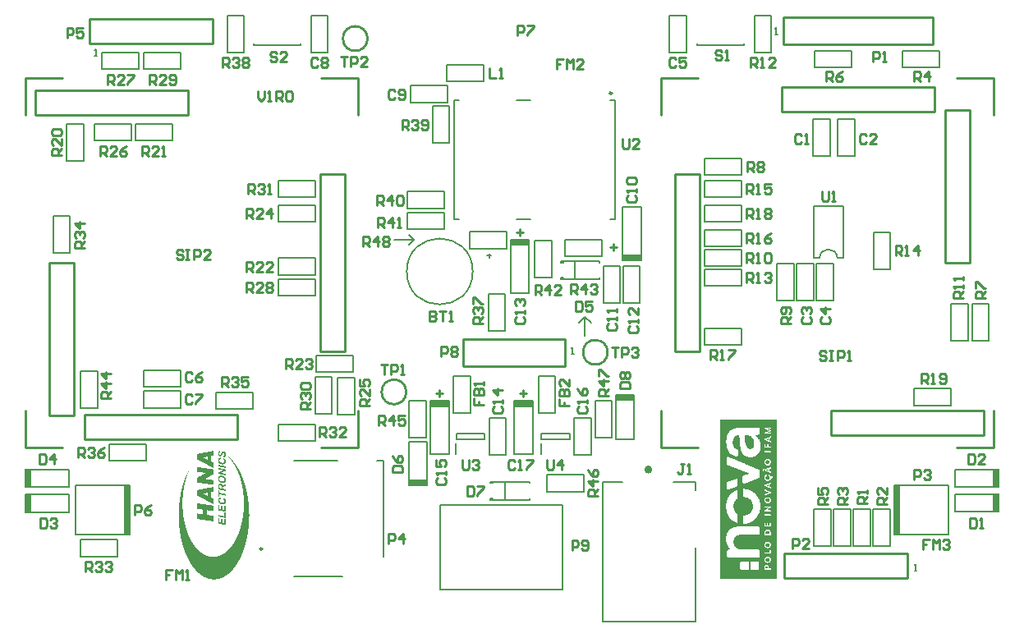
<source format=gto>
G04*
G04 #@! TF.GenerationSoftware,Altium Limited,Altium Designer,23.4.1 (23)*
G04*
G04 Layer_Color=65535*
%FSLAX44Y44*%
%MOMM*%
G71*
G04*
G04 #@! TF.SameCoordinates,827902E4-1926-4F04-AA28-A78990439785*
G04*
G04*
G04 #@! TF.FilePolarity,Positive*
G04*
G01*
G75*
%ADD10C,0.4000*%
%ADD11C,0.2540*%
%ADD12C,0.2500*%
%ADD13C,0.2032*%
%ADD14C,0.1270*%
%ADD15C,0.1524*%
%ADD16C,0.2000*%
%ADD17C,0.1520*%
%ADD18C,0.1778*%
%ADD19R,0.5080X5.0800*%
%ADD20R,1.9304X0.5510*%
%ADD21R,1.8542X0.6604*%
%ADD22R,0.6604X1.8542*%
G36*
X-435453Y35115D02*
X-435396D01*
Y35058D01*
X-435453D01*
Y35115D01*
X-435509D01*
Y35172D01*
X-435453D01*
Y35115D01*
D02*
G37*
G36*
X-441198Y39154D02*
X-441141D01*
Y37902D01*
X-441084D01*
Y37789D01*
X-441198D01*
Y37732D01*
X-441425D01*
Y37675D01*
X-441596D01*
Y37618D01*
X-441710D01*
Y37561D01*
X-441767D01*
Y37504D01*
X-441880D01*
Y37447D01*
X-441937D01*
Y37390D01*
X-441994D01*
Y37277D01*
X-442051D01*
Y37220D01*
X-442108D01*
Y37106D01*
X-442165D01*
Y36878D01*
X-442221D01*
Y35911D01*
Y35854D01*
X-442165D01*
Y35684D01*
X-442108D01*
Y35570D01*
X-442051D01*
Y35456D01*
X-441994D01*
Y35399D01*
X-441937D01*
Y35343D01*
X-441823D01*
Y35286D01*
X-441767D01*
Y35229D01*
X-441198D01*
Y35286D01*
X-441084D01*
Y35343D01*
X-441027D01*
Y35399D01*
X-440970D01*
Y35456D01*
X-440913D01*
Y35513D01*
X-440856D01*
Y35570D01*
X-440799D01*
Y35684D01*
X-440743D01*
Y35798D01*
X-440686D01*
Y35911D01*
X-440629D01*
Y36025D01*
X-440572D01*
Y36139D01*
X-440515D01*
Y36253D01*
X-440458D01*
Y36366D01*
X-440401D01*
Y36480D01*
X-440345D01*
Y36651D01*
X-440288D01*
Y36765D01*
X-440231D01*
Y36878D01*
X-440174D01*
Y36992D01*
X-440117D01*
Y37106D01*
X-440060D01*
Y37277D01*
X-440003D01*
Y37390D01*
X-439946D01*
Y37504D01*
X-439889D01*
Y37561D01*
X-439832D01*
Y37675D01*
X-439776D01*
Y37789D01*
X-439719D01*
Y37902D01*
X-439662D01*
Y37959D01*
X-439605D01*
Y38073D01*
X-439548D01*
Y38130D01*
X-439491D01*
Y38187D01*
X-439434D01*
Y38244D01*
X-439378D01*
Y38300D01*
X-439321D01*
Y38357D01*
X-439264D01*
Y38414D01*
X-439207D01*
Y38471D01*
X-439150D01*
Y38528D01*
X-439036D01*
Y38585D01*
X-438922D01*
Y38642D01*
X-438809D01*
Y38699D01*
X-438638D01*
Y38756D01*
X-438410D01*
Y38812D01*
X-437614D01*
Y38756D01*
X-437387D01*
Y38699D01*
X-437216D01*
Y38642D01*
X-437102D01*
Y38585D01*
X-436988D01*
Y38528D01*
X-436875D01*
Y38471D01*
X-436761D01*
Y38414D01*
X-436704D01*
Y38357D01*
X-436647D01*
Y38300D01*
X-436590D01*
Y38244D01*
X-436477D01*
Y38187D01*
X-436420D01*
Y38130D01*
X-436363D01*
Y38073D01*
X-436306D01*
Y38016D01*
X-436249D01*
Y37902D01*
X-436192D01*
Y37845D01*
X-436135D01*
Y37789D01*
X-436078D01*
Y37675D01*
X-436021D01*
Y37618D01*
X-435965D01*
Y37504D01*
X-435908D01*
Y37390D01*
X-435851D01*
Y37277D01*
X-435794D01*
Y37106D01*
X-435737D01*
Y36935D01*
X-435680D01*
Y36708D01*
X-435623D01*
Y36366D01*
X-435566D01*
Y35115D01*
X-435623D01*
Y34774D01*
X-435680D01*
Y34546D01*
X-435737D01*
Y34376D01*
X-435794D01*
Y34205D01*
X-435851D01*
Y34091D01*
X-435908D01*
Y33921D01*
X-435965D01*
Y33807D01*
X-436021D01*
Y33750D01*
X-436078D01*
Y33636D01*
X-436135D01*
Y33579D01*
X-436192D01*
Y33465D01*
X-436249D01*
Y33409D01*
X-436306D01*
Y33352D01*
X-436363D01*
Y33295D01*
X-436420D01*
Y33238D01*
X-436477D01*
Y33181D01*
X-436590D01*
Y33124D01*
X-436647D01*
Y33067D01*
X-436761D01*
Y33010D01*
X-436818D01*
Y32954D01*
X-436988D01*
Y32897D01*
X-437102D01*
Y32840D01*
X-437273D01*
Y32783D01*
X-437557D01*
Y32726D01*
X-438240D01*
Y33409D01*
X-438297D01*
Y34262D01*
X-437955D01*
Y34319D01*
X-437671D01*
Y34376D01*
X-437500D01*
Y34432D01*
X-437387D01*
Y34489D01*
X-437330D01*
Y34546D01*
X-437273D01*
Y34603D01*
X-437216D01*
Y34660D01*
X-437159D01*
Y34774D01*
X-437102D01*
Y34887D01*
X-437045D01*
Y35058D01*
X-436988D01*
Y35343D01*
X-436932D01*
Y36196D01*
X-436988D01*
Y36480D01*
X-437045D01*
Y36651D01*
X-437102D01*
Y36765D01*
X-437159D01*
Y36821D01*
X-437216D01*
Y36935D01*
X-437273D01*
Y36992D01*
X-437330D01*
Y37049D01*
X-437444D01*
Y37106D01*
X-437557D01*
Y37163D01*
X-437728D01*
Y37220D01*
X-437955D01*
Y37163D01*
X-438126D01*
Y37106D01*
X-438240D01*
Y37049D01*
X-438297D01*
Y36992D01*
X-438354D01*
Y36935D01*
X-438410D01*
Y36878D01*
X-438467D01*
Y36821D01*
X-438524D01*
Y36708D01*
X-438581D01*
Y36594D01*
X-438638D01*
Y36480D01*
X-438695D01*
Y36366D01*
X-438752D01*
Y36253D01*
X-438809D01*
Y36139D01*
X-438866D01*
Y36025D01*
X-438922D01*
Y35854D01*
X-438979D01*
Y35741D01*
X-439036D01*
Y35627D01*
X-439093D01*
Y35513D01*
X-439150D01*
Y35343D01*
X-439207D01*
Y35229D01*
X-439264D01*
Y35115D01*
X-439321D01*
Y35001D01*
X-439378D01*
Y34887D01*
X-439434D01*
Y34774D01*
X-439491D01*
Y34717D01*
X-439548D01*
Y34603D01*
X-439605D01*
Y34489D01*
X-439662D01*
Y34432D01*
X-439719D01*
Y34376D01*
X-439776D01*
Y34262D01*
X-439832D01*
Y34205D01*
X-439889D01*
Y34148D01*
X-439946D01*
Y34091D01*
X-440003D01*
Y34034D01*
X-440117D01*
Y33977D01*
X-440174D01*
Y33921D01*
X-440288D01*
Y33864D01*
X-440401D01*
Y33807D01*
X-440515D01*
Y33750D01*
X-440686D01*
Y33693D01*
X-440913D01*
Y33636D01*
X-441653D01*
Y33693D01*
X-441880D01*
Y33750D01*
X-442051D01*
Y33807D01*
X-442221D01*
Y33864D01*
X-442335D01*
Y33921D01*
X-442449D01*
Y33977D01*
X-442506D01*
Y34034D01*
X-442563D01*
Y34091D01*
X-442677D01*
Y34148D01*
X-442733D01*
Y34205D01*
X-442790D01*
Y34262D01*
X-442847D01*
Y34319D01*
X-442904D01*
Y34376D01*
X-442961D01*
Y34432D01*
X-443018D01*
Y34546D01*
X-443075D01*
Y34603D01*
X-443132D01*
Y34717D01*
X-443189D01*
Y34774D01*
X-443245D01*
Y34944D01*
X-443302D01*
Y35058D01*
X-443359D01*
Y35229D01*
X-443416D01*
Y35456D01*
X-443473D01*
Y35741D01*
X-443530D01*
Y37106D01*
X-443473D01*
Y37390D01*
X-443416D01*
Y37618D01*
X-443359D01*
Y37789D01*
X-443302D01*
Y37902D01*
X-443245D01*
Y38016D01*
X-443189D01*
Y38130D01*
X-443132D01*
Y38244D01*
X-443075D01*
Y38300D01*
X-443018D01*
Y38414D01*
X-442961D01*
Y38471D01*
X-442904D01*
Y38528D01*
X-442847D01*
Y38585D01*
X-442790D01*
Y38642D01*
X-442733D01*
Y38699D01*
X-442677D01*
Y38756D01*
X-442620D01*
Y38812D01*
X-442563D01*
Y38869D01*
X-442506D01*
Y38926D01*
X-442392D01*
Y38983D01*
X-442278D01*
Y39040D01*
X-442221D01*
Y39097D01*
X-442051D01*
Y39154D01*
X-441937D01*
Y39211D01*
X-441767D01*
Y39267D01*
X-441482D01*
Y39324D01*
X-441198D01*
Y39154D01*
D02*
G37*
G36*
X-441027Y32214D02*
X-440970D01*
Y31588D01*
X-440913D01*
Y31020D01*
X-440856D01*
Y30792D01*
X-440913D01*
Y30735D01*
X-441141D01*
Y30678D01*
X-441311D01*
Y30621D01*
X-441425D01*
Y30564D01*
X-441539D01*
Y30508D01*
X-441653D01*
Y30451D01*
X-441710D01*
Y30394D01*
X-441767D01*
Y30337D01*
X-441823D01*
Y30280D01*
X-441880D01*
Y30223D01*
X-441937D01*
Y30110D01*
X-441994D01*
Y29996D01*
X-442051D01*
Y29825D01*
X-442108D01*
Y28858D01*
X-442051D01*
Y28687D01*
X-441994D01*
Y28517D01*
X-441937D01*
Y28403D01*
X-441880D01*
Y28289D01*
X-441823D01*
Y28232D01*
X-441767D01*
Y28119D01*
X-441710D01*
Y28062D01*
X-441653D01*
Y28005D01*
X-441596D01*
Y27948D01*
X-441539D01*
Y27891D01*
X-441482D01*
Y27834D01*
X-441425D01*
Y27777D01*
X-441368D01*
Y27720D01*
X-441311D01*
Y27664D01*
X-441255D01*
Y27607D01*
X-441141D01*
Y27550D01*
X-441084D01*
Y27493D01*
X-440970D01*
Y27436D01*
X-440856D01*
Y27379D01*
X-440743D01*
Y27322D01*
X-440629D01*
Y27265D01*
X-440515D01*
Y27208D01*
X-440345D01*
Y27152D01*
X-440174D01*
Y27095D01*
X-440003D01*
Y27038D01*
X-439776D01*
Y26981D01*
X-439434D01*
Y26924D01*
X-438297D01*
Y26981D01*
X-438069D01*
Y27038D01*
X-437899D01*
Y27095D01*
X-437785D01*
Y27152D01*
X-437671D01*
Y27208D01*
X-437557D01*
Y27265D01*
X-437500D01*
Y27322D01*
X-437444D01*
Y27379D01*
X-437330D01*
Y27436D01*
X-437273D01*
Y27550D01*
X-437216D01*
Y27607D01*
X-437159D01*
Y27720D01*
X-437102D01*
Y27777D01*
X-437045D01*
Y27948D01*
X-436988D01*
Y28119D01*
X-436932D01*
Y28744D01*
X-436988D01*
Y28972D01*
X-437045D01*
Y29142D01*
X-437102D01*
Y29256D01*
X-437159D01*
Y29313D01*
X-437216D01*
Y29427D01*
X-437273D01*
Y29484D01*
X-437330D01*
Y29598D01*
X-437387D01*
Y29654D01*
X-437444D01*
Y29711D01*
X-437500D01*
Y29768D01*
X-437557D01*
Y29825D01*
X-437671D01*
Y29882D01*
X-437728D01*
Y29939D01*
X-437785D01*
Y29996D01*
X-437899D01*
Y30053D01*
X-438012D01*
Y30110D01*
X-438126D01*
Y30166D01*
X-438240D01*
Y30223D01*
X-438354D01*
Y30280D01*
X-438524D01*
Y30394D01*
X-438467D01*
Y30792D01*
X-438410D01*
Y31133D01*
X-438354D01*
Y31532D01*
X-438297D01*
Y31873D01*
X-438240D01*
Y31930D01*
X-438183D01*
Y31873D01*
X-438012D01*
Y31816D01*
X-437899D01*
Y31759D01*
X-437785D01*
Y31702D01*
X-437614D01*
Y31645D01*
X-437557D01*
Y31588D01*
X-437444D01*
Y31532D01*
X-437330D01*
Y31475D01*
X-437216D01*
Y31418D01*
X-437159D01*
Y31361D01*
X-437102D01*
Y31304D01*
X-436988D01*
Y31247D01*
X-436932D01*
Y31190D01*
X-436875D01*
Y31133D01*
X-436761D01*
Y31077D01*
X-436704D01*
Y31020D01*
X-436647D01*
Y30963D01*
X-436590D01*
Y30906D01*
X-436533D01*
Y30849D01*
X-436477D01*
Y30792D01*
X-436420D01*
Y30678D01*
X-436363D01*
Y30621D01*
X-436306D01*
Y30564D01*
X-436249D01*
Y30508D01*
X-436192D01*
Y30394D01*
X-436135D01*
Y30337D01*
X-436078D01*
Y30223D01*
X-436021D01*
Y30110D01*
X-435965D01*
Y29996D01*
X-435908D01*
Y29882D01*
X-435851D01*
Y29768D01*
X-435794D01*
Y29598D01*
X-435737D01*
Y29427D01*
X-435680D01*
Y29199D01*
X-435623D01*
Y28915D01*
X-435566D01*
Y27720D01*
X-435623D01*
Y27436D01*
X-435680D01*
Y27265D01*
X-435737D01*
Y27095D01*
X-435794D01*
Y26924D01*
X-435851D01*
Y26810D01*
X-435908D01*
Y26697D01*
X-435965D01*
Y26583D01*
X-436021D01*
Y26526D01*
X-436078D01*
Y26469D01*
X-436135D01*
Y26355D01*
X-436192D01*
Y26298D01*
X-436249D01*
Y26242D01*
X-436306D01*
Y26185D01*
X-436363D01*
Y26128D01*
X-436420D01*
Y26071D01*
X-436477D01*
Y26014D01*
X-436533D01*
Y25957D01*
X-436647D01*
Y25900D01*
X-436704D01*
Y25843D01*
X-436761D01*
Y25786D01*
X-436875D01*
Y25730D01*
X-436988D01*
Y25673D01*
X-437102D01*
Y25616D01*
X-437216D01*
Y25559D01*
X-437387D01*
Y25502D01*
X-437557D01*
Y25445D01*
X-437785D01*
Y25388D01*
X-438069D01*
Y25331D01*
X-438695D01*
Y25275D01*
X-439093D01*
Y25331D01*
X-439719D01*
Y25388D01*
X-440060D01*
Y25445D01*
X-440288D01*
Y25502D01*
X-440515D01*
Y25559D01*
X-440686D01*
Y25616D01*
X-440856D01*
Y25673D01*
X-440970D01*
Y25730D01*
X-441141D01*
Y25786D01*
X-441255D01*
Y25843D01*
X-441368D01*
Y25900D01*
X-441482D01*
Y25957D01*
X-441596D01*
Y26014D01*
X-441653D01*
Y26071D01*
X-441767D01*
Y26128D01*
X-441823D01*
Y26185D01*
X-441937D01*
Y26242D01*
X-441994D01*
Y26298D01*
X-442108D01*
Y26355D01*
X-442165D01*
Y26412D01*
X-442221D01*
Y26469D01*
X-442278D01*
Y26526D01*
X-442335D01*
Y26583D01*
X-442392D01*
Y26640D01*
X-442449D01*
Y26697D01*
X-442506D01*
Y26753D01*
X-442563D01*
Y26810D01*
X-442620D01*
Y26867D01*
X-442677D01*
Y26924D01*
X-442733D01*
Y27038D01*
X-442790D01*
Y27095D01*
X-442847D01*
Y27152D01*
X-442904D01*
Y27265D01*
X-442961D01*
Y27379D01*
X-443018D01*
Y27436D01*
X-443075D01*
Y27550D01*
X-443132D01*
Y27607D01*
Y27664D01*
X-443189D01*
Y27777D01*
X-443245D01*
Y27948D01*
X-443302D01*
Y28062D01*
X-443359D01*
Y28289D01*
X-443416D01*
Y28460D01*
X-443473D01*
Y28744D01*
X-443530D01*
Y29996D01*
X-443473D01*
Y30280D01*
X-443416D01*
Y30508D01*
X-443359D01*
Y30678D01*
X-443302D01*
Y30792D01*
X-443245D01*
Y30906D01*
X-443189D01*
Y31020D01*
X-443132D01*
Y31133D01*
X-443075D01*
Y31190D01*
X-443018D01*
Y31247D01*
X-442961D01*
Y31361D01*
X-442904D01*
Y31418D01*
X-442847D01*
Y31475D01*
X-442790D01*
Y31532D01*
X-442733D01*
Y31588D01*
X-442677D01*
Y31645D01*
X-442620D01*
Y31702D01*
X-442563D01*
Y31759D01*
X-442506D01*
Y31816D01*
X-442392D01*
Y31873D01*
X-442335D01*
Y31930D01*
X-442221D01*
Y31987D01*
X-442108D01*
Y32043D01*
X-441994D01*
Y32100D01*
X-441880D01*
Y32157D01*
X-441710D01*
Y32214D01*
X-441482D01*
Y32271D01*
X-441255D01*
Y32328D01*
X-441027D01*
Y32214D01*
D02*
G37*
G36*
X-471288Y23284D02*
X-471345D01*
Y23341D01*
X-471288D01*
Y23284D01*
D02*
G37*
G36*
X-471345Y23227D02*
X-471402D01*
Y23284D01*
X-471345D01*
Y23227D01*
D02*
G37*
G36*
X-471402Y23113D02*
X-471459D01*
Y23170D01*
X-471402D01*
Y23113D01*
D02*
G37*
G36*
X-471459Y22999D02*
X-471516D01*
Y23113D01*
X-471459D01*
Y22999D01*
D02*
G37*
G36*
X-471516Y22942D02*
Y22885D01*
X-471572D01*
Y22999D01*
X-471516D01*
Y22942D01*
D02*
G37*
G36*
X-443359Y24876D02*
X-443075D01*
Y24820D01*
X-442790D01*
Y24763D01*
X-442506D01*
Y24706D01*
X-442278D01*
Y24649D01*
X-441994D01*
Y24592D01*
X-441710D01*
Y24535D01*
X-441425D01*
Y24478D01*
X-441141D01*
Y24421D01*
X-440913D01*
Y24364D01*
X-440629D01*
Y24308D01*
X-440345D01*
Y24251D01*
X-440060D01*
Y24194D01*
X-439776D01*
Y24137D01*
X-439548D01*
Y24080D01*
X-439264D01*
Y24023D01*
X-438979D01*
Y23966D01*
X-438695D01*
Y23909D01*
X-438467D01*
Y23853D01*
X-438183D01*
Y23796D01*
X-437899D01*
Y23739D01*
X-437614D01*
Y23682D01*
X-437330D01*
Y23625D01*
X-437102D01*
Y23568D01*
X-436818D01*
Y23511D01*
X-436533D01*
Y23454D01*
X-436249D01*
Y23398D01*
X-435965D01*
Y23341D01*
X-435737D01*
Y23284D01*
X-435680D01*
Y21691D01*
X-435908D01*
Y21748D01*
X-436192D01*
Y21805D01*
X-436420D01*
Y21862D01*
X-436704D01*
Y21918D01*
X-436988D01*
Y21975D01*
X-437273D01*
Y22032D01*
X-437557D01*
Y22089D01*
X-437785D01*
Y22146D01*
X-438069D01*
Y22203D01*
X-438354D01*
Y22260D01*
X-438638D01*
Y22317D01*
X-438866D01*
Y22374D01*
X-439150D01*
Y22431D01*
X-439434D01*
Y22487D01*
X-439719D01*
Y22544D01*
X-440003D01*
Y22601D01*
X-440231D01*
Y22658D01*
X-440515D01*
Y22715D01*
X-440799D01*
Y22772D01*
X-441084D01*
Y22829D01*
X-441311D01*
Y22885D01*
X-441596D01*
Y22942D01*
X-441880D01*
Y22999D01*
X-442165D01*
Y23056D01*
X-442449D01*
Y23113D01*
X-442677D01*
Y23170D01*
X-442961D01*
Y23227D01*
X-443245D01*
Y23284D01*
X-443416D01*
Y24933D01*
X-443359D01*
Y24876D01*
D02*
G37*
G36*
X-448308Y39267D02*
X-448251D01*
Y34489D01*
X-448308D01*
Y34432D01*
X-448535D01*
Y34376D01*
X-448877D01*
Y34319D01*
X-449161D01*
Y34262D01*
X-449445D01*
Y34205D01*
X-449730D01*
Y34148D01*
X-450071D01*
Y34091D01*
X-450356D01*
Y34034D01*
X-450583D01*
Y28175D01*
X-450526D01*
Y28119D01*
X-450412D01*
Y28062D01*
X-450299D01*
Y28005D01*
X-450185D01*
Y27948D01*
X-450071D01*
Y27891D01*
X-449957D01*
Y27834D01*
X-449844D01*
Y27777D01*
X-449730D01*
Y27720D01*
X-449616D01*
Y27664D01*
X-449502D01*
Y27607D01*
X-449389D01*
Y27550D01*
X-449275D01*
Y27493D01*
X-449218D01*
Y27436D01*
X-449104D01*
Y27379D01*
X-448991D01*
Y27322D01*
X-448877D01*
Y27265D01*
X-448763D01*
Y27208D01*
X-448649D01*
Y27152D01*
X-448535D01*
Y27095D01*
X-448422D01*
Y27038D01*
X-448308D01*
Y26981D01*
X-448251D01*
Y21634D01*
X-448422D01*
Y21691D01*
X-448535D01*
Y21748D01*
X-448592D01*
Y21805D01*
X-448706D01*
Y21862D01*
X-448820D01*
Y21918D01*
X-448934D01*
Y21975D01*
X-449047D01*
Y22032D01*
X-449161D01*
Y22089D01*
X-449275D01*
Y22146D01*
X-449389D01*
Y22203D01*
X-449502D01*
Y22260D01*
X-449616D01*
Y22317D01*
X-449730D01*
Y22374D01*
X-449787D01*
Y22431D01*
X-449901D01*
Y22487D01*
X-450014D01*
Y22544D01*
X-450128D01*
Y22601D01*
X-450242D01*
Y22658D01*
X-450356D01*
Y22715D01*
X-450469D01*
Y22772D01*
X-450583D01*
Y22829D01*
X-450697D01*
Y22885D01*
X-450811D01*
Y22942D01*
X-450924D01*
Y22999D01*
X-451038D01*
Y23056D01*
X-451095D01*
Y23113D01*
X-451209D01*
Y23170D01*
X-451323D01*
Y23227D01*
X-451436D01*
Y23284D01*
X-451550D01*
Y23341D01*
X-451664D01*
Y23398D01*
X-451778D01*
Y23454D01*
X-451891D01*
Y23511D01*
X-452005D01*
Y23568D01*
X-452119D01*
Y23625D01*
X-452233D01*
Y23682D01*
X-452290D01*
Y23739D01*
X-452403D01*
Y23796D01*
X-452517D01*
Y23853D01*
X-452631D01*
Y23909D01*
X-452745D01*
Y23966D01*
X-452858D01*
Y24023D01*
X-452972D01*
Y24080D01*
X-453086D01*
Y24137D01*
X-453200D01*
Y24194D01*
X-453313D01*
Y24251D01*
X-453427D01*
Y24308D01*
X-453484D01*
Y24364D01*
X-453598D01*
Y24421D01*
X-453712D01*
Y24478D01*
X-453825D01*
Y24535D01*
X-453939D01*
Y24592D01*
X-454053D01*
Y24649D01*
X-454167D01*
Y24706D01*
X-454280D01*
Y24763D01*
X-454394D01*
Y24820D01*
X-454508D01*
Y24876D01*
X-454622D01*
Y24933D01*
X-454679D01*
Y24990D01*
X-454792D01*
Y25047D01*
X-454906D01*
Y25104D01*
X-455020D01*
Y25161D01*
X-455134D01*
Y25218D01*
X-455247D01*
Y25275D01*
X-455361D01*
Y25331D01*
X-455475D01*
Y25388D01*
X-455589D01*
Y25445D01*
X-455703D01*
Y25502D01*
X-455816D01*
Y25559D01*
X-455930D01*
Y25616D01*
X-455987D01*
Y25673D01*
X-456101D01*
Y25730D01*
X-456214D01*
Y25786D01*
X-456328D01*
Y25843D01*
X-456442D01*
Y25900D01*
X-456556D01*
Y25957D01*
X-456670D01*
Y26014D01*
X-456783D01*
Y26071D01*
X-456897D01*
Y26128D01*
X-457011D01*
Y26185D01*
X-457124D01*
Y26242D01*
X-457181D01*
Y26298D01*
X-457295D01*
Y26355D01*
X-457409D01*
Y26412D01*
X-457523D01*
Y26469D01*
X-457636D01*
Y26526D01*
X-457750D01*
Y26583D01*
X-457864D01*
Y26640D01*
X-457978D01*
Y26697D01*
X-458092D01*
Y26753D01*
X-458205D01*
Y26810D01*
X-458319D01*
Y26867D01*
X-458376D01*
Y26924D01*
X-458490D01*
Y26981D01*
X-458603D01*
Y27038D01*
X-458717D01*
Y27095D01*
X-458831D01*
Y27152D01*
X-458945D01*
Y27208D01*
X-459058D01*
Y27265D01*
X-459172D01*
Y27322D01*
X-459286D01*
Y27379D01*
X-459400D01*
Y27436D01*
X-459514D01*
Y27493D01*
X-459570D01*
Y27550D01*
X-459684D01*
Y27607D01*
X-459798D01*
Y27664D01*
X-459912D01*
Y27720D01*
X-460025D01*
Y27777D01*
X-460139D01*
Y27834D01*
X-460253D01*
Y27891D01*
X-460367D01*
Y27948D01*
X-460480D01*
Y28005D01*
X-460594D01*
Y28062D01*
X-460708D01*
Y28119D01*
X-460822D01*
Y28175D01*
X-460879D01*
Y28232D01*
X-460993D01*
Y28289D01*
X-461106D01*
Y28346D01*
X-461220D01*
Y28403D01*
X-461334D01*
Y28460D01*
X-461447D01*
Y28517D01*
X-461561D01*
Y28574D01*
X-461675D01*
Y28631D01*
X-461789D01*
Y28687D01*
X-461903D01*
Y28744D01*
X-462016D01*
Y28801D01*
X-462073D01*
Y28858D01*
X-462187D01*
Y28915D01*
X-462301D01*
Y28972D01*
X-462415D01*
Y29029D01*
X-462528D01*
Y29086D01*
X-462642D01*
Y29142D01*
X-462756D01*
Y29199D01*
X-462870D01*
Y29256D01*
X-462983D01*
Y29313D01*
X-463097D01*
Y29370D01*
X-463211D01*
Y29427D01*
X-463268D01*
Y29484D01*
X-463382D01*
Y29541D01*
X-463495D01*
Y29598D01*
X-463609D01*
Y29654D01*
X-463723D01*
Y29711D01*
X-463837D01*
Y29768D01*
X-463950D01*
Y29825D01*
X-464064D01*
Y29882D01*
X-464178D01*
Y29939D01*
X-464292D01*
Y29996D01*
X-464405D01*
Y30053D01*
X-464462D01*
Y30110D01*
X-464576D01*
Y30166D01*
X-464690D01*
Y30223D01*
X-464804D01*
Y30280D01*
X-464917D01*
Y30337D01*
X-465031D01*
Y30394D01*
X-465145D01*
Y30451D01*
X-465259D01*
Y30508D01*
X-465372D01*
Y36025D01*
X-465259D01*
Y36082D01*
X-464974D01*
Y36139D01*
X-464690D01*
Y36196D01*
X-464405D01*
Y36253D01*
X-464121D01*
Y36310D01*
X-463780D01*
Y36366D01*
X-463495D01*
Y36423D01*
X-463211D01*
Y36480D01*
X-462926D01*
Y36537D01*
X-462642D01*
Y36594D01*
X-462301D01*
Y36651D01*
X-462016D01*
Y36708D01*
X-461732D01*
Y36765D01*
X-461447D01*
Y36821D01*
X-461163D01*
Y36878D01*
X-460822D01*
Y36935D01*
X-460537D01*
Y36992D01*
X-460253D01*
Y37049D01*
X-459969D01*
Y37106D01*
X-459627D01*
Y37163D01*
X-459343D01*
Y37220D01*
X-459058D01*
Y37277D01*
X-458774D01*
Y37333D01*
X-458490D01*
Y37390D01*
X-458148D01*
Y37447D01*
X-457864D01*
Y37504D01*
X-457580D01*
Y37561D01*
X-457295D01*
Y37618D01*
X-457011D01*
Y37675D01*
X-456670D01*
Y37732D01*
X-456385D01*
Y37789D01*
X-456101D01*
Y37845D01*
X-455816D01*
Y37902D01*
X-455475D01*
Y37959D01*
X-455191D01*
Y38016D01*
X-454906D01*
Y38073D01*
X-454622D01*
Y38130D01*
X-454337D01*
Y38187D01*
X-453996D01*
Y38244D01*
X-453712D01*
Y38300D01*
X-453427D01*
Y38357D01*
X-453143D01*
Y38414D01*
X-452858D01*
Y38471D01*
X-452517D01*
Y38528D01*
X-452233D01*
Y38585D01*
X-451948D01*
Y38642D01*
X-451664D01*
Y38699D01*
X-451323D01*
Y38756D01*
X-451038D01*
Y38812D01*
X-450754D01*
Y38869D01*
X-450469D01*
Y38926D01*
X-450185D01*
Y38983D01*
X-449844D01*
Y39040D01*
X-449559D01*
Y39097D01*
X-449275D01*
Y39154D01*
X-448991D01*
Y39211D01*
X-448706D01*
Y39267D01*
X-448365D01*
Y39324D01*
X-448308D01*
Y39267D01*
D02*
G37*
G36*
X-443302Y21748D02*
X-443018D01*
Y21691D01*
X-442733D01*
Y21634D01*
X-442506D01*
Y21577D01*
X-442221D01*
Y21520D01*
X-441937D01*
Y21463D01*
X-441653D01*
Y21407D01*
X-441368D01*
Y21350D01*
X-441141D01*
Y21293D01*
X-440856D01*
Y21236D01*
X-440572D01*
Y21179D01*
X-440288D01*
Y21122D01*
X-440060D01*
Y21065D01*
X-439776D01*
Y21008D01*
X-439491D01*
Y20951D01*
X-439207D01*
Y20895D01*
X-438922D01*
Y20838D01*
X-438695D01*
Y20781D01*
X-438410D01*
Y20724D01*
X-438126D01*
Y20667D01*
X-437842D01*
Y20610D01*
X-437557D01*
Y20553D01*
X-437330D01*
Y20496D01*
X-437045D01*
Y20440D01*
X-436761D01*
Y20383D01*
X-436477D01*
Y20326D01*
X-436192D01*
Y20269D01*
X-435965D01*
Y20212D01*
X-435737D01*
Y20155D01*
X-435680D01*
Y18676D01*
X-435794D01*
Y18619D01*
X-435908D01*
Y18563D01*
X-436078D01*
Y18506D01*
X-436192D01*
Y18449D01*
X-436363D01*
Y18392D01*
X-436477D01*
Y18335D01*
X-436647D01*
Y18278D01*
X-436761D01*
Y18221D01*
X-436932D01*
Y18164D01*
X-437045D01*
Y18108D01*
X-437216D01*
Y18051D01*
X-437330D01*
Y17994D01*
X-437444D01*
Y17937D01*
X-437614D01*
Y17880D01*
X-437728D01*
Y17823D01*
X-437899D01*
Y17766D01*
X-438012D01*
Y17709D01*
X-438183D01*
Y17652D01*
X-438297D01*
Y17595D01*
X-438467D01*
Y17539D01*
X-438581D01*
Y17482D01*
X-438752D01*
Y17425D01*
X-438866D01*
Y17368D01*
X-439036D01*
Y17311D01*
X-439150D01*
Y17254D01*
X-439321D01*
Y17197D01*
X-439434D01*
Y17141D01*
X-439605D01*
Y17084D01*
X-439719D01*
Y17027D01*
X-439889D01*
Y16970D01*
X-440003D01*
Y16913D01*
X-440174D01*
Y16856D01*
X-440288D01*
Y16799D01*
X-440458D01*
Y16742D01*
X-440572D01*
Y16685D01*
X-440743D01*
Y16629D01*
X-440629D01*
Y16572D01*
X-440345D01*
Y16515D01*
X-440117D01*
Y16458D01*
X-439832D01*
Y16401D01*
X-439548D01*
Y16344D01*
X-439264D01*
Y16287D01*
X-438979D01*
Y16230D01*
X-438752D01*
Y16173D01*
X-438467D01*
Y16117D01*
X-438183D01*
Y16060D01*
X-437899D01*
Y16003D01*
X-437671D01*
Y15946D01*
X-437387D01*
Y15889D01*
X-437102D01*
Y15832D01*
X-436818D01*
Y15775D01*
X-436533D01*
Y15718D01*
X-436306D01*
Y15662D01*
X-436021D01*
Y15605D01*
X-435737D01*
Y15548D01*
X-435680D01*
Y14069D01*
X-435965D01*
Y14126D01*
X-436249D01*
Y14183D01*
X-436477D01*
Y14239D01*
X-436761D01*
Y14296D01*
X-437045D01*
Y14353D01*
X-437330D01*
Y14410D01*
X-437614D01*
Y14467D01*
X-437842D01*
Y14524D01*
X-438126D01*
Y14581D01*
X-438410D01*
Y14638D01*
X-438695D01*
Y14695D01*
X-438922D01*
Y14751D01*
X-439207D01*
Y14808D01*
X-439491D01*
Y14865D01*
X-439776D01*
Y14922D01*
X-440060D01*
Y14979D01*
X-440288D01*
Y15036D01*
X-440572D01*
Y15093D01*
X-440856D01*
Y15150D01*
X-441141D01*
Y15207D01*
X-441425D01*
Y15263D01*
X-441653D01*
Y15320D01*
X-441937D01*
Y15377D01*
X-442221D01*
Y15434D01*
X-442506D01*
Y15491D01*
X-442790D01*
Y15548D01*
X-443018D01*
Y15605D01*
X-443302D01*
Y15662D01*
X-443416D01*
Y17197D01*
X-443302D01*
Y17254D01*
X-443132D01*
Y17311D01*
X-443018D01*
Y17368D01*
X-442847D01*
Y17425D01*
X-442733D01*
Y17482D01*
X-442563D01*
Y17539D01*
X-442449D01*
Y17595D01*
X-442278D01*
Y17652D01*
X-442165D01*
Y17709D01*
X-441994D01*
Y17766D01*
X-441880D01*
Y17823D01*
X-441710D01*
Y17880D01*
X-441596D01*
Y17937D01*
X-441425D01*
Y17994D01*
X-441311D01*
Y18051D01*
X-441141D01*
Y18108D01*
X-441027D01*
Y18164D01*
X-440913D01*
Y18221D01*
X-440743D01*
Y18278D01*
X-440629D01*
Y18335D01*
X-440458D01*
Y18392D01*
X-440345D01*
Y18449D01*
X-440174D01*
Y18506D01*
X-440060D01*
Y18563D01*
X-439889D01*
Y18619D01*
X-439776D01*
Y18676D01*
X-439605D01*
Y18733D01*
X-439491D01*
Y18790D01*
X-439321D01*
Y18847D01*
X-439207D01*
Y18904D01*
X-439036D01*
Y18961D01*
X-438922D01*
Y19018D01*
X-438752D01*
Y19074D01*
X-438638D01*
Y19131D01*
X-438524D01*
Y19188D01*
X-438410D01*
Y19245D01*
X-438581D01*
Y19302D01*
X-438866D01*
Y19359D01*
X-439150D01*
Y19416D01*
X-439378D01*
Y19473D01*
X-439662D01*
Y19530D01*
X-439946D01*
Y19586D01*
X-440231D01*
Y19643D01*
X-440515D01*
Y19700D01*
X-440743D01*
Y19757D01*
X-441027D01*
Y19814D01*
X-441311D01*
Y19871D01*
X-441596D01*
Y19928D01*
X-441880D01*
Y19985D01*
X-442108D01*
Y20041D01*
X-442392D01*
Y20098D01*
X-442677D01*
Y20155D01*
X-442961D01*
Y20212D01*
X-443189D01*
Y20269D01*
X-443416D01*
Y21805D01*
X-443302D01*
Y21748D01*
D02*
G37*
G36*
X-439605Y13614D02*
X-439264D01*
Y13557D01*
X-439036D01*
Y13500D01*
X-438809D01*
Y13443D01*
X-438638D01*
Y13386D01*
X-438467D01*
Y13329D01*
X-438354D01*
Y13273D01*
X-438183D01*
Y13216D01*
X-438069D01*
Y13159D01*
X-437955D01*
Y13102D01*
X-437842D01*
Y13045D01*
X-437728D01*
Y12988D01*
X-437671D01*
Y12931D01*
X-437557D01*
Y12874D01*
X-437444D01*
Y12817D01*
X-437387D01*
Y12761D01*
X-437273D01*
Y12704D01*
X-437216D01*
Y12647D01*
X-437159D01*
Y12590D01*
X-437045D01*
Y12533D01*
X-436988D01*
Y12476D01*
X-436932D01*
Y12419D01*
X-436875D01*
Y12362D01*
X-436818D01*
Y12306D01*
X-436761D01*
Y12249D01*
X-436704D01*
Y12192D01*
X-436647D01*
Y12135D01*
X-436590D01*
Y12078D01*
X-436533D01*
Y12021D01*
X-436477D01*
Y11964D01*
X-436420D01*
Y11851D01*
X-436363D01*
Y11794D01*
X-436306D01*
Y11737D01*
X-436249D01*
Y11623D01*
X-436192D01*
Y11566D01*
X-436135D01*
Y11452D01*
X-436078D01*
Y11339D01*
X-436021D01*
Y11225D01*
X-435965D01*
Y11111D01*
X-435908D01*
Y10997D01*
X-435851D01*
Y10827D01*
X-435794D01*
Y10656D01*
X-435737D01*
Y10485D01*
X-435680D01*
Y10258D01*
X-435623D01*
Y9916D01*
X-435566D01*
Y8722D01*
X-435623D01*
Y8438D01*
X-435680D01*
Y8267D01*
X-435737D01*
Y8096D01*
X-435794D01*
Y7926D01*
X-435851D01*
Y7812D01*
X-435908D01*
Y7698D01*
X-435965D01*
Y7584D01*
X-436021D01*
Y7527D01*
X-436078D01*
Y7414D01*
X-436135D01*
Y7357D01*
X-436192D01*
Y7300D01*
X-436249D01*
Y7186D01*
X-436306D01*
Y7129D01*
X-436363D01*
Y7072D01*
X-436420D01*
Y7016D01*
X-436477D01*
Y6959D01*
X-436533D01*
Y6902D01*
X-436590D01*
Y6845D01*
X-436704D01*
Y6788D01*
X-436761D01*
Y6731D01*
X-436818D01*
Y6674D01*
X-436932D01*
Y6617D01*
X-437045D01*
Y6561D01*
X-437159D01*
Y6504D01*
X-437273D01*
Y6447D01*
X-437387D01*
Y6390D01*
X-437557D01*
Y6333D01*
X-437728D01*
Y6276D01*
X-437955D01*
Y6219D01*
X-438297D01*
Y6162D01*
X-439207D01*
Y6219D01*
X-439605D01*
Y6276D01*
X-439889D01*
Y6333D01*
X-440117D01*
Y6390D01*
X-440345D01*
Y6447D01*
X-440515D01*
Y6504D01*
X-440686D01*
Y6561D01*
X-440856D01*
Y6617D01*
X-440970D01*
Y6674D01*
X-441084D01*
Y6731D01*
X-441198D01*
Y6788D01*
X-441311D01*
Y6845D01*
X-441425D01*
Y6902D01*
X-441539D01*
Y6959D01*
X-441653D01*
Y7016D01*
X-441710D01*
Y7072D01*
X-441823D01*
Y7129D01*
X-441880D01*
Y7186D01*
X-441937D01*
Y7243D01*
X-442051D01*
Y7300D01*
X-442108D01*
Y7357D01*
X-442165D01*
Y7414D01*
X-442221D01*
Y7471D01*
X-442278D01*
Y7527D01*
X-442335D01*
Y7584D01*
X-442392D01*
Y7641D01*
X-442449D01*
Y7698D01*
X-442506D01*
Y7755D01*
X-442563D01*
Y7812D01*
X-442620D01*
Y7869D01*
X-442677D01*
Y7926D01*
X-442733D01*
Y8040D01*
X-442790D01*
Y8096D01*
X-442847D01*
Y8153D01*
X-442904D01*
Y8267D01*
X-442961D01*
Y8381D01*
X-443018D01*
Y8438D01*
X-443075D01*
Y8551D01*
X-443132D01*
Y8665D01*
X-443189D01*
Y8779D01*
X-443245D01*
Y8950D01*
X-443302D01*
Y9120D01*
X-443359D01*
Y9291D01*
X-443416D01*
Y9518D01*
X-443473D01*
Y9803D01*
X-443530D01*
Y11111D01*
X-443473D01*
Y11395D01*
X-443416D01*
Y11623D01*
X-443359D01*
Y11737D01*
X-443302D01*
Y11907D01*
X-443245D01*
Y12021D01*
X-443189D01*
Y12135D01*
X-443132D01*
Y12249D01*
X-443075D01*
Y12306D01*
X-443018D01*
Y12419D01*
X-442961D01*
Y12476D01*
X-442904D01*
Y12533D01*
X-442847D01*
Y12647D01*
X-442790D01*
Y12704D01*
X-442733D01*
Y12761D01*
X-442677D01*
Y12817D01*
X-442620D01*
Y12874D01*
X-442563D01*
Y12931D01*
X-442506D01*
Y12988D01*
X-442392D01*
Y13045D01*
X-442335D01*
Y13102D01*
X-442278D01*
Y13159D01*
X-442165D01*
Y13216D01*
X-442108D01*
Y13273D01*
X-441994D01*
Y13329D01*
X-441880D01*
Y13386D01*
X-441767D01*
Y13443D01*
X-441596D01*
Y13500D01*
X-441425D01*
Y13557D01*
X-441198D01*
Y13614D01*
X-440913D01*
Y13671D01*
X-439605D01*
Y13614D01*
D02*
G37*
G36*
X-465202Y22601D02*
X-464804D01*
Y22544D01*
X-464405D01*
Y22487D01*
X-464007D01*
Y22431D01*
X-463609D01*
Y22374D01*
X-463211D01*
Y22317D01*
X-462813D01*
Y22260D01*
X-462415D01*
Y22203D01*
X-462016D01*
Y22146D01*
X-461618D01*
Y22089D01*
X-461277D01*
Y22032D01*
X-460879D01*
Y21975D01*
X-460480D01*
Y21918D01*
X-460082D01*
Y21862D01*
X-459684D01*
Y21805D01*
X-459286D01*
Y21748D01*
X-458888D01*
Y21691D01*
X-458490D01*
Y21634D01*
X-458092D01*
Y21577D01*
X-457693D01*
Y21520D01*
X-457295D01*
Y21463D01*
X-456897D01*
Y21407D01*
X-456499D01*
Y21350D01*
X-456101D01*
Y21293D01*
X-455703D01*
Y21236D01*
X-455304D01*
Y21179D01*
X-454906D01*
Y21122D01*
X-454508D01*
Y21065D01*
X-454110D01*
Y21008D01*
X-453712D01*
Y20951D01*
X-453313D01*
Y20895D01*
X-452915D01*
Y20838D01*
X-452517D01*
Y20781D01*
X-452119D01*
Y20724D01*
X-451721D01*
Y20667D01*
X-451323D01*
Y20610D01*
X-450924D01*
Y20553D01*
X-450526D01*
Y20496D01*
X-450185D01*
Y20440D01*
X-449787D01*
Y20383D01*
X-449389D01*
Y20326D01*
X-448991D01*
Y20269D01*
X-448592D01*
Y20212D01*
X-448308D01*
Y20155D01*
X-448251D01*
Y15320D01*
X-448308D01*
Y15263D01*
X-448422D01*
Y15207D01*
X-448535D01*
Y15150D01*
X-448592D01*
Y15093D01*
X-448706D01*
Y15036D01*
X-448820D01*
Y14979D01*
X-448934D01*
Y14922D01*
X-448991D01*
Y14865D01*
X-449104D01*
Y14808D01*
X-449218D01*
Y14751D01*
X-449332D01*
Y14695D01*
X-449389D01*
Y14638D01*
X-449502D01*
Y14581D01*
X-449616D01*
Y14524D01*
X-449730D01*
Y14467D01*
X-449787D01*
Y14410D01*
X-449901D01*
Y14353D01*
X-450014D01*
Y14296D01*
X-450128D01*
Y14239D01*
X-450185D01*
Y14183D01*
X-450299D01*
Y14126D01*
X-450412D01*
Y14069D01*
X-450526D01*
Y14012D01*
X-450583D01*
Y13955D01*
X-450697D01*
Y13898D01*
X-450811D01*
Y13841D01*
X-450924D01*
Y13785D01*
X-450981D01*
Y13728D01*
X-451095D01*
Y13671D01*
X-451209D01*
Y13614D01*
X-451323D01*
Y13557D01*
X-451380D01*
Y13500D01*
X-451493D01*
Y13443D01*
X-451607D01*
Y13386D01*
X-451721D01*
Y13329D01*
X-451778D01*
Y13273D01*
X-451891D01*
Y13216D01*
X-452005D01*
Y13159D01*
X-452119D01*
Y13102D01*
X-452176D01*
Y13045D01*
X-452290D01*
Y12988D01*
X-452403D01*
Y12931D01*
X-452517D01*
Y12874D01*
X-452574D01*
Y12817D01*
X-452688D01*
Y12761D01*
X-452802D01*
Y12704D01*
X-452915D01*
Y12647D01*
X-452972D01*
Y12590D01*
X-453086D01*
Y12533D01*
X-453200D01*
Y12476D01*
X-453313D01*
Y12419D01*
X-453370D01*
Y12362D01*
X-453484D01*
Y12306D01*
X-453598D01*
Y12249D01*
X-453712D01*
Y12192D01*
X-453825D01*
Y12135D01*
X-453882D01*
Y12078D01*
X-453996D01*
Y12021D01*
X-454110D01*
Y11964D01*
X-454224D01*
Y11907D01*
X-454280D01*
Y11851D01*
X-454394D01*
Y11794D01*
X-454508D01*
Y11737D01*
X-454622D01*
Y11680D01*
X-454679D01*
Y11623D01*
X-454792D01*
Y11566D01*
X-454906D01*
Y11509D01*
X-455020D01*
Y11452D01*
X-455077D01*
Y11395D01*
X-455191D01*
Y11339D01*
X-455304D01*
Y11282D01*
X-455418D01*
Y11225D01*
X-455475D01*
Y11168D01*
X-455589D01*
Y11111D01*
X-455703D01*
Y11054D01*
X-455816D01*
Y10997D01*
X-455873D01*
Y10940D01*
X-455987D01*
Y10884D01*
X-456101D01*
Y10827D01*
X-456214D01*
Y10770D01*
X-456271D01*
Y10713D01*
X-456385D01*
Y10656D01*
X-456499D01*
Y10599D01*
X-456613D01*
Y10542D01*
X-456670D01*
Y10485D01*
X-456783D01*
Y10429D01*
X-456897D01*
Y10372D01*
X-457011D01*
Y10315D01*
X-456840D01*
Y10258D01*
X-456442D01*
Y10201D01*
X-456044D01*
Y10144D01*
X-455646D01*
Y10087D01*
X-455247D01*
Y10030D01*
X-454849D01*
Y9973D01*
X-454451D01*
Y9916D01*
X-454053D01*
Y9860D01*
X-453712D01*
Y9803D01*
X-453313D01*
Y9746D01*
X-452915D01*
Y9689D01*
X-452517D01*
Y9632D01*
X-452119D01*
Y9575D01*
X-451721D01*
Y9518D01*
X-451323D01*
Y9462D01*
X-450924D01*
Y9405D01*
X-450526D01*
Y9348D01*
X-450128D01*
Y9291D01*
X-449730D01*
Y9234D01*
X-449332D01*
Y9177D01*
X-448934D01*
Y9120D01*
X-448535D01*
Y9063D01*
X-448308D01*
Y9006D01*
X-448251D01*
Y4171D01*
X-448535D01*
Y4228D01*
X-448934D01*
Y4285D01*
X-449332D01*
Y4342D01*
X-449730D01*
Y4399D01*
X-450128D01*
Y4456D01*
X-450526D01*
Y4513D01*
X-450924D01*
Y4570D01*
X-451323D01*
Y4627D01*
X-451721D01*
Y4683D01*
X-452119D01*
Y4740D01*
X-452517D01*
Y4797D01*
X-452915D01*
Y4854D01*
X-453313D01*
Y4911D01*
X-453712D01*
Y4968D01*
X-454110D01*
Y5025D01*
X-454508D01*
Y5082D01*
X-454906D01*
Y5138D01*
X-455304D01*
Y5195D01*
X-455703D01*
Y5252D01*
X-456101D01*
Y5309D01*
X-456499D01*
Y5366D01*
X-456897D01*
Y5423D01*
X-457295D01*
Y5480D01*
X-457693D01*
Y5537D01*
X-458092D01*
Y5594D01*
X-458490D01*
Y5650D01*
X-458888D01*
Y5707D01*
X-459286D01*
Y5764D01*
X-459684D01*
Y5821D01*
X-460082D01*
Y5878D01*
X-460480D01*
Y5935D01*
X-460879D01*
Y5992D01*
X-461277D01*
Y6049D01*
X-461675D01*
Y6105D01*
X-462073D01*
Y6162D01*
X-462471D01*
Y6219D01*
X-462870D01*
Y6276D01*
X-463268D01*
Y6333D01*
X-463666D01*
Y6390D01*
X-464064D01*
Y6447D01*
X-464462D01*
Y6504D01*
X-464860D01*
Y6561D01*
X-465259D01*
Y6617D01*
X-465372D01*
Y11509D01*
X-465316D01*
Y11566D01*
X-465202D01*
Y11623D01*
X-465088D01*
Y11680D01*
X-464974D01*
Y11737D01*
X-464860D01*
Y11794D01*
X-464747D01*
Y11851D01*
X-464633D01*
Y11907D01*
X-464519D01*
Y11964D01*
X-464462D01*
Y12021D01*
X-464348D01*
Y12078D01*
X-464235D01*
Y12135D01*
X-464121D01*
Y12192D01*
X-464007D01*
Y12249D01*
X-463893D01*
Y12306D01*
X-463780D01*
Y12362D01*
X-463666D01*
Y12419D01*
X-463552D01*
Y12476D01*
X-463438D01*
Y12533D01*
X-463325D01*
Y12590D01*
X-463211D01*
Y12647D01*
X-463097D01*
Y12704D01*
X-462983D01*
Y12761D01*
X-462870D01*
Y12817D01*
X-462756D01*
Y12874D01*
X-462642D01*
Y12931D01*
X-462528D01*
Y12988D01*
X-462415D01*
Y13045D01*
X-462301D01*
Y13102D01*
X-462187D01*
Y13159D01*
X-462073D01*
Y13216D01*
X-461959D01*
Y13273D01*
X-461846D01*
Y13329D01*
X-461732D01*
Y13386D01*
X-461618D01*
Y13443D01*
X-461504D01*
Y13500D01*
X-461391D01*
Y13557D01*
X-461277D01*
Y13614D01*
X-461163D01*
Y13671D01*
X-461049D01*
Y13728D01*
X-460993D01*
Y13785D01*
X-460879D01*
Y13841D01*
X-460765D01*
Y13898D01*
X-460651D01*
Y13955D01*
X-460537D01*
Y14012D01*
X-460424D01*
Y14069D01*
X-460310D01*
Y14126D01*
X-460196D01*
Y14183D01*
X-460082D01*
Y14239D01*
X-459969D01*
Y14296D01*
X-459855D01*
Y14353D01*
X-459741D01*
Y14410D01*
X-459627D01*
Y14467D01*
X-459514D01*
Y14524D01*
X-459400D01*
Y14581D01*
X-459286D01*
Y14638D01*
X-459172D01*
Y14695D01*
X-459058D01*
Y14751D01*
X-458945D01*
Y14808D01*
X-458831D01*
Y14865D01*
X-458717D01*
Y14922D01*
X-458603D01*
Y14979D01*
X-458490D01*
Y15036D01*
X-458376D01*
Y15093D01*
X-458262D01*
Y15150D01*
X-458148D01*
Y15207D01*
X-458035D01*
Y15263D01*
X-457921D01*
Y15320D01*
X-457807D01*
Y15377D01*
X-457693D01*
Y15434D01*
X-457636D01*
Y15491D01*
X-457523D01*
Y15548D01*
X-457409D01*
Y15605D01*
X-457295D01*
Y15662D01*
X-457181D01*
Y15718D01*
X-457068D01*
Y15775D01*
X-456954D01*
Y15832D01*
X-456840D01*
Y15889D01*
X-456726D01*
Y15946D01*
X-456613D01*
Y16003D01*
X-456499D01*
Y16060D01*
X-456385D01*
Y16117D01*
X-456271D01*
Y16173D01*
X-456157D01*
Y16230D01*
X-456044D01*
Y16287D01*
X-455930D01*
Y16344D01*
X-455816D01*
Y16401D01*
X-456101D01*
Y16458D01*
X-456499D01*
Y16515D01*
X-456897D01*
Y16572D01*
X-457295D01*
Y16629D01*
X-457693D01*
Y16685D01*
X-458092D01*
Y16742D01*
X-458490D01*
Y16799D01*
X-458888D01*
Y16856D01*
X-459286D01*
Y16913D01*
X-459684D01*
Y16970D01*
X-460082D01*
Y17027D01*
X-460480D01*
Y17084D01*
X-460879D01*
Y17141D01*
X-461277D01*
Y17197D01*
X-461675D01*
Y17254D01*
X-462073D01*
Y17311D01*
X-462471D01*
Y17368D01*
X-462870D01*
Y17425D01*
X-463268D01*
Y17482D01*
X-463666D01*
Y17539D01*
X-464064D01*
Y17595D01*
X-464462D01*
Y17652D01*
X-464860D01*
Y17709D01*
X-465259D01*
Y17766D01*
X-465372D01*
Y22658D01*
X-465202D01*
Y22601D01*
D02*
G37*
G36*
X-440913Y5423D02*
X-440686D01*
Y5366D01*
X-440515D01*
Y5309D01*
X-440345D01*
Y5252D01*
X-440231D01*
Y5195D01*
X-440117D01*
Y5138D01*
X-440003D01*
Y5082D01*
X-439946D01*
Y5025D01*
X-439889D01*
Y4968D01*
X-439832D01*
Y4911D01*
X-439719D01*
Y4854D01*
X-439662D01*
Y4797D01*
X-439605D01*
Y4683D01*
X-439548D01*
Y4627D01*
X-439491D01*
Y4570D01*
X-439434D01*
Y4456D01*
X-439378D01*
Y4399D01*
X-439321D01*
Y4285D01*
X-439264D01*
Y4171D01*
X-439207D01*
Y4001D01*
X-439150D01*
Y3887D01*
X-439093D01*
Y3660D01*
X-439036D01*
Y3432D01*
X-438979D01*
Y3205D01*
X-438866D01*
Y3261D01*
X-438809D01*
Y3318D01*
X-438752D01*
Y3375D01*
X-438695D01*
Y3432D01*
X-438638D01*
Y3489D01*
X-438524D01*
Y3546D01*
X-438467D01*
Y3603D01*
X-438354D01*
Y3660D01*
X-438297D01*
Y3717D01*
X-438183D01*
Y3773D01*
X-438069D01*
Y3830D01*
X-437955D01*
Y3887D01*
X-437899D01*
Y3944D01*
X-437785D01*
Y4001D01*
X-437671D01*
Y4058D01*
X-437557D01*
Y4115D01*
X-437444D01*
Y4171D01*
X-437273D01*
Y4228D01*
X-437159D01*
Y4285D01*
X-437045D01*
Y4342D01*
X-436932D01*
Y4399D01*
X-436818D01*
Y4456D01*
X-436647D01*
Y4513D01*
X-436533D01*
Y4570D01*
X-436420D01*
Y4627D01*
X-436249D01*
Y4683D01*
X-436135D01*
Y4740D01*
X-435965D01*
Y4797D01*
X-435851D01*
Y4854D01*
X-435680D01*
Y3148D01*
X-435737D01*
Y3091D01*
X-435908D01*
Y3034D01*
X-436078D01*
Y2977D01*
X-436249D01*
Y2920D01*
X-436363D01*
Y2863D01*
X-436533D01*
Y2806D01*
X-436647D01*
Y2749D01*
X-436818D01*
Y2693D01*
X-436932D01*
Y2636D01*
X-437102D01*
Y2579D01*
X-437216D01*
Y2522D01*
X-437330D01*
Y2465D01*
X-437500D01*
Y2408D01*
X-437614D01*
Y2351D01*
X-437728D01*
Y2294D01*
X-437842D01*
Y2237D01*
X-437955D01*
Y2181D01*
X-438069D01*
Y2124D01*
X-438183D01*
Y2067D01*
X-438297D01*
Y2010D01*
X-438354D01*
Y1953D01*
X-438467D01*
Y1896D01*
X-438524D01*
Y1839D01*
X-438581D01*
Y1782D01*
X-438638D01*
Y1726D01*
X-438695D01*
Y1669D01*
X-438752D01*
Y1555D01*
X-438809D01*
Y1327D01*
X-438866D01*
Y247D01*
X-438695D01*
Y190D01*
X-438467D01*
Y133D01*
X-438183D01*
Y76D01*
X-437899D01*
Y19D01*
X-437614D01*
Y-38D01*
X-437330D01*
Y-95D01*
X-437102D01*
Y-152D01*
X-436818D01*
Y-208D01*
X-436533D01*
Y-265D01*
X-436249D01*
Y-322D01*
X-436021D01*
Y-379D01*
X-435737D01*
Y-436D01*
X-435680D01*
Y-2029D01*
X-435908D01*
Y-1972D01*
X-436192D01*
Y-1915D01*
X-436477D01*
Y-1858D01*
X-436704D01*
Y-1801D01*
X-436988D01*
Y-1744D01*
X-437273D01*
Y-1687D01*
X-437557D01*
Y-1630D01*
X-437842D01*
Y-1574D01*
X-438069D01*
Y-1517D01*
X-438354D01*
Y-1460D01*
X-438638D01*
Y-1403D01*
X-438922D01*
Y-1346D01*
X-439150D01*
Y-1289D01*
X-439434D01*
Y-1232D01*
X-439719D01*
Y-1175D01*
X-440003D01*
Y-1119D01*
X-440288D01*
Y-1062D01*
X-440515D01*
Y-1005D01*
X-440799D01*
Y-948D01*
X-441084D01*
Y-891D01*
X-441368D01*
Y-834D01*
X-441596D01*
Y-777D01*
X-441880D01*
Y-720D01*
X-442165D01*
Y-663D01*
X-442449D01*
Y-607D01*
X-442733D01*
Y-550D01*
X-442961D01*
Y-493D01*
X-443245D01*
Y-436D01*
X-443416D01*
Y3660D01*
X-443359D01*
Y4058D01*
X-443302D01*
Y4228D01*
X-443245D01*
Y4399D01*
X-443189D01*
Y4570D01*
X-443132D01*
Y4627D01*
X-443075D01*
Y4740D01*
X-443018D01*
Y4797D01*
X-442961D01*
Y4854D01*
X-442904D01*
Y4911D01*
X-442847D01*
Y4968D01*
X-442790D01*
Y5025D01*
X-442733D01*
Y5082D01*
X-442677D01*
Y5138D01*
X-442563D01*
Y5195D01*
X-442506D01*
Y5252D01*
X-442392D01*
Y5309D01*
X-442221D01*
Y5366D01*
X-442051D01*
Y5423D01*
X-441823D01*
Y5480D01*
X-440913D01*
Y5423D01*
D02*
G37*
G36*
X-443302Y-1460D02*
X-443018D01*
Y-1517D01*
X-442733D01*
Y-1574D01*
X-442449D01*
Y-1630D01*
X-442165D01*
Y-1687D01*
X-442108D01*
Y-3109D01*
Y-3166D01*
Y-3906D01*
X-441937D01*
Y-3963D01*
X-441653D01*
Y-4019D01*
X-441368D01*
Y-4076D01*
X-441084D01*
Y-4133D01*
X-440856D01*
Y-4190D01*
X-440572D01*
Y-4247D01*
X-440288D01*
Y-4304D01*
X-440003D01*
Y-4361D01*
X-439719D01*
Y-4418D01*
X-439491D01*
Y-4475D01*
X-439207D01*
Y-4531D01*
X-438922D01*
Y-4588D01*
X-438638D01*
Y-4645D01*
X-438354D01*
Y-4702D01*
X-438126D01*
Y-4759D01*
X-437842D01*
Y-4816D01*
X-437557D01*
Y-4873D01*
X-437273D01*
Y-4930D01*
X-437045D01*
Y-4986D01*
X-436761D01*
Y-5043D01*
X-436477D01*
Y-5100D01*
X-436192D01*
Y-5157D01*
X-435908D01*
Y-5214D01*
X-435680D01*
Y-6863D01*
X-435851D01*
Y-6807D01*
X-436135D01*
Y-6750D01*
X-436363D01*
Y-6693D01*
X-436647D01*
Y-6636D01*
X-436932D01*
Y-6579D01*
X-437216D01*
Y-6522D01*
X-437500D01*
Y-6465D01*
X-437728D01*
Y-6409D01*
X-438012D01*
Y-6352D01*
X-438297D01*
Y-6295D01*
X-438581D01*
Y-6238D01*
X-438809D01*
Y-6181D01*
X-439093D01*
Y-6124D01*
X-439378D01*
Y-6067D01*
X-439662D01*
Y-6010D01*
X-439889D01*
Y-5953D01*
X-440174D01*
Y-5896D01*
X-440458D01*
Y-5840D01*
X-440743D01*
Y-5783D01*
X-441027D01*
Y-5726D01*
X-441255D01*
Y-5669D01*
X-441539D01*
Y-5612D01*
X-441823D01*
Y-5555D01*
X-442108D01*
Y-7774D01*
X-442221D01*
Y-7717D01*
X-442506D01*
Y-7660D01*
X-442790D01*
Y-7603D01*
X-443075D01*
Y-7546D01*
X-443359D01*
Y-7489D01*
X-443416D01*
Y-1403D01*
X-443302D01*
Y-1460D01*
D02*
G37*
G36*
X-448251Y-2768D02*
X-448365D01*
Y-2825D01*
X-448649D01*
Y-2882D01*
X-448991D01*
Y-2939D01*
X-449275D01*
Y-2996D01*
X-449559D01*
Y-3052D01*
X-449844D01*
Y-3109D01*
X-450128D01*
Y-3166D01*
X-450469D01*
Y-3223D01*
X-450583D01*
Y-9025D01*
X-450526D01*
Y-9082D01*
X-450469D01*
Y-9139D01*
X-450356D01*
Y-9196D01*
X-450242D01*
Y-9252D01*
X-450128D01*
Y-9309D01*
X-450014D01*
Y-9366D01*
X-449901D01*
Y-9423D01*
X-449787D01*
Y-9480D01*
X-449673D01*
Y-9537D01*
X-449559D01*
Y-9594D01*
X-449502D01*
Y-9651D01*
X-449389D01*
Y-9708D01*
X-449275D01*
Y-9765D01*
X-449161D01*
Y-9821D01*
X-449047D01*
Y-9878D01*
X-448934D01*
Y-9935D01*
X-448820D01*
Y-9992D01*
X-448706D01*
Y-10049D01*
X-448592D01*
Y-10106D01*
X-448479D01*
Y-10163D01*
X-448365D01*
Y-10220D01*
X-448308D01*
Y-10276D01*
X-448251D01*
Y-15623D01*
X-448365D01*
Y-15566D01*
X-448479D01*
Y-15510D01*
X-448592D01*
Y-15453D01*
X-448706D01*
Y-15396D01*
X-448820D01*
Y-15339D01*
X-448877D01*
Y-15282D01*
X-448991D01*
Y-15225D01*
X-449104D01*
Y-15168D01*
X-449218D01*
Y-15111D01*
X-449332D01*
Y-15055D01*
X-449445D01*
Y-14998D01*
X-449559D01*
Y-14941D01*
X-449673D01*
Y-14884D01*
X-449787D01*
Y-14827D01*
X-449901D01*
Y-14770D01*
X-450014D01*
Y-14713D01*
X-450128D01*
Y-14656D01*
X-450185D01*
Y-14599D01*
X-450299D01*
Y-14542D01*
X-450412D01*
Y-14486D01*
X-450526D01*
Y-14429D01*
X-450640D01*
Y-14372D01*
X-450754D01*
Y-14315D01*
X-450868D01*
Y-14258D01*
X-450981D01*
Y-14201D01*
X-451095D01*
Y-14144D01*
X-451209D01*
Y-14088D01*
X-451323D01*
Y-14031D01*
X-451380D01*
Y-13974D01*
X-451493D01*
Y-13917D01*
X-451607D01*
Y-13860D01*
X-451721D01*
Y-13803D01*
X-451834D01*
Y-13746D01*
X-451948D01*
Y-13689D01*
X-452062D01*
Y-13632D01*
X-452176D01*
Y-13576D01*
X-452290D01*
Y-13519D01*
X-452403D01*
Y-13462D01*
X-452517D01*
Y-13405D01*
X-452574D01*
Y-13348D01*
X-452688D01*
Y-13291D01*
X-452802D01*
Y-13234D01*
X-452915D01*
Y-13177D01*
X-453029D01*
Y-13120D01*
X-453143D01*
Y-13064D01*
X-453257D01*
Y-13007D01*
X-453370D01*
Y-12950D01*
X-453484D01*
Y-12893D01*
X-453598D01*
Y-12836D01*
X-453712D01*
Y-12779D01*
X-453769D01*
Y-12722D01*
X-453882D01*
Y-12665D01*
X-453996D01*
Y-12609D01*
X-454110D01*
Y-12552D01*
X-454224D01*
Y-12495D01*
X-454337D01*
Y-12438D01*
X-454451D01*
Y-12381D01*
X-454565D01*
Y-12324D01*
X-454679D01*
Y-12267D01*
X-454792D01*
Y-12210D01*
X-454906D01*
Y-12154D01*
X-455020D01*
Y-12097D01*
X-455077D01*
Y-12040D01*
X-455191D01*
Y-11983D01*
X-455304D01*
Y-11926D01*
X-455418D01*
Y-11869D01*
X-455532D01*
Y-11812D01*
X-455646D01*
Y-11755D01*
X-455759D01*
Y-11698D01*
X-455873D01*
Y-11642D01*
X-455987D01*
Y-11585D01*
X-456101D01*
Y-11528D01*
X-456214D01*
Y-11471D01*
X-456271D01*
Y-11414D01*
X-456385D01*
Y-11357D01*
X-456499D01*
Y-11300D01*
X-456613D01*
Y-11243D01*
X-456726D01*
Y-11186D01*
X-456840D01*
Y-11130D01*
X-456954D01*
Y-11073D01*
X-457068D01*
Y-11016D01*
X-457181D01*
Y-10959D01*
X-457295D01*
Y-10902D01*
X-457409D01*
Y-10845D01*
X-457466D01*
Y-10788D01*
X-457580D01*
Y-10732D01*
X-457693D01*
Y-10675D01*
X-457807D01*
Y-10618D01*
X-457921D01*
Y-10561D01*
X-458035D01*
Y-10504D01*
X-458148D01*
Y-10447D01*
X-458262D01*
Y-10390D01*
X-458376D01*
Y-10333D01*
X-458490D01*
Y-10276D01*
X-458603D01*
Y-10220D01*
X-458660D01*
Y-10163D01*
X-458774D01*
Y-10106D01*
X-458888D01*
Y-10049D01*
X-459002D01*
Y-9992D01*
X-459115D01*
Y-9935D01*
X-459229D01*
Y-9878D01*
X-459343D01*
Y-9821D01*
X-459457D01*
Y-9765D01*
X-459570D01*
Y-9708D01*
X-459684D01*
Y-9651D01*
X-459798D01*
Y-9594D01*
X-459912D01*
Y-9537D01*
X-459969D01*
Y-9480D01*
X-460082D01*
Y-9423D01*
X-460196D01*
Y-9366D01*
X-460310D01*
Y-9309D01*
X-460424D01*
Y-9252D01*
X-460537D01*
Y-9196D01*
X-460651D01*
Y-9139D01*
X-460765D01*
Y-9082D01*
X-460879D01*
Y-9025D01*
X-460993D01*
Y-8968D01*
X-461106D01*
Y-8911D01*
X-461163D01*
Y-8854D01*
X-461277D01*
Y-8798D01*
X-461391D01*
Y-8741D01*
X-461504D01*
Y-8684D01*
X-461618D01*
Y-8627D01*
X-461732D01*
Y-8570D01*
X-461846D01*
Y-8513D01*
X-461959D01*
Y-8456D01*
X-462073D01*
Y-8399D01*
X-462187D01*
Y-8342D01*
X-462301D01*
Y-8286D01*
X-462358D01*
Y-8229D01*
X-462471D01*
Y-8172D01*
X-462585D01*
Y-8115D01*
X-462699D01*
Y-8058D01*
X-462813D01*
Y-8001D01*
X-462926D01*
Y-7944D01*
X-463040D01*
Y-7887D01*
X-463154D01*
Y-7831D01*
X-463268D01*
Y-7774D01*
X-463382D01*
Y-7717D01*
X-463495D01*
Y-7660D01*
X-463552D01*
Y-7603D01*
X-463666D01*
Y-7546D01*
X-463780D01*
Y-7489D01*
X-463893D01*
Y-7432D01*
X-464007D01*
Y-7375D01*
X-464121D01*
Y-7319D01*
X-464235D01*
Y-7262D01*
X-464348D01*
Y-7205D01*
X-464462D01*
Y-7148D01*
X-464576D01*
Y-7091D01*
X-464690D01*
Y-7034D01*
X-464804D01*
Y-6977D01*
X-464860D01*
Y-6920D01*
X-464974D01*
Y-6863D01*
X-465088D01*
Y-6807D01*
X-465202D01*
Y-6750D01*
X-465316D01*
Y-6693D01*
X-465372D01*
Y-1175D01*
X-465088D01*
Y-1119D01*
X-464804D01*
Y-1062D01*
X-464519D01*
Y-1005D01*
X-464235D01*
Y-948D01*
X-463893D01*
Y-891D01*
X-463609D01*
Y-834D01*
X-463325D01*
Y-777D01*
X-463040D01*
Y-720D01*
X-462756D01*
Y-663D01*
X-462415D01*
Y-607D01*
X-462130D01*
Y-550D01*
X-461846D01*
Y-493D01*
X-461561D01*
Y-436D01*
X-461220D01*
Y-379D01*
X-460936D01*
Y-322D01*
X-460651D01*
Y-265D01*
X-460367D01*
Y-208D01*
X-460082D01*
Y-152D01*
X-459741D01*
Y-95D01*
X-459457D01*
Y-38D01*
X-459172D01*
Y19D01*
X-458888D01*
Y76D01*
X-458603D01*
Y133D01*
X-458262D01*
Y190D01*
X-457978D01*
Y247D01*
X-457693D01*
Y304D01*
X-457409D01*
Y360D01*
X-457068D01*
Y417D01*
X-456783D01*
Y474D01*
X-456499D01*
Y531D01*
X-456214D01*
Y588D01*
X-455930D01*
Y645D01*
X-455589D01*
Y702D01*
X-455304D01*
Y759D01*
X-455020D01*
Y816D01*
X-454735D01*
Y872D01*
X-454451D01*
Y929D01*
X-454110D01*
Y986D01*
X-453825D01*
Y1043D01*
X-453541D01*
Y1100D01*
X-453257D01*
Y1157D01*
X-452915D01*
Y1214D01*
X-452631D01*
Y1270D01*
X-452346D01*
Y1327D01*
X-452062D01*
Y1384D01*
X-451778D01*
Y1441D01*
X-451436D01*
Y1498D01*
X-451152D01*
Y1555D01*
X-450868D01*
Y1612D01*
X-450583D01*
Y1669D01*
X-450299D01*
Y1726D01*
X-449957D01*
Y1782D01*
X-449673D01*
Y1839D01*
X-449389D01*
Y1896D01*
X-449104D01*
Y1953D01*
X-448820D01*
Y2010D01*
X-448479D01*
Y2067D01*
X-448251D01*
Y-2768D01*
D02*
G37*
G36*
X-441027Y-8911D02*
X-440970D01*
Y-9480D01*
X-440913D01*
Y-10049D01*
X-440856D01*
Y-10333D01*
X-441084D01*
Y-10390D01*
X-441255D01*
Y-10447D01*
X-441425D01*
Y-10504D01*
X-441539D01*
Y-10561D01*
X-441596D01*
Y-10618D01*
X-441710D01*
Y-10675D01*
X-441767D01*
Y-10732D01*
X-441823D01*
Y-10788D01*
X-441880D01*
Y-10902D01*
X-441937D01*
Y-10959D01*
X-441994D01*
Y-11073D01*
X-442051D01*
Y-11243D01*
X-442108D01*
Y-12210D01*
X-442051D01*
Y-12438D01*
X-441994D01*
Y-12552D01*
X-441937D01*
Y-12665D01*
X-441880D01*
Y-12779D01*
X-441823D01*
Y-12836D01*
X-441767D01*
Y-12950D01*
X-441710D01*
Y-13007D01*
X-441653D01*
Y-13120D01*
X-441596D01*
Y-13177D01*
X-441539D01*
Y-13234D01*
X-441482D01*
Y-13291D01*
X-441425D01*
Y-13348D01*
X-441311D01*
Y-13405D01*
X-441255D01*
Y-13462D01*
X-441198D01*
Y-13519D01*
X-441084D01*
Y-13576D01*
X-440970D01*
Y-13632D01*
X-440913D01*
Y-13689D01*
X-440799D01*
Y-13746D01*
X-440686D01*
Y-13803D01*
X-440515D01*
Y-13860D01*
X-440401D01*
Y-13917D01*
X-440231D01*
Y-13974D01*
X-440060D01*
Y-14031D01*
X-439832D01*
Y-14088D01*
X-439548D01*
Y-14144D01*
X-439036D01*
Y-14201D01*
X-438638D01*
Y-14144D01*
X-438183D01*
Y-14088D01*
X-437955D01*
Y-14031D01*
X-437842D01*
Y-13974D01*
X-437728D01*
Y-13917D01*
X-437614D01*
Y-13860D01*
X-437557D01*
Y-13803D01*
X-437444D01*
Y-13746D01*
X-437387D01*
Y-13689D01*
X-437330D01*
Y-13632D01*
X-437273D01*
Y-13576D01*
X-437216D01*
Y-13462D01*
X-437159D01*
Y-13405D01*
X-437102D01*
Y-13291D01*
X-437045D01*
Y-13177D01*
X-436988D01*
Y-12950D01*
X-436932D01*
Y-12324D01*
X-436988D01*
Y-12097D01*
X-437045D01*
Y-11983D01*
X-437102D01*
Y-11869D01*
X-437159D01*
Y-11755D01*
X-437216D01*
Y-11642D01*
X-437273D01*
Y-11585D01*
X-437330D01*
Y-11528D01*
X-437387D01*
Y-11471D01*
X-437444D01*
Y-11414D01*
X-437500D01*
Y-11357D01*
X-437557D01*
Y-11300D01*
X-437614D01*
Y-11243D01*
X-437671D01*
Y-11186D01*
X-437728D01*
Y-11130D01*
X-437842D01*
Y-11073D01*
X-437955D01*
Y-11016D01*
X-438012D01*
Y-10959D01*
X-438126D01*
Y-10902D01*
X-438297D01*
Y-10845D01*
X-438410D01*
Y-10788D01*
X-438524D01*
Y-10675D01*
X-438467D01*
Y-10333D01*
X-438410D01*
Y-9935D01*
X-438354D01*
Y-9594D01*
X-438297D01*
Y-9196D01*
X-438069D01*
Y-9252D01*
X-437955D01*
Y-9309D01*
X-437785D01*
Y-9366D01*
X-437671D01*
Y-9423D01*
X-437557D01*
Y-9480D01*
X-437444D01*
Y-9537D01*
X-437387D01*
Y-9594D01*
X-437273D01*
Y-9651D01*
X-437159D01*
Y-9708D01*
X-437102D01*
Y-9765D01*
X-437045D01*
Y-9821D01*
X-436932D01*
Y-9878D01*
X-436875D01*
Y-9935D01*
X-436818D01*
Y-9992D01*
X-436761D01*
Y-10049D01*
X-436704D01*
Y-10106D01*
X-436647D01*
Y-10163D01*
X-436590D01*
Y-10220D01*
X-436533D01*
Y-10276D01*
X-436477D01*
Y-10333D01*
X-436420D01*
Y-10390D01*
X-436363D01*
Y-10447D01*
X-436306D01*
Y-10504D01*
X-436249D01*
Y-10618D01*
X-436192D01*
Y-10675D01*
X-436135D01*
Y-10788D01*
X-436078D01*
Y-10845D01*
X-436021D01*
Y-10959D01*
X-435965D01*
Y-11073D01*
X-435908D01*
Y-11186D01*
X-435851D01*
Y-11300D01*
X-435794D01*
Y-11471D01*
X-435737D01*
Y-11642D01*
X-435680D01*
Y-11869D01*
X-435623D01*
Y-12210D01*
X-435566D01*
Y-13348D01*
X-435623D01*
Y-13632D01*
X-435680D01*
Y-13860D01*
X-435737D01*
Y-14031D01*
X-435794D01*
Y-14144D01*
X-435851D01*
Y-14258D01*
X-435908D01*
Y-14372D01*
X-435965D01*
Y-14486D01*
X-436021D01*
Y-14542D01*
X-436078D01*
Y-14656D01*
X-436135D01*
Y-14713D01*
X-436192D01*
Y-14770D01*
X-436249D01*
Y-14827D01*
X-436306D01*
Y-14884D01*
X-436363D01*
Y-14941D01*
X-436420D01*
Y-14998D01*
X-436477D01*
Y-15055D01*
X-436533D01*
Y-15111D01*
X-436590D01*
Y-15168D01*
X-436647D01*
Y-15225D01*
X-436761D01*
Y-15282D01*
X-436818D01*
Y-15339D01*
X-436932D01*
Y-15396D01*
X-437045D01*
Y-15453D01*
X-437159D01*
Y-15510D01*
X-437330D01*
Y-15566D01*
X-437500D01*
Y-15623D01*
X-437671D01*
Y-15680D01*
X-437955D01*
Y-15737D01*
X-438354D01*
Y-15794D01*
X-439434D01*
Y-15737D01*
X-439889D01*
Y-15680D01*
X-440174D01*
Y-15623D01*
X-440401D01*
Y-15566D01*
X-440572D01*
Y-15510D01*
X-440743D01*
Y-15453D01*
X-440913D01*
Y-15396D01*
X-441027D01*
Y-15339D01*
X-441198D01*
Y-15282D01*
X-441311D01*
Y-15225D01*
X-441425D01*
Y-15168D01*
X-441539D01*
Y-15111D01*
X-441596D01*
Y-15055D01*
X-441710D01*
Y-14998D01*
X-441823D01*
Y-14941D01*
X-441880D01*
Y-14884D01*
X-441937D01*
Y-14827D01*
X-442051D01*
Y-14770D01*
X-442108D01*
Y-14713D01*
X-442165D01*
Y-14656D01*
X-442221D01*
Y-14599D01*
X-442335D01*
Y-14542D01*
X-442392D01*
Y-14486D01*
X-442449D01*
Y-14429D01*
X-442506D01*
Y-14372D01*
X-442563D01*
Y-14258D01*
X-442620D01*
Y-14201D01*
X-442677D01*
Y-14144D01*
X-442733D01*
Y-14088D01*
X-442790D01*
Y-13974D01*
X-442847D01*
Y-13917D01*
X-442904D01*
Y-13803D01*
X-442961D01*
Y-13746D01*
X-443018D01*
Y-13632D01*
X-443075D01*
Y-13519D01*
X-443132D01*
Y-13405D01*
X-443189D01*
Y-13291D01*
X-443245D01*
Y-13177D01*
X-443302D01*
Y-13007D01*
X-443359D01*
Y-12836D01*
X-443416D01*
Y-12609D01*
X-443473D01*
Y-12324D01*
X-443530D01*
Y-11073D01*
X-443473D01*
Y-10788D01*
X-443416D01*
Y-10618D01*
X-443359D01*
Y-10447D01*
X-443302D01*
Y-10276D01*
X-443245D01*
Y-10163D01*
X-443189D01*
Y-10049D01*
X-443132D01*
Y-9992D01*
X-443075D01*
Y-9878D01*
X-443018D01*
Y-9821D01*
X-442961D01*
Y-9765D01*
X-442904D01*
Y-9651D01*
X-442847D01*
Y-9594D01*
X-442790D01*
Y-9537D01*
X-442733D01*
Y-9480D01*
X-442677D01*
Y-9423D01*
X-442620D01*
Y-9366D01*
X-442506D01*
Y-9309D01*
X-442449D01*
Y-9252D01*
X-442392D01*
Y-9196D01*
X-442278D01*
Y-9139D01*
X-442165D01*
Y-9082D01*
X-442051D01*
Y-9025D01*
X-441937D01*
Y-8968D01*
X-441823D01*
Y-8911D01*
X-441653D01*
Y-8854D01*
X-441425D01*
Y-8798D01*
X-441141D01*
Y-8741D01*
X-441027D01*
Y-8911D01*
D02*
G37*
G36*
X-465202Y-14770D02*
X-464804D01*
Y-14827D01*
X-464405D01*
Y-14884D01*
X-464007D01*
Y-14941D01*
X-463609D01*
Y-14998D01*
X-463211D01*
Y-15055D01*
X-462813D01*
Y-15111D01*
X-462415D01*
Y-15168D01*
X-462016D01*
Y-15225D01*
X-461618D01*
Y-15282D01*
X-461220D01*
Y-15339D01*
X-460822D01*
Y-15396D01*
X-460424D01*
Y-15453D01*
X-460025D01*
Y-15510D01*
X-459627D01*
Y-15566D01*
X-459229D01*
Y-15623D01*
X-458831D01*
Y-15680D01*
X-458433D01*
Y-15737D01*
X-458035D01*
Y-15794D01*
X-457636D01*
Y-15851D01*
X-457238D01*
Y-15908D01*
X-456840D01*
Y-15965D01*
X-456442D01*
Y-16021D01*
X-456044D01*
Y-16078D01*
X-455646D01*
Y-16135D01*
X-455247D01*
Y-16192D01*
X-454849D01*
Y-16249D01*
X-454451D01*
Y-16306D01*
X-454053D01*
Y-16363D01*
X-453655D01*
Y-16420D01*
X-453257D01*
Y-16477D01*
X-452858D01*
Y-16533D01*
X-452460D01*
Y-16590D01*
X-452062D01*
Y-16647D01*
X-451664D01*
Y-16704D01*
X-451266D01*
Y-16761D01*
X-450868D01*
Y-16818D01*
X-450469D01*
Y-16875D01*
X-450071D01*
Y-16932D01*
X-449673D01*
Y-16988D01*
X-449275D01*
Y-17045D01*
X-448877D01*
Y-17102D01*
X-448479D01*
Y-17159D01*
X-448251D01*
Y-22847D01*
X-448706D01*
Y-22790D01*
X-449104D01*
Y-22734D01*
X-449502D01*
Y-22677D01*
X-449901D01*
Y-22620D01*
X-450299D01*
Y-22563D01*
X-450697D01*
Y-22506D01*
X-451095D01*
Y-22449D01*
X-451493D01*
Y-22392D01*
X-451891D01*
Y-22335D01*
X-452290D01*
Y-22278D01*
X-452688D01*
Y-22222D01*
X-453086D01*
Y-22165D01*
X-453484D01*
Y-22108D01*
X-453882D01*
Y-22051D01*
X-454280D01*
Y-21994D01*
X-454679D01*
Y-21937D01*
X-454963D01*
Y-26715D01*
X-454906D01*
Y-26772D01*
X-454508D01*
Y-26829D01*
X-454110D01*
Y-26886D01*
X-453712D01*
Y-26943D01*
X-453313D01*
Y-27000D01*
X-452915D01*
Y-27057D01*
X-452517D01*
Y-27113D01*
X-452119D01*
Y-27170D01*
X-451721D01*
Y-27227D01*
X-451323D01*
Y-27284D01*
X-450924D01*
Y-27341D01*
X-450526D01*
Y-27398D01*
X-450128D01*
Y-27455D01*
X-449730D01*
Y-27511D01*
X-449332D01*
Y-27568D01*
X-448934D01*
Y-27625D01*
X-448535D01*
Y-27682D01*
X-448308D01*
Y-27739D01*
X-448251D01*
Y-33370D01*
X-448308D01*
Y-33427D01*
X-448422D01*
Y-33370D01*
X-448820D01*
Y-33313D01*
X-449218D01*
Y-33257D01*
X-449616D01*
Y-33200D01*
X-450014D01*
Y-33143D01*
X-450412D01*
Y-33086D01*
X-450811D01*
Y-33029D01*
X-451209D01*
Y-32972D01*
X-451607D01*
Y-32915D01*
X-452005D01*
Y-32858D01*
X-452403D01*
Y-32801D01*
X-452802D01*
Y-32745D01*
X-453200D01*
Y-32688D01*
X-453598D01*
Y-32631D01*
X-453996D01*
Y-32574D01*
X-454394D01*
Y-32517D01*
X-454792D01*
Y-32460D01*
X-455191D01*
Y-32403D01*
X-455589D01*
Y-32346D01*
X-455987D01*
Y-32290D01*
X-456385D01*
Y-32233D01*
X-456783D01*
Y-32176D01*
X-457181D01*
Y-32119D01*
X-457580D01*
Y-32062D01*
X-457978D01*
Y-32005D01*
X-458376D01*
Y-31948D01*
X-458774D01*
Y-31891D01*
X-459172D01*
Y-31834D01*
X-459570D01*
Y-31778D01*
X-459969D01*
Y-31721D01*
X-460367D01*
Y-31664D01*
X-460765D01*
Y-31607D01*
X-461163D01*
Y-31550D01*
X-461561D01*
Y-31493D01*
X-461959D01*
Y-31436D01*
X-462358D01*
Y-31379D01*
X-462756D01*
Y-31323D01*
X-463154D01*
Y-31266D01*
X-463552D01*
Y-31209D01*
X-463950D01*
Y-31152D01*
X-464348D01*
Y-31095D01*
X-464747D01*
Y-31038D01*
X-465088D01*
Y-30981D01*
X-465372D01*
Y-25293D01*
X-465316D01*
Y-25236D01*
X-465259D01*
Y-25293D01*
X-464860D01*
Y-25350D01*
X-464462D01*
Y-25407D01*
X-464064D01*
Y-25464D01*
X-463666D01*
Y-25521D01*
X-463268D01*
Y-25577D01*
X-462870D01*
Y-25634D01*
X-462471D01*
Y-25691D01*
X-462073D01*
Y-25748D01*
X-461675D01*
Y-25805D01*
X-461277D01*
Y-25862D01*
X-460879D01*
Y-25919D01*
X-460480D01*
Y-25976D01*
X-460082D01*
Y-26033D01*
X-459684D01*
Y-26089D01*
X-459570D01*
Y-21254D01*
X-459855D01*
Y-21198D01*
X-460253D01*
Y-21141D01*
X-460651D01*
Y-21084D01*
X-461049D01*
Y-21027D01*
X-461447D01*
Y-20970D01*
X-461846D01*
Y-20913D01*
X-462244D01*
Y-20856D01*
X-462642D01*
Y-20800D01*
X-463040D01*
Y-20743D01*
X-463438D01*
Y-20686D01*
X-463837D01*
Y-20629D01*
X-464235D01*
Y-20572D01*
X-464633D01*
Y-20515D01*
X-465031D01*
Y-20458D01*
X-465372D01*
Y-14713D01*
X-465202D01*
Y-14770D01*
D02*
G37*
G36*
X-443132Y-16249D02*
X-442847D01*
Y-16306D01*
X-442620D01*
Y-16363D01*
X-442335D01*
Y-16420D01*
X-442108D01*
Y-20572D01*
X-441823D01*
Y-20629D01*
X-441596D01*
Y-20686D01*
X-441311D01*
Y-20743D01*
X-441027D01*
Y-20800D01*
X-440743D01*
Y-20856D01*
X-440515D01*
Y-20913D01*
X-440401D01*
Y-16932D01*
X-440288D01*
Y-16988D01*
X-440003D01*
Y-17045D01*
X-439719D01*
Y-17102D01*
X-439434D01*
Y-17159D01*
X-439150D01*
Y-17216D01*
X-439036D01*
Y-21198D01*
X-438866D01*
Y-21254D01*
X-438638D01*
Y-21311D01*
X-438410D01*
Y-21368D01*
X-438126D01*
Y-21425D01*
X-437899D01*
Y-21482D01*
X-437671D01*
Y-21539D01*
X-437387D01*
Y-21596D01*
X-437159D01*
Y-21653D01*
X-437045D01*
Y-17216D01*
X-436761D01*
Y-17273D01*
X-436477D01*
Y-17330D01*
X-436249D01*
Y-17387D01*
X-435965D01*
Y-17443D01*
X-435737D01*
Y-17500D01*
X-435680D01*
Y-23473D01*
X-435737D01*
Y-23530D01*
X-435794D01*
Y-23473D01*
X-436021D01*
Y-23416D01*
X-436306D01*
Y-23359D01*
X-436590D01*
Y-23302D01*
X-436875D01*
Y-23245D01*
X-437159D01*
Y-23189D01*
X-437387D01*
Y-23132D01*
X-437671D01*
Y-23075D01*
X-437955D01*
Y-23018D01*
X-438240D01*
Y-22961D01*
X-438467D01*
Y-22904D01*
X-438752D01*
Y-22847D01*
X-439036D01*
Y-22790D01*
X-439321D01*
Y-22734D01*
X-439605D01*
Y-22677D01*
X-439832D01*
Y-22620D01*
X-440117D01*
Y-22563D01*
X-440401D01*
Y-22506D01*
X-440686D01*
Y-22449D01*
X-440970D01*
Y-22392D01*
X-441198D01*
Y-22335D01*
X-441482D01*
Y-22278D01*
X-441767D01*
Y-22222D01*
X-442051D01*
Y-22165D01*
X-442335D01*
Y-22108D01*
X-442563D01*
Y-22051D01*
X-442847D01*
Y-21994D01*
X-443132D01*
Y-21937D01*
X-443359D01*
Y-21880D01*
X-443416D01*
Y-16192D01*
X-443132D01*
Y-16249D01*
D02*
G37*
G36*
X-436875Y-24269D02*
X-436590D01*
Y-24326D01*
X-436306D01*
Y-24383D01*
X-436078D01*
Y-24440D01*
X-435794D01*
Y-24497D01*
X-435680D01*
Y-30014D01*
X-435851D01*
Y-29957D01*
X-436135D01*
Y-29901D01*
X-436420D01*
Y-29844D01*
X-436704D01*
Y-29787D01*
X-436932D01*
Y-29730D01*
X-437216D01*
Y-29673D01*
X-437500D01*
Y-29616D01*
X-437785D01*
Y-29559D01*
X-438069D01*
Y-29502D01*
X-438297D01*
Y-29446D01*
X-438581D01*
Y-29389D01*
X-438866D01*
Y-29332D01*
X-439150D01*
Y-29275D01*
X-439378D01*
Y-29218D01*
X-439662D01*
Y-29161D01*
X-439946D01*
Y-29104D01*
X-440231D01*
Y-29047D01*
X-440515D01*
Y-28990D01*
X-440743D01*
Y-28933D01*
X-441027D01*
Y-28877D01*
X-441311D01*
Y-28820D01*
X-441596D01*
Y-28763D01*
X-441823D01*
Y-28706D01*
X-442108D01*
Y-28649D01*
X-442392D01*
Y-28592D01*
X-442677D01*
Y-28535D01*
X-442961D01*
Y-28479D01*
X-443189D01*
Y-28422D01*
X-443416D01*
Y-26772D01*
X-443302D01*
Y-26829D01*
X-443018D01*
Y-26886D01*
X-442790D01*
Y-26943D01*
X-442506D01*
Y-27000D01*
X-442221D01*
Y-27057D01*
X-441937D01*
Y-27113D01*
X-441653D01*
Y-27170D01*
X-441425D01*
Y-27227D01*
X-441141D01*
Y-27284D01*
X-440856D01*
Y-27341D01*
X-440572D01*
Y-27398D01*
X-440345D01*
Y-27455D01*
X-440060D01*
Y-27511D01*
X-439776D01*
Y-27568D01*
X-439491D01*
Y-27625D01*
X-439207D01*
Y-27682D01*
X-438979D01*
Y-27739D01*
X-438695D01*
Y-27796D01*
X-438410D01*
Y-27853D01*
X-438126D01*
Y-27910D01*
X-437842D01*
Y-27967D01*
X-437614D01*
Y-28023D01*
X-437330D01*
Y-28080D01*
X-437045D01*
Y-24269D01*
X-436988D01*
Y-24212D01*
X-436875D01*
Y-24269D01*
D02*
G37*
G36*
X-443359Y-29901D02*
X-443075D01*
Y-29957D01*
X-442847D01*
Y-30014D01*
X-442563D01*
Y-30071D01*
X-442278D01*
Y-30128D01*
X-442108D01*
Y-34223D01*
X-442051D01*
Y-34280D01*
X-441823D01*
Y-34337D01*
X-441539D01*
Y-34394D01*
X-441255D01*
Y-34451D01*
X-440970D01*
Y-34508D01*
X-440686D01*
Y-34565D01*
X-440458D01*
Y-34622D01*
X-440401D01*
Y-30640D01*
X-440231D01*
Y-30697D01*
X-439946D01*
Y-30754D01*
X-439662D01*
Y-30811D01*
X-439378D01*
Y-30868D01*
X-439093D01*
Y-30924D01*
X-439036D01*
Y-34906D01*
X-438809D01*
Y-34963D01*
X-438581D01*
Y-35020D01*
X-438354D01*
Y-35077D01*
X-438069D01*
Y-35134D01*
X-437842D01*
Y-35190D01*
X-437614D01*
Y-35247D01*
X-437330D01*
Y-35304D01*
X-437102D01*
Y-35361D01*
X-437045D01*
Y-30924D01*
X-436704D01*
Y-30981D01*
X-436477D01*
Y-31038D01*
X-436192D01*
Y-31095D01*
X-435908D01*
Y-31152D01*
X-435680D01*
Y-37068D01*
Y-37125D01*
Y-37181D01*
X-435965D01*
Y-37125D01*
X-436249D01*
Y-37068D01*
X-436533D01*
Y-37011D01*
X-436818D01*
Y-36954D01*
X-437102D01*
Y-36897D01*
X-437330D01*
Y-36840D01*
X-437614D01*
Y-36783D01*
X-437899D01*
Y-36726D01*
X-438183D01*
Y-36669D01*
X-438467D01*
Y-36613D01*
X-438695D01*
Y-36556D01*
X-438979D01*
Y-36499D01*
X-439264D01*
Y-36442D01*
X-439548D01*
Y-36385D01*
X-439832D01*
Y-36328D01*
X-440060D01*
Y-36271D01*
X-440345D01*
Y-36214D01*
X-440629D01*
Y-36158D01*
X-440913D01*
Y-36101D01*
X-441141D01*
Y-36044D01*
X-441425D01*
Y-35987D01*
X-441710D01*
Y-35930D01*
X-441994D01*
Y-35873D01*
X-442278D01*
Y-35816D01*
X-442506D01*
Y-35759D01*
X-442790D01*
Y-35703D01*
X-443075D01*
Y-35646D01*
X-443359D01*
Y-35589D01*
X-443416D01*
Y-29844D01*
X-443359D01*
Y-29901D01*
D02*
G37*
G36*
X-435282Y35001D02*
X-435225D01*
Y34944D01*
X-435111D01*
Y34887D01*
X-435055D01*
Y34831D01*
X-434941D01*
Y34774D01*
X-434884D01*
Y34717D01*
X-434770D01*
Y34660D01*
X-434713D01*
Y34603D01*
X-434599D01*
Y34546D01*
X-434543D01*
Y34489D01*
X-434486D01*
Y34432D01*
X-434372D01*
Y34376D01*
X-434315D01*
Y34319D01*
X-434258D01*
Y34262D01*
X-434144D01*
Y34205D01*
X-434087D01*
Y34148D01*
X-433974D01*
Y34091D01*
X-433917D01*
Y34034D01*
X-433860D01*
Y33977D01*
X-433803D01*
Y33921D01*
X-433689D01*
Y33864D01*
X-433632D01*
Y33807D01*
X-433576D01*
Y33750D01*
X-433462D01*
Y33693D01*
X-433405D01*
Y33636D01*
X-433348D01*
Y33579D01*
X-433291D01*
Y33522D01*
X-433177D01*
Y33465D01*
X-433120D01*
Y33409D01*
X-433064D01*
Y33352D01*
X-433007D01*
Y33295D01*
X-432893D01*
Y33238D01*
X-432836D01*
Y33181D01*
X-432779D01*
Y33124D01*
X-432722D01*
Y33067D01*
X-432609D01*
Y33010D01*
X-432552D01*
Y32954D01*
X-432495D01*
Y32897D01*
X-432438D01*
Y32840D01*
X-432381D01*
Y32783D01*
X-432324D01*
Y32726D01*
X-432210D01*
Y32669D01*
X-432154D01*
Y32612D01*
X-432097D01*
Y32555D01*
X-432040D01*
Y32499D01*
X-431983D01*
Y32442D01*
X-431926D01*
Y32385D01*
X-431869D01*
Y32328D01*
X-431755D01*
Y32271D01*
X-431698D01*
Y32214D01*
X-431642D01*
Y32157D01*
X-431585D01*
Y32100D01*
X-431528D01*
Y32043D01*
X-431471D01*
Y31987D01*
X-431414D01*
Y31930D01*
X-431357D01*
Y31873D01*
X-431300D01*
Y31816D01*
X-431243D01*
Y31759D01*
X-431186D01*
Y31702D01*
X-431073D01*
Y31645D01*
X-431016D01*
Y31588D01*
X-430959D01*
Y31532D01*
X-430902D01*
Y31475D01*
X-430845D01*
Y31418D01*
X-430788D01*
Y31361D01*
X-430732D01*
Y31304D01*
X-430675D01*
Y31247D01*
X-430618D01*
Y31190D01*
X-430561D01*
Y31133D01*
X-430504D01*
Y31077D01*
X-430447D01*
Y31020D01*
X-430390D01*
Y30963D01*
X-430333D01*
Y30906D01*
X-430276D01*
Y30849D01*
X-430219D01*
Y30792D01*
X-430163D01*
Y30735D01*
X-430106D01*
Y30678D01*
X-430049D01*
Y30621D01*
X-429992D01*
Y30564D01*
X-429935D01*
Y30508D01*
X-429878D01*
Y30451D01*
X-429821D01*
Y30394D01*
X-429765D01*
Y30337D01*
X-429708D01*
Y30280D01*
X-429651D01*
Y30223D01*
X-429594D01*
Y30110D01*
X-429537D01*
Y30053D01*
X-429480D01*
Y29996D01*
X-429423D01*
Y29939D01*
X-429366D01*
Y29882D01*
X-429310D01*
Y29825D01*
X-429253D01*
Y29768D01*
X-429196D01*
Y29711D01*
X-429139D01*
Y29654D01*
X-429082D01*
Y29598D01*
X-429025D01*
Y29541D01*
X-428968D01*
Y29484D01*
X-428911D01*
Y29370D01*
X-428854D01*
Y29313D01*
X-428797D01*
Y29256D01*
X-428741D01*
Y29199D01*
X-428684D01*
Y29142D01*
X-428627D01*
Y29086D01*
X-428570D01*
Y29029D01*
X-428513D01*
Y28972D01*
X-428456D01*
Y28858D01*
X-428399D01*
Y28801D01*
X-428343D01*
Y28744D01*
X-428286D01*
Y28687D01*
X-428229D01*
Y28631D01*
X-428172D01*
Y28574D01*
X-428115D01*
Y28460D01*
X-428058D01*
Y28403D01*
X-428001D01*
Y28346D01*
X-427944D01*
Y28289D01*
X-427887D01*
Y28232D01*
X-427831D01*
Y28119D01*
X-427774D01*
Y28062D01*
X-427717D01*
Y28005D01*
X-427660D01*
Y27948D01*
X-427603D01*
Y27891D01*
X-427546D01*
Y27777D01*
X-427489D01*
Y27720D01*
X-427432D01*
Y27664D01*
X-427375D01*
Y27607D01*
X-427319D01*
Y27493D01*
X-427262D01*
Y27436D01*
X-427205D01*
Y27379D01*
X-427148D01*
Y27322D01*
X-427091D01*
Y27208D01*
X-427034D01*
Y27152D01*
X-426977D01*
Y27095D01*
X-426920D01*
Y27038D01*
X-426864D01*
Y26924D01*
X-426807D01*
Y26867D01*
X-426750D01*
Y26810D01*
X-426693D01*
Y26697D01*
X-426636D01*
Y26640D01*
X-426579D01*
Y26583D01*
X-426522D01*
Y26469D01*
X-426465D01*
Y26412D01*
X-426409D01*
Y26355D01*
X-426352D01*
Y26242D01*
X-426295D01*
Y26185D01*
X-426238D01*
Y26128D01*
X-426181D01*
Y26014D01*
X-426124D01*
Y25957D01*
X-426067D01*
Y25900D01*
X-426010D01*
Y25786D01*
X-425953D01*
Y25730D01*
X-425897D01*
Y25673D01*
X-425840D01*
Y25559D01*
X-425783D01*
Y25502D01*
X-425726D01*
Y25388D01*
X-425669D01*
Y25331D01*
X-425612D01*
Y25275D01*
X-425555D01*
Y25161D01*
X-425498D01*
Y25104D01*
X-425442D01*
Y24990D01*
X-425385D01*
Y24933D01*
X-425328D01*
Y24820D01*
X-425271D01*
Y24763D01*
X-425214D01*
Y24706D01*
X-425157D01*
Y24592D01*
X-425100D01*
Y24535D01*
X-425043D01*
Y24421D01*
X-424986D01*
Y24364D01*
X-424930D01*
Y24251D01*
X-424873D01*
Y24194D01*
X-424816D01*
Y24080D01*
X-424759D01*
Y24023D01*
X-424702D01*
Y23909D01*
X-424645D01*
Y23853D01*
X-424588D01*
Y23739D01*
X-424531D01*
Y23682D01*
X-424474D01*
Y23568D01*
X-424418D01*
Y23511D01*
X-424361D01*
Y23398D01*
X-424304D01*
Y23341D01*
X-424247D01*
Y23227D01*
X-424190D01*
Y23113D01*
X-424133D01*
Y23056D01*
X-424076D01*
Y22942D01*
X-424020D01*
Y22885D01*
X-423963D01*
Y22772D01*
X-423906D01*
Y22715D01*
X-423849D01*
Y22601D01*
X-423792D01*
Y22487D01*
X-423735D01*
Y22431D01*
X-423678D01*
Y22317D01*
X-423621D01*
Y22203D01*
X-423564D01*
Y22146D01*
X-423507D01*
Y22032D01*
X-423451D01*
Y21975D01*
X-423394D01*
Y21862D01*
X-423337D01*
Y21748D01*
X-423280D01*
Y21691D01*
X-423223D01*
Y21577D01*
X-423166D01*
Y21463D01*
X-423109D01*
Y21407D01*
X-423052D01*
Y21293D01*
X-422996D01*
Y21179D01*
X-422939D01*
Y21065D01*
X-422882D01*
Y21008D01*
X-422825D01*
Y20895D01*
X-422768D01*
Y20781D01*
X-422711D01*
Y20724D01*
X-422654D01*
Y20610D01*
X-422597D01*
Y20496D01*
X-422541D01*
Y20383D01*
X-422484D01*
Y20326D01*
X-422427D01*
Y20212D01*
X-422370D01*
Y20098D01*
X-422313D01*
Y19985D01*
X-422256D01*
Y19871D01*
X-422199D01*
Y19814D01*
X-422142D01*
Y19700D01*
X-422085D01*
Y19586D01*
X-422029D01*
Y19473D01*
X-421972D01*
Y19359D01*
X-421915D01*
Y19245D01*
X-421858D01*
Y19188D01*
X-421801D01*
Y19074D01*
X-421744D01*
Y18961D01*
X-421687D01*
Y18847D01*
X-421630D01*
Y18733D01*
X-421574D01*
Y18619D01*
X-421517D01*
Y18506D01*
X-421460D01*
Y18392D01*
X-421403D01*
Y18278D01*
X-421346D01*
Y18164D01*
X-421289D01*
Y18108D01*
X-421232D01*
Y17994D01*
X-421175D01*
Y17880D01*
X-421119D01*
Y17766D01*
X-421062D01*
Y17652D01*
X-421005D01*
Y17539D01*
X-420948D01*
Y17425D01*
X-420891D01*
Y17311D01*
X-420834D01*
Y17197D01*
X-420777D01*
Y17084D01*
X-420720D01*
Y16970D01*
X-420663D01*
Y16856D01*
X-420607D01*
Y16742D01*
X-420550D01*
Y16572D01*
X-420493D01*
Y16458D01*
X-420436D01*
Y16344D01*
X-420379D01*
Y16230D01*
X-420322D01*
Y16117D01*
X-420265D01*
Y16003D01*
X-420208D01*
Y15889D01*
X-420151D01*
Y15775D01*
X-420095D01*
Y15662D01*
X-420038D01*
Y15491D01*
X-419981D01*
Y15377D01*
X-419924D01*
Y15263D01*
X-419867D01*
Y15150D01*
X-419810D01*
Y15036D01*
X-419753D01*
Y14865D01*
X-419697D01*
Y14751D01*
X-419640D01*
Y14638D01*
X-419583D01*
Y14524D01*
X-419526D01*
Y14410D01*
X-419469D01*
Y14239D01*
X-419412D01*
Y14126D01*
X-419355D01*
Y14012D01*
X-419298D01*
Y13841D01*
X-419241D01*
Y13728D01*
X-419184D01*
Y13614D01*
X-419128D01*
Y13443D01*
X-419071D01*
Y13329D01*
X-419014D01*
Y13216D01*
X-418957D01*
Y13045D01*
X-418900D01*
Y12931D01*
X-418843D01*
Y12817D01*
X-418786D01*
Y12647D01*
X-418730D01*
Y12533D01*
X-418673D01*
Y12362D01*
X-418616D01*
Y12249D01*
X-418559D01*
Y12078D01*
X-418502D01*
Y11964D01*
X-418445D01*
Y11794D01*
X-418388D01*
Y11680D01*
X-418331D01*
Y11509D01*
X-418274D01*
Y11395D01*
X-418218D01*
Y11225D01*
X-418161D01*
Y11111D01*
X-418104D01*
Y10940D01*
X-418047D01*
Y10827D01*
X-417990D01*
Y10656D01*
X-417933D01*
Y10485D01*
X-417876D01*
Y10372D01*
X-417819D01*
Y10201D01*
X-417762D01*
Y10030D01*
X-417706D01*
Y9916D01*
X-417649D01*
Y9746D01*
X-417592D01*
Y9575D01*
X-417535D01*
Y9405D01*
X-417478D01*
Y9291D01*
X-417421D01*
Y9120D01*
X-417364D01*
Y8950D01*
X-417307D01*
Y8779D01*
X-417251D01*
Y8665D01*
X-417194D01*
Y8494D01*
X-417137D01*
Y8324D01*
X-417080D01*
Y8153D01*
X-417023D01*
Y7983D01*
X-416966D01*
Y7812D01*
X-416909D01*
Y7641D01*
X-416852D01*
Y7471D01*
X-416796D01*
Y7300D01*
X-416739D01*
Y7129D01*
X-416682D01*
Y6959D01*
X-416625D01*
Y6788D01*
X-416568D01*
Y6617D01*
X-416511D01*
Y6447D01*
X-416454D01*
Y6276D01*
X-416397D01*
Y6105D01*
X-416340D01*
Y5935D01*
X-416284D01*
Y5764D01*
X-416227D01*
Y5537D01*
X-416170D01*
Y5366D01*
X-416113D01*
Y5195D01*
X-416056D01*
Y5025D01*
X-415999D01*
Y4797D01*
X-415942D01*
Y4627D01*
X-415885D01*
Y4456D01*
X-415829D01*
Y4228D01*
X-415772D01*
Y4058D01*
X-415715D01*
Y3887D01*
X-415658D01*
Y3660D01*
X-415601D01*
Y3489D01*
X-415544D01*
Y3261D01*
X-415487D01*
Y3091D01*
X-415430D01*
Y2863D01*
X-415373D01*
Y2636D01*
X-415317D01*
Y2465D01*
X-415260D01*
Y2237D01*
X-415203D01*
Y2010D01*
X-415146D01*
Y1839D01*
X-415089D01*
Y1612D01*
X-415032D01*
Y1384D01*
X-414975D01*
Y1157D01*
X-414918D01*
Y929D01*
X-414861D01*
Y759D01*
X-414805D01*
Y531D01*
X-414748D01*
Y304D01*
X-414691D01*
Y76D01*
X-414634D01*
Y-152D01*
X-414577D01*
Y-436D01*
X-414520D01*
Y-663D01*
X-414463D01*
Y-891D01*
X-414407D01*
Y-1119D01*
X-414350D01*
Y-1346D01*
X-414293D01*
Y-1630D01*
X-414236D01*
Y-1858D01*
X-414179D01*
Y-2142D01*
X-414122D01*
Y-2370D01*
X-414065D01*
Y-2654D01*
X-414008D01*
Y-2882D01*
X-413951D01*
Y-3166D01*
X-413895D01*
Y-3451D01*
X-413838D01*
Y-3678D01*
X-413781D01*
Y-3963D01*
X-413724D01*
Y-4247D01*
X-413667D01*
Y-4531D01*
X-413610D01*
Y-4816D01*
X-413553D01*
Y-5100D01*
X-413496D01*
Y-5385D01*
X-413439D01*
Y-5726D01*
X-413383D01*
Y-6010D01*
X-413326D01*
Y-6352D01*
X-413269D01*
Y-6636D01*
X-413212D01*
Y-6977D01*
X-413155D01*
Y-7319D01*
X-413098D01*
Y-7603D01*
X-413041D01*
Y-7944D01*
X-412984D01*
Y-8342D01*
X-412928D01*
Y-8684D01*
X-412871D01*
Y-9025D01*
X-412814D01*
Y-9423D01*
X-412757D01*
Y-9765D01*
X-412700D01*
Y-10163D01*
X-412643D01*
Y-10561D01*
X-412586D01*
Y-10959D01*
X-412529D01*
Y-11414D01*
X-412472D01*
Y-11812D01*
X-412416D01*
Y-12267D01*
X-412359D01*
Y-12722D01*
X-412302D01*
Y-13234D01*
X-412245D01*
Y-13689D01*
X-412188D01*
Y-14201D01*
X-412131D01*
Y-14770D01*
X-412074D01*
Y-15339D01*
X-412018D01*
Y-15908D01*
X-411961D01*
Y-16533D01*
X-411904D01*
Y-17216D01*
X-411847D01*
Y-17898D01*
X-411790D01*
Y-18695D01*
X-411733D01*
Y-19548D01*
X-411676D01*
Y-20515D01*
X-411619D01*
Y-21710D01*
X-411562D01*
Y-23189D01*
X-411506D01*
Y-25976D01*
X-411449D01*
Y-28251D01*
X-411506D01*
Y-30981D01*
X-411562D01*
Y-32517D01*
X-411619D01*
Y-33655D01*
X-411676D01*
Y-34622D01*
X-411733D01*
Y-35532D01*
X-411790D01*
Y-36271D01*
X-411847D01*
Y-37011D01*
X-411904D01*
Y-37693D01*
X-411961D01*
Y-38319D01*
X-412018D01*
Y-38888D01*
X-412074D01*
Y-39457D01*
X-412131D01*
Y-39969D01*
X-412188D01*
Y-40480D01*
X-412245D01*
Y-40992D01*
X-412302D01*
Y-41448D01*
X-412359D01*
Y-41959D01*
X-412416D01*
Y-42358D01*
X-412472D01*
Y-42813D01*
X-412529D01*
Y-43211D01*
X-412586D01*
Y-43666D01*
X-412643D01*
Y-44007D01*
X-412700D01*
Y-44405D01*
X-412757D01*
Y-44804D01*
X-412814D01*
Y-45145D01*
X-412871D01*
Y-45543D01*
X-412928D01*
Y-45884D01*
X-412984D01*
Y-46226D01*
X-413041D01*
Y-46567D01*
X-413098D01*
Y-46908D01*
X-413155D01*
Y-47249D01*
X-413212D01*
Y-47534D01*
X-413269D01*
Y-47875D01*
X-413326D01*
Y-48159D01*
X-413383D01*
Y-48501D01*
X-413439D01*
Y-48785D01*
X-413496D01*
Y-49070D01*
X-413553D01*
Y-49354D01*
X-413610D01*
Y-49695D01*
X-413667D01*
Y-49980D01*
X-413724D01*
Y-50207D01*
X-413781D01*
Y-50492D01*
X-413838D01*
Y-50776D01*
X-413895D01*
Y-51061D01*
X-413951D01*
Y-51288D01*
X-414008D01*
Y-51572D01*
X-414065D01*
Y-51857D01*
X-414122D01*
Y-52084D01*
X-414179D01*
Y-52369D01*
X-414236D01*
Y-52596D01*
X-414293D01*
Y-52824D01*
X-414350D01*
Y-53108D01*
X-414407D01*
Y-53336D01*
X-414463D01*
Y-53563D01*
X-414520D01*
Y-53791D01*
X-414577D01*
Y-54018D01*
X-414634D01*
Y-54246D01*
X-414691D01*
Y-54473D01*
X-414748D01*
Y-54701D01*
X-414805D01*
Y-54928D01*
X-414861D01*
Y-55156D01*
X-414918D01*
Y-55384D01*
X-414975D01*
Y-55611D01*
X-415032D01*
Y-55838D01*
X-415089D01*
Y-56009D01*
X-415146D01*
Y-56237D01*
X-415203D01*
Y-56464D01*
X-415260D01*
Y-56635D01*
X-415317D01*
Y-56862D01*
X-415373D01*
Y-57090D01*
X-415430D01*
Y-57261D01*
X-415487D01*
Y-57488D01*
X-415544D01*
Y-57659D01*
X-415601D01*
Y-57886D01*
X-415658D01*
Y-58057D01*
X-415715D01*
Y-58284D01*
X-415772D01*
Y-58455D01*
X-415829D01*
Y-58626D01*
X-415885D01*
Y-58853D01*
X-415942D01*
Y-59024D01*
X-415999D01*
Y-59194D01*
X-416056D01*
Y-59422D01*
X-416113D01*
Y-59593D01*
X-416170D01*
Y-59763D01*
X-416227D01*
Y-59934D01*
X-416284D01*
Y-60105D01*
X-416340D01*
Y-60332D01*
X-416397D01*
Y-60503D01*
X-416454D01*
Y-60673D01*
X-416511D01*
Y-60844D01*
X-416568D01*
Y-61015D01*
X-416625D01*
Y-61185D01*
X-416682D01*
Y-61356D01*
X-416739D01*
Y-61527D01*
X-416796D01*
Y-61697D01*
X-416852D01*
Y-61868D01*
X-416909D01*
Y-62039D01*
X-416966D01*
Y-62209D01*
X-417023D01*
Y-62380D01*
X-417080D01*
Y-62494D01*
X-417137D01*
Y-62664D01*
X-417194D01*
Y-62835D01*
X-417251D01*
Y-63006D01*
X-417307D01*
Y-63176D01*
X-417364D01*
Y-63347D01*
X-417421D01*
Y-63461D01*
X-417478D01*
Y-63631D01*
X-417535D01*
Y-63802D01*
X-417592D01*
Y-63973D01*
X-417649D01*
Y-64086D01*
X-417706D01*
Y-64257D01*
X-417762D01*
Y-64428D01*
X-417819D01*
Y-64541D01*
X-417876D01*
Y-64712D01*
X-417933D01*
Y-64883D01*
X-417990D01*
Y-64996D01*
X-418047D01*
Y-65167D01*
X-418104D01*
Y-65281D01*
X-418161D01*
Y-65451D01*
X-418218D01*
Y-65565D01*
X-418274D01*
Y-65736D01*
X-418331D01*
Y-65850D01*
X-418388D01*
Y-66020D01*
X-418445D01*
Y-66134D01*
X-418502D01*
Y-66305D01*
X-418559D01*
Y-66418D01*
X-418616D01*
Y-66589D01*
X-418673D01*
Y-66703D01*
X-418730D01*
Y-66874D01*
X-418786D01*
Y-66987D01*
X-418843D01*
Y-67158D01*
X-418900D01*
Y-67272D01*
X-418957D01*
Y-67386D01*
X-419014D01*
Y-67556D01*
X-419071D01*
Y-67670D01*
X-419128D01*
Y-67784D01*
X-419184D01*
Y-67954D01*
X-419241D01*
Y-68068D01*
X-419298D01*
Y-68182D01*
X-419355D01*
Y-68352D01*
X-419412D01*
Y-68466D01*
X-419469D01*
Y-68580D01*
X-419526D01*
Y-68694D01*
X-419583D01*
Y-68864D01*
X-419640D01*
Y-68978D01*
X-419697D01*
Y-69092D01*
X-419753D01*
Y-69206D01*
X-419810D01*
Y-69376D01*
X-419867D01*
Y-69490D01*
X-419924D01*
Y-69604D01*
X-419981D01*
Y-69718D01*
X-420038D01*
Y-69831D01*
X-420095D01*
Y-69945D01*
X-420151D01*
Y-70059D01*
X-420208D01*
Y-70230D01*
X-420265D01*
Y-70343D01*
X-420322D01*
Y-70457D01*
X-420379D01*
Y-70571D01*
X-420436D01*
Y-70685D01*
X-420493D01*
Y-70798D01*
X-420550D01*
Y-70912D01*
X-420607D01*
Y-71026D01*
X-420663D01*
Y-71140D01*
X-420720D01*
Y-71253D01*
X-420777D01*
Y-71367D01*
X-420834D01*
Y-71481D01*
X-420891D01*
Y-71595D01*
X-420948D01*
Y-71708D01*
X-421005D01*
Y-71822D01*
X-421062D01*
Y-71936D01*
X-421119D01*
Y-72050D01*
X-421175D01*
Y-72164D01*
X-421232D01*
Y-72277D01*
X-421289D01*
Y-72391D01*
X-421346D01*
Y-72505D01*
X-421403D01*
Y-72619D01*
X-421460D01*
Y-72732D01*
X-421517D01*
Y-72846D01*
X-421574D01*
Y-72960D01*
X-421630D01*
Y-73074D01*
X-421687D01*
Y-73130D01*
X-421744D01*
Y-73244D01*
X-421801D01*
Y-73358D01*
X-421858D01*
Y-73472D01*
X-421915D01*
Y-73586D01*
X-421972D01*
Y-73699D01*
X-422029D01*
Y-73813D01*
X-422085D01*
Y-73870D01*
X-422142D01*
Y-73984D01*
X-422199D01*
Y-74097D01*
X-422256D01*
Y-74211D01*
X-422313D01*
Y-74325D01*
X-422370D01*
Y-74382D01*
X-422427D01*
Y-74496D01*
X-422484D01*
Y-74609D01*
X-422541D01*
Y-74723D01*
X-422597D01*
Y-74780D01*
X-422654D01*
Y-74894D01*
X-422711D01*
Y-75008D01*
X-422768D01*
Y-75121D01*
X-422825D01*
Y-75178D01*
X-422882D01*
Y-75292D01*
X-422939D01*
Y-75406D01*
X-422996D01*
Y-75463D01*
X-423052D01*
Y-75576D01*
X-423109D01*
Y-75690D01*
X-423166D01*
Y-75804D01*
X-423223D01*
Y-75861D01*
X-423280D01*
Y-75975D01*
X-423337D01*
Y-76088D01*
X-423394D01*
Y-76145D01*
X-423451D01*
Y-76259D01*
X-423507D01*
Y-76316D01*
X-423564D01*
Y-76430D01*
X-423621D01*
Y-76543D01*
X-423678D01*
Y-76600D01*
X-423735D01*
Y-76714D01*
X-423792D01*
Y-76828D01*
X-423849D01*
Y-76885D01*
X-423906D01*
Y-76998D01*
X-423963D01*
Y-77055D01*
X-424020D01*
Y-77169D01*
X-424076D01*
Y-77226D01*
X-424133D01*
Y-77340D01*
X-424190D01*
Y-77453D01*
X-424247D01*
Y-77510D01*
X-424304D01*
Y-77624D01*
X-424361D01*
Y-77681D01*
X-424418D01*
Y-77795D01*
X-424474D01*
Y-77852D01*
X-424531D01*
Y-77965D01*
X-424588D01*
Y-78022D01*
X-424645D01*
Y-78136D01*
X-424702D01*
Y-78193D01*
X-424759D01*
Y-78307D01*
X-424816D01*
Y-78364D01*
X-424873D01*
Y-78477D01*
X-424930D01*
Y-78534D01*
X-424986D01*
Y-78648D01*
X-425043D01*
Y-78705D01*
X-425100D01*
Y-78819D01*
X-425157D01*
Y-78876D01*
X-425214D01*
Y-78989D01*
X-425271D01*
Y-79046D01*
X-425328D01*
Y-79103D01*
X-425385D01*
Y-79217D01*
X-425442D01*
Y-79274D01*
X-425498D01*
Y-79387D01*
X-425555D01*
Y-79444D01*
X-425612D01*
Y-79558D01*
X-425669D01*
Y-79615D01*
X-425726D01*
Y-79672D01*
X-425783D01*
Y-79786D01*
X-425840D01*
Y-79843D01*
X-425897D01*
Y-79956D01*
X-425953D01*
Y-80013D01*
X-426010D01*
Y-80070D01*
X-426067D01*
Y-80184D01*
X-426124D01*
Y-80241D01*
X-426181D01*
Y-80298D01*
X-426238D01*
Y-80411D01*
X-426295D01*
Y-80468D01*
X-426352D01*
Y-80525D01*
X-426409D01*
Y-80639D01*
X-426465D01*
Y-80696D01*
X-426522D01*
Y-80753D01*
X-426579D01*
Y-80866D01*
X-426636D01*
Y-80923D01*
X-426693D01*
Y-80980D01*
X-426750D01*
Y-81094D01*
X-426807D01*
Y-81151D01*
X-426864D01*
Y-81208D01*
X-426920D01*
Y-81265D01*
X-426977D01*
Y-81378D01*
X-427034D01*
Y-81435D01*
X-427091D01*
Y-81492D01*
X-427148D01*
Y-81606D01*
X-427205D01*
Y-81663D01*
X-427262D01*
Y-81720D01*
X-427319D01*
Y-81777D01*
X-427375D01*
Y-81890D01*
X-427432D01*
Y-81947D01*
X-427489D01*
Y-82004D01*
X-427546D01*
Y-82061D01*
X-427603D01*
Y-82118D01*
X-427660D01*
Y-82232D01*
X-427717D01*
Y-82288D01*
X-427774D01*
Y-82345D01*
X-427831D01*
Y-82402D01*
X-427887D01*
Y-82459D01*
X-427944D01*
Y-82573D01*
X-428001D01*
Y-82630D01*
X-428058D01*
Y-82687D01*
X-428115D01*
Y-82744D01*
X-428172D01*
Y-82800D01*
X-428229D01*
Y-82914D01*
X-428286D01*
Y-82971D01*
X-428343D01*
Y-83028D01*
X-428399D01*
Y-83085D01*
X-428456D01*
Y-83142D01*
X-428513D01*
Y-83198D01*
X-428570D01*
Y-83255D01*
X-428627D01*
Y-83369D01*
X-428684D01*
Y-83426D01*
X-428741D01*
Y-83483D01*
X-428797D01*
Y-83540D01*
X-428854D01*
Y-83597D01*
X-428911D01*
Y-83654D01*
X-428968D01*
Y-83710D01*
X-429025D01*
Y-83767D01*
X-429082D01*
Y-83881D01*
X-429139D01*
Y-83938D01*
X-429196D01*
Y-83995D01*
X-429253D01*
Y-84052D01*
X-429310D01*
Y-84109D01*
X-429366D01*
Y-84165D01*
X-429423D01*
Y-84222D01*
X-429480D01*
Y-84279D01*
X-429537D01*
Y-84336D01*
X-429594D01*
Y-84393D01*
X-429651D01*
Y-84450D01*
X-429708D01*
Y-84507D01*
X-429765D01*
Y-84564D01*
X-429821D01*
Y-84621D01*
X-429878D01*
Y-84677D01*
X-429935D01*
Y-84734D01*
X-429992D01*
Y-84791D01*
X-430049D01*
Y-84905D01*
X-430106D01*
Y-84962D01*
X-430163D01*
Y-85019D01*
X-430219D01*
Y-85076D01*
X-430276D01*
Y-85133D01*
X-430333D01*
Y-85189D01*
X-430390D01*
Y-85246D01*
X-430447D01*
Y-85303D01*
X-430504D01*
Y-85360D01*
X-430561D01*
Y-85417D01*
X-430618D01*
Y-85474D01*
X-430732D01*
Y-85531D01*
X-430788D01*
Y-85588D01*
X-430845D01*
Y-85645D01*
X-430902D01*
Y-85701D01*
X-430959D01*
Y-85758D01*
X-431016D01*
Y-85815D01*
X-431073D01*
Y-85872D01*
X-431130D01*
Y-85929D01*
X-431186D01*
Y-85986D01*
X-431243D01*
Y-86043D01*
X-431300D01*
Y-86100D01*
X-431357D01*
Y-86156D01*
X-431414D01*
Y-86213D01*
X-431471D01*
Y-86270D01*
X-431528D01*
Y-86327D01*
X-431642D01*
Y-86384D01*
X-431698D01*
Y-86441D01*
X-431755D01*
Y-86498D01*
X-431812D01*
Y-86555D01*
X-431869D01*
Y-86611D01*
X-431926D01*
Y-86668D01*
X-431983D01*
Y-86725D01*
X-432040D01*
Y-86782D01*
X-432154D01*
Y-86839D01*
X-432210D01*
Y-86896D01*
X-432267D01*
Y-86953D01*
X-432324D01*
Y-87010D01*
X-432381D01*
Y-87066D01*
X-432438D01*
Y-87123D01*
X-432552D01*
Y-87180D01*
X-432609D01*
Y-87237D01*
X-432665D01*
Y-87294D01*
X-432722D01*
Y-87351D01*
X-432779D01*
Y-87408D01*
X-432893D01*
Y-87465D01*
X-432950D01*
Y-87521D01*
X-433007D01*
Y-87578D01*
X-433064D01*
Y-87635D01*
X-433120D01*
Y-87692D01*
X-433234D01*
Y-87749D01*
X-433291D01*
Y-87806D01*
X-433348D01*
Y-87863D01*
X-433405D01*
Y-87920D01*
X-433519D01*
Y-87977D01*
X-433576D01*
Y-88034D01*
X-433632D01*
Y-88090D01*
X-433746D01*
Y-88147D01*
X-433803D01*
Y-88204D01*
X-433860D01*
Y-88261D01*
X-433974D01*
Y-88318D01*
X-434031D01*
Y-88375D01*
X-434087D01*
Y-88432D01*
X-434201D01*
Y-88489D01*
X-434258D01*
Y-88545D01*
X-434315D01*
Y-88602D01*
X-434429D01*
Y-88659D01*
X-434486D01*
Y-88716D01*
X-434599D01*
Y-88773D01*
X-434656D01*
Y-88830D01*
X-434713D01*
Y-88887D01*
X-434827D01*
Y-88944D01*
X-434884D01*
Y-89001D01*
X-434998D01*
Y-89057D01*
X-435055D01*
Y-89114D01*
X-435168D01*
Y-89171D01*
X-435225D01*
Y-89228D01*
X-435339D01*
Y-89285D01*
X-435396D01*
Y-89342D01*
X-435509D01*
Y-89399D01*
X-435566D01*
Y-89455D01*
X-435680D01*
Y-89512D01*
X-435737D01*
Y-89569D01*
X-435851D01*
Y-89626D01*
X-435908D01*
Y-89683D01*
X-436021D01*
Y-89740D01*
X-436135D01*
Y-89797D01*
X-436192D01*
Y-89854D01*
X-436306D01*
Y-89911D01*
X-436420D01*
Y-89967D01*
X-436477D01*
Y-90024D01*
X-436590D01*
Y-90081D01*
X-436704D01*
Y-90138D01*
X-436761D01*
Y-90195D01*
X-436875D01*
Y-90252D01*
X-436988D01*
Y-90309D01*
X-437102D01*
Y-90366D01*
X-437159D01*
Y-90422D01*
X-437273D01*
Y-90479D01*
X-437387D01*
Y-90536D01*
X-437500D01*
Y-90593D01*
X-437614D01*
Y-90650D01*
X-437728D01*
Y-90707D01*
X-437785D01*
Y-90764D01*
X-437899D01*
Y-90821D01*
X-438012D01*
Y-90878D01*
X-438126D01*
Y-90934D01*
X-438240D01*
Y-90991D01*
X-438354D01*
Y-91048D01*
X-438467D01*
Y-91105D01*
X-438638D01*
Y-91162D01*
X-438752D01*
Y-91219D01*
X-438866D01*
Y-91276D01*
X-438979D01*
Y-91333D01*
X-439093D01*
Y-91390D01*
X-439207D01*
Y-91446D01*
X-439378D01*
Y-91503D01*
X-439491D01*
Y-91560D01*
X-439605D01*
Y-91617D01*
X-439776D01*
Y-91674D01*
X-439889D01*
Y-91731D01*
X-440060D01*
Y-91788D01*
X-440174D01*
Y-91845D01*
X-440345D01*
Y-91901D01*
X-440515D01*
Y-91958D01*
X-440629D01*
Y-92015D01*
X-440799D01*
Y-92072D01*
X-440970D01*
Y-92129D01*
X-441141D01*
Y-92186D01*
X-441311D01*
Y-92243D01*
X-441482D01*
Y-92300D01*
X-441653D01*
Y-92357D01*
X-441880D01*
Y-92413D01*
X-442051D01*
Y-92470D01*
X-442221D01*
Y-92527D01*
X-442449D01*
Y-92584D01*
X-442677D01*
Y-92641D01*
X-442904D01*
Y-92698D01*
X-443132D01*
Y-92755D01*
X-443359D01*
Y-92811D01*
X-443644D01*
Y-92868D01*
X-443928D01*
Y-92925D01*
X-444269D01*
Y-92982D01*
X-444554D01*
Y-93039D01*
X-444952D01*
Y-93096D01*
X-445407D01*
Y-93153D01*
X-445919D01*
Y-93210D01*
X-446715D01*
Y-93267D01*
X-448877D01*
Y-93210D01*
X-449673D01*
Y-93153D01*
X-450242D01*
Y-93096D01*
X-450640D01*
Y-93039D01*
X-451038D01*
Y-92982D01*
X-451380D01*
Y-92925D01*
X-451664D01*
Y-92868D01*
X-451948D01*
Y-92811D01*
X-452233D01*
Y-92755D01*
X-452460D01*
Y-92698D01*
X-452745D01*
Y-92641D01*
X-452972D01*
Y-92584D01*
X-453143D01*
Y-92527D01*
X-453370D01*
Y-92470D01*
X-453598D01*
Y-92413D01*
X-453769D01*
Y-92357D01*
X-453939D01*
Y-92300D01*
X-454110D01*
Y-92243D01*
X-454337D01*
Y-92186D01*
X-454508D01*
Y-92129D01*
X-454622D01*
Y-92072D01*
X-454792D01*
Y-92015D01*
X-454963D01*
Y-91958D01*
X-455134D01*
Y-91901D01*
X-455304D01*
Y-91845D01*
X-455418D01*
Y-91788D01*
X-455589D01*
Y-91731D01*
X-455703D01*
Y-91674D01*
X-455873D01*
Y-91617D01*
X-455987D01*
Y-91560D01*
X-456101D01*
Y-91503D01*
X-456271D01*
Y-91446D01*
X-456385D01*
Y-91390D01*
X-456499D01*
Y-91333D01*
X-456670D01*
Y-91276D01*
X-456783D01*
Y-91219D01*
X-456897D01*
Y-91162D01*
X-457011D01*
Y-91105D01*
X-457124D01*
Y-91048D01*
X-457238D01*
Y-90991D01*
X-457352D01*
Y-90934D01*
X-457466D01*
Y-90878D01*
X-457580D01*
Y-90821D01*
X-457693D01*
Y-90764D01*
X-457807D01*
Y-90707D01*
X-457921D01*
Y-90650D01*
X-458035D01*
Y-90593D01*
X-458148D01*
Y-90536D01*
X-458262D01*
Y-90479D01*
X-458319D01*
Y-90422D01*
X-458433D01*
Y-90366D01*
X-458547D01*
Y-90309D01*
X-458660D01*
Y-90252D01*
X-458717D01*
Y-90195D01*
X-458831D01*
Y-90138D01*
X-458945D01*
Y-90081D01*
X-459058D01*
Y-90024D01*
X-459115D01*
Y-89967D01*
X-459229D01*
Y-89911D01*
X-459343D01*
Y-89854D01*
X-459400D01*
Y-89797D01*
X-459514D01*
Y-89740D01*
X-459570D01*
Y-89683D01*
X-459684D01*
Y-89626D01*
X-459798D01*
Y-89569D01*
X-459855D01*
Y-89512D01*
X-459969D01*
Y-89455D01*
X-460025D01*
Y-89399D01*
X-460139D01*
Y-89342D01*
X-460196D01*
Y-89285D01*
X-460310D01*
Y-89228D01*
X-460367D01*
Y-89171D01*
X-460480D01*
Y-89114D01*
X-460537D01*
Y-89057D01*
X-460651D01*
Y-89001D01*
X-460708D01*
Y-88944D01*
X-460822D01*
Y-88887D01*
X-460879D01*
Y-88830D01*
X-460993D01*
Y-88773D01*
X-461049D01*
Y-88716D01*
X-461106D01*
Y-88659D01*
X-461220D01*
Y-88602D01*
X-461277D01*
Y-88545D01*
X-461334D01*
Y-88489D01*
X-461447D01*
Y-88432D01*
X-461504D01*
Y-88375D01*
X-461618D01*
Y-88318D01*
X-461675D01*
Y-88261D01*
X-461732D01*
Y-88204D01*
X-461846D01*
Y-88147D01*
X-461903D01*
Y-88090D01*
X-461959D01*
Y-88034D01*
X-462016D01*
Y-87977D01*
X-462130D01*
Y-87920D01*
X-462187D01*
Y-87863D01*
X-462244D01*
Y-87806D01*
X-462358D01*
Y-87749D01*
X-462415D01*
Y-87692D01*
X-462471D01*
Y-87635D01*
X-462528D01*
Y-87578D01*
X-462642D01*
Y-87521D01*
X-462699D01*
Y-87465D01*
X-462756D01*
Y-87408D01*
X-462813D01*
Y-87351D01*
X-462870D01*
Y-87294D01*
X-462983D01*
Y-87237D01*
X-463040D01*
Y-87180D01*
X-463097D01*
Y-87123D01*
X-463154D01*
Y-87066D01*
X-463211D01*
Y-87010D01*
X-463325D01*
Y-86953D01*
X-463382D01*
Y-86896D01*
X-463438D01*
Y-86839D01*
X-463495D01*
Y-86782D01*
X-463552D01*
Y-86725D01*
X-463609D01*
Y-86668D01*
X-463666D01*
Y-86611D01*
X-463780D01*
Y-86555D01*
X-463837D01*
Y-86498D01*
X-463893D01*
Y-86441D01*
X-463950D01*
Y-86384D01*
X-464007D01*
Y-86327D01*
X-464064D01*
Y-86270D01*
X-464121D01*
Y-86213D01*
X-464178D01*
Y-86156D01*
X-464235D01*
Y-86100D01*
X-464292D01*
Y-86043D01*
X-464405D01*
Y-85986D01*
X-464462D01*
Y-85929D01*
X-464519D01*
Y-85872D01*
X-464576D01*
Y-85815D01*
X-464633D01*
Y-85758D01*
X-464690D01*
Y-85701D01*
X-464747D01*
Y-85645D01*
X-464804D01*
Y-85588D01*
X-464860D01*
Y-85531D01*
X-464917D01*
Y-85474D01*
X-464974D01*
Y-85417D01*
X-465031D01*
Y-85360D01*
X-465088D01*
Y-85303D01*
X-465145D01*
Y-85246D01*
X-465202D01*
Y-85189D01*
X-465259D01*
Y-85133D01*
X-465316D01*
Y-85076D01*
X-465372D01*
Y-85019D01*
X-465429D01*
Y-84962D01*
X-465486D01*
Y-84905D01*
X-465543D01*
Y-84848D01*
X-465600D01*
Y-84791D01*
X-465657D01*
Y-84734D01*
X-465714D01*
Y-84677D01*
X-465770D01*
Y-84621D01*
X-465827D01*
Y-84564D01*
X-465884D01*
Y-84507D01*
X-465941D01*
Y-84450D01*
X-465998D01*
Y-84393D01*
X-466055D01*
Y-84336D01*
X-466112D01*
Y-84279D01*
X-466169D01*
Y-84165D01*
X-466226D01*
Y-84109D01*
X-466283D01*
Y-84052D01*
X-466339D01*
Y-83995D01*
X-466396D01*
Y-83938D01*
X-466453D01*
Y-83881D01*
X-466510D01*
Y-83824D01*
X-466567D01*
Y-83767D01*
X-466624D01*
Y-83710D01*
X-466681D01*
Y-83654D01*
X-466738D01*
Y-83597D01*
X-466794D01*
Y-83483D01*
X-466851D01*
Y-83426D01*
X-466908D01*
Y-83369D01*
X-466965D01*
Y-83312D01*
X-467022D01*
Y-83255D01*
X-467079D01*
Y-83198D01*
X-467136D01*
Y-83142D01*
X-467192D01*
Y-83028D01*
X-467249D01*
Y-82971D01*
X-467306D01*
Y-82914D01*
X-467363D01*
Y-82857D01*
X-467420D01*
Y-82800D01*
X-467477D01*
Y-82744D01*
X-467534D01*
Y-82630D01*
X-467591D01*
Y-82573D01*
X-467648D01*
Y-82516D01*
X-467705D01*
Y-82459D01*
X-467761D01*
Y-82402D01*
X-467818D01*
Y-82288D01*
X-467875D01*
Y-82232D01*
X-467932D01*
Y-82175D01*
X-467989D01*
Y-82118D01*
X-468046D01*
Y-82061D01*
X-468103D01*
Y-81947D01*
X-468159D01*
Y-81890D01*
X-468216D01*
Y-81833D01*
X-468273D01*
Y-81777D01*
X-468330D01*
Y-81663D01*
X-468387D01*
Y-81606D01*
X-468444D01*
Y-81549D01*
X-468501D01*
Y-81492D01*
X-468558D01*
Y-81378D01*
X-468615D01*
Y-81321D01*
X-468671D01*
Y-81265D01*
X-468728D01*
Y-81208D01*
X-468785D01*
Y-81094D01*
X-468842D01*
Y-81037D01*
X-468899D01*
Y-80980D01*
X-468956D01*
Y-80866D01*
X-469013D01*
Y-80809D01*
X-469070D01*
Y-80753D01*
X-469127D01*
Y-80639D01*
X-469183D01*
Y-80582D01*
X-469240D01*
Y-80525D01*
X-469297D01*
Y-80411D01*
X-469354D01*
Y-80354D01*
X-469411D01*
Y-80298D01*
X-469468D01*
Y-80184D01*
X-469525D01*
Y-80127D01*
X-469582D01*
Y-80070D01*
X-469638D01*
Y-79956D01*
X-469695D01*
Y-79899D01*
X-469752D01*
Y-79786D01*
X-469809D01*
Y-79729D01*
X-469866D01*
Y-79672D01*
X-469923D01*
Y-79558D01*
X-469980D01*
Y-79501D01*
X-470037D01*
Y-79387D01*
X-470093D01*
Y-79331D01*
X-470150D01*
Y-79274D01*
X-470207D01*
Y-79160D01*
X-470264D01*
Y-79103D01*
X-470321D01*
Y-78989D01*
X-470378D01*
Y-78932D01*
X-470435D01*
Y-78819D01*
X-470492D01*
Y-78762D01*
X-470549D01*
Y-78705D01*
X-470605D01*
Y-78591D01*
X-470662D01*
Y-78534D01*
X-470719D01*
Y-78421D01*
X-470776D01*
Y-78364D01*
X-470833D01*
Y-78250D01*
X-470890D01*
Y-78193D01*
X-470947D01*
Y-78079D01*
X-471004D01*
Y-78022D01*
X-471060D01*
Y-77909D01*
X-471117D01*
Y-77852D01*
X-471174D01*
Y-77738D01*
X-471231D01*
Y-77624D01*
X-471288D01*
Y-77567D01*
X-471345D01*
Y-77453D01*
X-471402D01*
Y-77397D01*
X-471459D01*
Y-77283D01*
X-471516D01*
Y-77226D01*
X-471572D01*
Y-77112D01*
X-471629D01*
Y-77055D01*
X-471686D01*
Y-76942D01*
X-471743D01*
Y-76828D01*
X-471800D01*
Y-76771D01*
X-471857D01*
Y-76657D01*
X-471914D01*
Y-76600D01*
X-471971D01*
Y-76487D01*
X-472028D01*
Y-76373D01*
X-472084D01*
Y-76316D01*
X-472141D01*
Y-76202D01*
X-472198D01*
Y-76088D01*
X-472255D01*
Y-76031D01*
X-472312D01*
Y-75918D01*
X-472369D01*
Y-75804D01*
X-472426D01*
Y-75747D01*
X-472482D01*
Y-75633D01*
X-472539D01*
Y-75519D01*
X-472596D01*
Y-75463D01*
X-472653D01*
Y-75349D01*
X-472710D01*
Y-75235D01*
X-472767D01*
Y-75178D01*
X-472824D01*
Y-75065D01*
X-472881D01*
Y-74951D01*
X-472938D01*
Y-74837D01*
X-472994D01*
Y-74780D01*
X-473051D01*
Y-74666D01*
X-473108D01*
Y-74553D01*
X-473165D01*
Y-74439D01*
X-473222D01*
Y-74325D01*
X-473279D01*
Y-74268D01*
X-473336D01*
Y-74154D01*
X-473393D01*
Y-74041D01*
X-473450D01*
Y-73927D01*
X-473506D01*
Y-73813D01*
X-473563D01*
Y-73756D01*
X-473620D01*
Y-73642D01*
X-473677D01*
Y-73529D01*
X-473734D01*
Y-73415D01*
X-473791D01*
Y-73301D01*
X-473848D01*
Y-73187D01*
X-473905D01*
Y-73130D01*
X-473961D01*
Y-73017D01*
X-474018D01*
Y-72903D01*
X-474075D01*
Y-72789D01*
X-474132D01*
Y-72675D01*
X-474189D01*
Y-72562D01*
X-474246D01*
Y-72448D01*
X-474303D01*
Y-72334D01*
X-474360D01*
Y-72220D01*
X-474417D01*
Y-72107D01*
X-474473D01*
Y-71993D01*
X-474530D01*
Y-71879D01*
X-474587D01*
Y-71765D01*
X-474644D01*
Y-71652D01*
X-474701D01*
Y-71538D01*
X-474758D01*
Y-71424D01*
X-474815D01*
Y-71310D01*
X-474872D01*
Y-71196D01*
X-474928D01*
Y-71083D01*
X-474985D01*
Y-70969D01*
X-475042D01*
Y-70855D01*
X-475099D01*
Y-70742D01*
X-475156D01*
Y-70628D01*
X-475213D01*
Y-70514D01*
X-475270D01*
Y-70400D01*
X-475327D01*
Y-70286D01*
X-475383D01*
Y-70173D01*
X-475440D01*
Y-70002D01*
X-475497D01*
Y-69888D01*
X-475554D01*
Y-69774D01*
X-475611D01*
Y-69661D01*
X-475668D01*
Y-69547D01*
X-475725D01*
Y-69433D01*
X-475782D01*
Y-69263D01*
X-475839D01*
Y-69149D01*
X-475895D01*
Y-69035D01*
X-475952D01*
Y-68921D01*
X-476009D01*
Y-68808D01*
X-476066D01*
Y-68637D01*
X-476123D01*
Y-68523D01*
X-476180D01*
Y-68409D01*
X-476237D01*
Y-68239D01*
X-476294D01*
Y-68125D01*
X-476351D01*
Y-68011D01*
X-476407D01*
Y-67897D01*
X-476464D01*
Y-67727D01*
X-476521D01*
Y-67613D01*
X-476578D01*
Y-67499D01*
X-476635D01*
Y-67329D01*
X-476692D01*
Y-67215D01*
X-476749D01*
Y-67044D01*
X-476805D01*
Y-66930D01*
X-476862D01*
Y-66817D01*
X-476919D01*
Y-66646D01*
X-476976D01*
Y-66532D01*
X-477033D01*
Y-66362D01*
X-477090D01*
Y-66248D01*
X-477147D01*
Y-66077D01*
X-477204D01*
Y-65963D01*
X-477261D01*
Y-65793D01*
X-477318D01*
Y-65679D01*
X-477374D01*
Y-65508D01*
X-477431D01*
Y-65395D01*
X-477488D01*
Y-65224D01*
X-477545D01*
Y-65053D01*
X-477602D01*
Y-64940D01*
X-477659D01*
Y-64769D01*
X-477716D01*
Y-64655D01*
X-477772D01*
Y-64485D01*
X-477829D01*
Y-64314D01*
X-477886D01*
Y-64200D01*
X-477943D01*
Y-64029D01*
X-478000D01*
Y-63859D01*
X-478057D01*
Y-63688D01*
X-478114D01*
Y-63574D01*
X-478171D01*
Y-63404D01*
X-478228D01*
Y-63233D01*
X-478284D01*
Y-63063D01*
X-478341D01*
Y-62949D01*
X-478398D01*
Y-62778D01*
X-478455D01*
Y-62607D01*
X-478512D01*
Y-62437D01*
X-478569D01*
Y-62266D01*
X-478626D01*
Y-62095D01*
X-478683D01*
Y-61925D01*
X-478740D01*
Y-61754D01*
X-478796D01*
Y-61584D01*
X-478853D01*
Y-61413D01*
X-478910D01*
Y-61242D01*
X-478967D01*
Y-61072D01*
X-479024D01*
Y-60901D01*
X-479081D01*
Y-60730D01*
X-479138D01*
Y-60560D01*
X-479194D01*
Y-60389D01*
X-479251D01*
Y-60218D01*
X-479308D01*
Y-60048D01*
X-479365D01*
Y-59877D01*
X-479422D01*
Y-59650D01*
X-479479D01*
Y-59479D01*
X-479536D01*
Y-59308D01*
X-479593D01*
Y-59138D01*
X-479650D01*
Y-58910D01*
X-479706D01*
Y-58740D01*
X-479763D01*
Y-58569D01*
X-479820D01*
Y-58341D01*
X-479877D01*
Y-58171D01*
X-479934D01*
Y-57943D01*
X-479991D01*
Y-57772D01*
X-480048D01*
Y-57602D01*
X-480105D01*
Y-57374D01*
X-480162D01*
Y-57147D01*
X-480218D01*
Y-56976D01*
X-480275D01*
Y-56749D01*
X-480332D01*
Y-56578D01*
X-480389D01*
Y-56350D01*
X-480446D01*
Y-56123D01*
X-480503D01*
Y-55895D01*
X-480560D01*
Y-55725D01*
X-480617D01*
Y-55497D01*
X-480673D01*
Y-55270D01*
X-480730D01*
Y-55042D01*
X-480787D01*
Y-54815D01*
X-480844D01*
Y-54587D01*
X-480901D01*
Y-54360D01*
X-480958D01*
Y-54132D01*
X-481015D01*
Y-53905D01*
X-481072D01*
Y-53677D01*
X-481129D01*
Y-53450D01*
X-481185D01*
Y-53222D01*
X-481242D01*
Y-52938D01*
X-481299D01*
Y-52710D01*
X-481356D01*
Y-52483D01*
X-481413D01*
Y-52198D01*
X-481470D01*
Y-51971D01*
X-481527D01*
Y-51686D01*
X-481584D01*
Y-51459D01*
X-481641D01*
Y-51174D01*
X-481697D01*
Y-50890D01*
X-481754D01*
Y-50662D01*
X-481811D01*
Y-50378D01*
X-481868D01*
Y-50093D01*
X-481925D01*
Y-49809D01*
X-481982D01*
Y-49525D01*
X-482039D01*
Y-49240D01*
X-482095D01*
Y-48956D01*
X-482152D01*
Y-48671D01*
X-482209D01*
Y-48330D01*
X-482266D01*
Y-48046D01*
X-482323D01*
Y-47705D01*
X-482380D01*
Y-47420D01*
X-482437D01*
Y-47079D01*
X-482494D01*
Y-46737D01*
X-482551D01*
Y-46396D01*
X-482607D01*
Y-46055D01*
X-482664D01*
Y-45714D01*
X-482721D01*
Y-45372D01*
X-482778D01*
Y-44974D01*
X-482835D01*
Y-44633D01*
X-482892D01*
Y-44235D01*
X-482949D01*
Y-43836D01*
X-483006D01*
Y-43438D01*
X-483063D01*
Y-43040D01*
X-483119D01*
Y-42585D01*
X-483176D01*
Y-42130D01*
X-483233D01*
Y-41732D01*
X-483290D01*
Y-41220D01*
X-483347D01*
Y-40765D01*
X-483404D01*
Y-40253D01*
X-483461D01*
Y-39741D01*
X-483517D01*
Y-39172D01*
X-483574D01*
Y-38603D01*
X-483631D01*
Y-37978D01*
X-483688D01*
Y-37352D01*
X-483745D01*
Y-36669D01*
X-483802D01*
Y-35930D01*
X-483859D01*
Y-35077D01*
X-483916D01*
Y-34167D01*
X-483973D01*
Y-33086D01*
X-484030D01*
Y-31834D01*
X-484086D01*
Y-29957D01*
X-484143D01*
Y-24212D01*
X-484086D01*
Y-22392D01*
X-484030D01*
Y-21084D01*
X-483973D01*
Y-20060D01*
X-483916D01*
Y-19093D01*
X-483859D01*
Y-18297D01*
X-483802D01*
Y-17557D01*
X-483745D01*
Y-16875D01*
X-483688D01*
Y-16192D01*
X-483631D01*
Y-15623D01*
X-483574D01*
Y-15055D01*
X-483517D01*
Y-14486D01*
X-483461D01*
Y-13974D01*
X-483404D01*
Y-13462D01*
X-483347D01*
Y-12950D01*
X-483290D01*
Y-12495D01*
X-483233D01*
Y-12040D01*
X-483176D01*
Y-11585D01*
X-483119D01*
Y-11186D01*
X-483063D01*
Y-10788D01*
X-483006D01*
Y-10390D01*
X-482949D01*
Y-9992D01*
X-482892D01*
Y-9594D01*
X-482835D01*
Y-9196D01*
X-482778D01*
Y-8854D01*
X-482721D01*
Y-8513D01*
X-482664D01*
Y-8115D01*
X-482607D01*
Y-7774D01*
X-482551D01*
Y-7489D01*
X-482494D01*
Y-7148D01*
X-482437D01*
Y-6807D01*
X-482380D01*
Y-6465D01*
X-482323D01*
Y-6181D01*
X-482266D01*
Y-5840D01*
X-482209D01*
Y-5555D01*
X-482152D01*
Y-5271D01*
X-482095D01*
Y-4986D01*
X-482039D01*
Y-4702D01*
X-481982D01*
Y-4418D01*
X-481925D01*
Y-4133D01*
X-481868D01*
Y-3849D01*
X-481811D01*
Y-3564D01*
X-481754D01*
Y-3280D01*
X-481697D01*
Y-3052D01*
X-481641D01*
Y-2768D01*
X-481584D01*
Y-2484D01*
X-481527D01*
Y-2256D01*
X-481470D01*
Y-1972D01*
X-481413D01*
Y-1744D01*
X-481356D01*
Y-1517D01*
X-481299D01*
Y-1232D01*
X-481242D01*
Y-1005D01*
X-481185D01*
Y-777D01*
X-481129D01*
Y-550D01*
X-481072D01*
Y-265D01*
X-481015D01*
Y-38D01*
X-480958D01*
Y190D01*
X-480901D01*
Y417D01*
X-480844D01*
Y645D01*
X-480787D01*
Y872D01*
X-480730D01*
Y1043D01*
X-480673D01*
Y1270D01*
X-480617D01*
Y1498D01*
X-480560D01*
Y1726D01*
X-480503D01*
Y1953D01*
X-480446D01*
Y2124D01*
X-480389D01*
Y2351D01*
X-480332D01*
Y2579D01*
X-480275D01*
Y2749D01*
X-480218D01*
Y2977D01*
X-480162D01*
Y3148D01*
X-480105D01*
Y3375D01*
X-480048D01*
Y3546D01*
X-479991D01*
Y3773D01*
X-479934D01*
Y3944D01*
X-479877D01*
Y4171D01*
X-479820D01*
Y4342D01*
X-479763D01*
Y4513D01*
X-479706D01*
Y4740D01*
X-479650D01*
Y4911D01*
X-479593D01*
Y5082D01*
X-479536D01*
Y5309D01*
X-479479D01*
Y5480D01*
X-479422D01*
Y5650D01*
X-479365D01*
Y5821D01*
X-479308D01*
Y5992D01*
X-479251D01*
Y6162D01*
X-479194D01*
Y6390D01*
X-479138D01*
Y6561D01*
X-479081D01*
Y6731D01*
X-479024D01*
Y6902D01*
X-478967D01*
Y7072D01*
X-478910D01*
Y7243D01*
X-478853D01*
Y7414D01*
X-478796D01*
Y7584D01*
X-478740D01*
Y7755D01*
X-478683D01*
Y7926D01*
X-478626D01*
Y8040D01*
X-478569D01*
Y8210D01*
X-478512D01*
Y8381D01*
X-478455D01*
Y8551D01*
X-478398D01*
Y8722D01*
X-478341D01*
Y8893D01*
X-478284D01*
Y9063D01*
X-478228D01*
Y9177D01*
X-478171D01*
Y9348D01*
X-478114D01*
Y9518D01*
X-478057D01*
Y9689D01*
X-478000D01*
Y9803D01*
X-477943D01*
Y9973D01*
X-477886D01*
Y10144D01*
X-477829D01*
Y10258D01*
X-477772D01*
Y10429D01*
X-477716D01*
Y10599D01*
X-477659D01*
Y10713D01*
X-477602D01*
Y10884D01*
X-477545D01*
Y10997D01*
X-477488D01*
Y11168D01*
X-477431D01*
Y11339D01*
X-477374D01*
Y11452D01*
X-477318D01*
Y11623D01*
X-477261D01*
Y11737D01*
X-477204D01*
Y11907D01*
X-477147D01*
Y12021D01*
X-477090D01*
Y12192D01*
X-477033D01*
Y12306D01*
X-476976D01*
Y12419D01*
X-476919D01*
Y12590D01*
X-476862D01*
Y12704D01*
X-476805D01*
Y12874D01*
X-476749D01*
Y12988D01*
X-476692D01*
Y13102D01*
X-476635D01*
Y13273D01*
X-476578D01*
Y13386D01*
X-476521D01*
Y13557D01*
X-476464D01*
Y13671D01*
X-476407D01*
Y13785D01*
X-476351D01*
Y13955D01*
X-476294D01*
Y14069D01*
X-476237D01*
Y14183D01*
X-476180D01*
Y14296D01*
X-476123D01*
Y14467D01*
X-476066D01*
Y14581D01*
X-476009D01*
Y14695D01*
X-475952D01*
Y14808D01*
X-475895D01*
Y14979D01*
X-475839D01*
Y15093D01*
X-475782D01*
Y15207D01*
X-475725D01*
Y15320D01*
X-475668D01*
Y15434D01*
X-475611D01*
Y15548D01*
X-475554D01*
Y15718D01*
X-475497D01*
Y15832D01*
X-475440D01*
Y15946D01*
X-475383D01*
Y16060D01*
X-475327D01*
Y16173D01*
X-475270D01*
Y16287D01*
X-475213D01*
Y16401D01*
X-475156D01*
Y16515D01*
X-475099D01*
Y16629D01*
X-475042D01*
Y16799D01*
X-474985D01*
Y16913D01*
X-474928D01*
Y17027D01*
X-474872D01*
Y17141D01*
X-474815D01*
Y17254D01*
X-474758D01*
Y17368D01*
X-474701D01*
Y17482D01*
X-474644D01*
Y17595D01*
X-474587D01*
Y17709D01*
X-474530D01*
Y17823D01*
X-474473D01*
Y17937D01*
X-474417D01*
Y18051D01*
X-474360D01*
Y18108D01*
X-474303D01*
Y18221D01*
X-474246D01*
Y18335D01*
X-474189D01*
Y18449D01*
X-474132D01*
Y18563D01*
X-474075D01*
Y18676D01*
X-474018D01*
Y18790D01*
X-473961D01*
Y18904D01*
X-473905D01*
Y19018D01*
X-473848D01*
Y19131D01*
X-473791D01*
Y19188D01*
X-473734D01*
Y19302D01*
X-473677D01*
Y19416D01*
X-473620D01*
Y19530D01*
X-473563D01*
Y19643D01*
X-473506D01*
Y19757D01*
X-473450D01*
Y19814D01*
X-473393D01*
Y19928D01*
X-473336D01*
Y20041D01*
X-473279D01*
Y20155D01*
X-473222D01*
Y20269D01*
X-473165D01*
Y20326D01*
X-473108D01*
Y20440D01*
X-473051D01*
Y20553D01*
X-472994D01*
Y20667D01*
X-472938D01*
Y20724D01*
X-472881D01*
Y20838D01*
X-472824D01*
Y20951D01*
X-472767D01*
Y21065D01*
X-472710D01*
Y21122D01*
X-472653D01*
Y21236D01*
X-472596D01*
Y21350D01*
X-472539D01*
Y21407D01*
X-472482D01*
Y21520D01*
X-472426D01*
Y21634D01*
X-472369D01*
Y21691D01*
X-472312D01*
Y21805D01*
X-472255D01*
Y21918D01*
X-472198D01*
Y21975D01*
X-472141D01*
Y22089D01*
X-472084D01*
Y22203D01*
X-472028D01*
Y22260D01*
X-471971D01*
Y22374D01*
X-471914D01*
Y22431D01*
X-471857D01*
Y22544D01*
X-471800D01*
Y22658D01*
X-471743D01*
Y22715D01*
X-471686D01*
Y22829D01*
X-471629D01*
Y22885D01*
X-471572D01*
Y22772D01*
X-471629D01*
Y22658D01*
X-471686D01*
Y22601D01*
X-471743D01*
Y22487D01*
X-471800D01*
Y22374D01*
X-471857D01*
Y22260D01*
X-471914D01*
Y22146D01*
X-471971D01*
Y22032D01*
X-472028D01*
Y21918D01*
X-472084D01*
Y21805D01*
X-472141D01*
Y21691D01*
X-472198D01*
Y21577D01*
X-472255D01*
Y21463D01*
X-472312D01*
Y21350D01*
X-472369D01*
Y21236D01*
X-472426D01*
Y21122D01*
X-472482D01*
Y21008D01*
X-472539D01*
Y20895D01*
X-472596D01*
Y20781D01*
X-472653D01*
Y20667D01*
X-472710D01*
Y20553D01*
X-472767D01*
Y20440D01*
X-472824D01*
Y20326D01*
X-472881D01*
Y20212D01*
X-472938D01*
Y20098D01*
X-472994D01*
Y19985D01*
X-473051D01*
Y19871D01*
X-473108D01*
Y19757D01*
X-473165D01*
Y19586D01*
X-473222D01*
Y19473D01*
X-473279D01*
Y19359D01*
X-473336D01*
Y19245D01*
X-473393D01*
Y19131D01*
X-473450D01*
Y18961D01*
X-473506D01*
Y18847D01*
X-473563D01*
Y18733D01*
X-473620D01*
Y18619D01*
X-473677D01*
Y18449D01*
X-473734D01*
Y18335D01*
X-473791D01*
Y18221D01*
X-473848D01*
Y18108D01*
X-473905D01*
Y17937D01*
X-473961D01*
Y17823D01*
X-474018D01*
Y17709D01*
X-474075D01*
Y17539D01*
X-474132D01*
Y17425D01*
X-474189D01*
Y17254D01*
X-474246D01*
Y17141D01*
X-474303D01*
Y17027D01*
X-474360D01*
Y16856D01*
X-474417D01*
Y16742D01*
X-474473D01*
Y16572D01*
X-474530D01*
Y16458D01*
X-474587D01*
Y16287D01*
X-474644D01*
Y16173D01*
X-474701D01*
Y16003D01*
X-474758D01*
Y15889D01*
X-474815D01*
Y15718D01*
X-474872D01*
Y15548D01*
X-474928D01*
Y15434D01*
X-474985D01*
Y15263D01*
X-475042D01*
Y15150D01*
X-475099D01*
Y14979D01*
X-475156D01*
Y14808D01*
X-475213D01*
Y14638D01*
X-475270D01*
Y14524D01*
X-475327D01*
Y14353D01*
X-475383D01*
Y14183D01*
X-475440D01*
Y14012D01*
X-475497D01*
Y13898D01*
X-475554D01*
Y13728D01*
X-475611D01*
Y13557D01*
X-475668D01*
Y13386D01*
X-475725D01*
Y13216D01*
X-475782D01*
Y13045D01*
X-475839D01*
Y12874D01*
X-475895D01*
Y12704D01*
X-475952D01*
Y12533D01*
X-476009D01*
Y12362D01*
X-476066D01*
Y12192D01*
X-476123D01*
Y12021D01*
X-476180D01*
Y11851D01*
X-476237D01*
Y11680D01*
X-476294D01*
Y11509D01*
X-476351D01*
Y11339D01*
X-476407D01*
Y11111D01*
X-476464D01*
Y10940D01*
X-476521D01*
Y10770D01*
X-476578D01*
Y10599D01*
X-476635D01*
Y10372D01*
X-476692D01*
Y10201D01*
X-476749D01*
Y10030D01*
X-476805D01*
Y9803D01*
X-476862D01*
Y9632D01*
X-476919D01*
Y9405D01*
X-476976D01*
Y9234D01*
X-477033D01*
Y9006D01*
X-477090D01*
Y8779D01*
X-477147D01*
Y8608D01*
X-477204D01*
Y8381D01*
X-477261D01*
Y8153D01*
X-477318D01*
Y7983D01*
X-477374D01*
Y7755D01*
X-477431D01*
Y7527D01*
X-477488D01*
Y7300D01*
X-477545D01*
Y7072D01*
X-477602D01*
Y6845D01*
X-477659D01*
Y6617D01*
X-477716D01*
Y6390D01*
X-477772D01*
Y6162D01*
X-477829D01*
Y5935D01*
X-477886D01*
Y5650D01*
X-477943D01*
Y5423D01*
X-478000D01*
Y5195D01*
X-478057D01*
Y4911D01*
X-478114D01*
Y4683D01*
X-478171D01*
Y4399D01*
X-478228D01*
Y4115D01*
X-478284D01*
Y3887D01*
X-478341D01*
Y3603D01*
X-478398D01*
Y3318D01*
X-478455D01*
Y3034D01*
X-478512D01*
Y2749D01*
X-478569D01*
Y2465D01*
X-478626D01*
Y2124D01*
X-478683D01*
Y1839D01*
X-478740D01*
Y1498D01*
X-478796D01*
Y1214D01*
X-478853D01*
Y872D01*
X-478910D01*
Y531D01*
X-478967D01*
Y190D01*
X-479024D01*
Y-152D01*
X-479081D01*
Y-493D01*
X-479138D01*
Y-891D01*
X-479194D01*
Y-1232D01*
X-479251D01*
Y-1630D01*
X-479308D01*
Y-2029D01*
X-479365D01*
Y-2484D01*
X-479422D01*
Y-2882D01*
X-479479D01*
Y-3337D01*
X-479536D01*
Y-3849D01*
X-479593D01*
Y-4304D01*
X-479650D01*
Y-4816D01*
X-479706D01*
Y-5385D01*
X-479763D01*
Y-5953D01*
X-479820D01*
Y-6579D01*
X-479877D01*
Y-7262D01*
X-479934D01*
Y-8001D01*
X-479991D01*
Y-8798D01*
X-480048D01*
Y-9765D01*
X-480105D01*
Y-11016D01*
X-480162D01*
Y-12779D01*
X-480218D01*
Y-17159D01*
X-480162D01*
Y-18979D01*
X-480105D01*
Y-20174D01*
X-480048D01*
Y-21141D01*
X-479991D01*
Y-21937D01*
X-479934D01*
Y-22677D01*
X-479877D01*
Y-23359D01*
X-479820D01*
Y-23985D01*
X-479763D01*
Y-24554D01*
X-479706D01*
Y-25122D01*
X-479650D01*
Y-25634D01*
X-479593D01*
Y-26146D01*
X-479536D01*
Y-26601D01*
X-479479D01*
Y-27057D01*
X-479422D01*
Y-27455D01*
X-479365D01*
Y-27910D01*
X-479308D01*
Y-28308D01*
X-479251D01*
Y-28706D01*
X-479194D01*
Y-29047D01*
X-479138D01*
Y-29446D01*
X-479081D01*
Y-29787D01*
X-479024D01*
Y-30128D01*
X-478967D01*
Y-30469D01*
X-478910D01*
Y-30811D01*
X-478853D01*
Y-31152D01*
X-478796D01*
Y-31493D01*
X-478740D01*
Y-31778D01*
X-478683D01*
Y-32119D01*
X-478626D01*
Y-32403D01*
X-478569D01*
Y-32688D01*
X-478512D01*
Y-32972D01*
X-478455D01*
Y-33257D01*
X-478398D01*
Y-33541D01*
X-478341D01*
Y-33825D01*
X-478284D01*
Y-34053D01*
X-478228D01*
Y-34337D01*
X-478171D01*
Y-34622D01*
X-478114D01*
Y-34849D01*
X-478057D01*
Y-35134D01*
X-478000D01*
Y-35361D01*
X-477943D01*
Y-35589D01*
X-477886D01*
Y-35873D01*
X-477829D01*
Y-36101D01*
X-477772D01*
Y-36328D01*
X-477716D01*
Y-36556D01*
X-477659D01*
Y-36783D01*
X-477602D01*
Y-37011D01*
X-477545D01*
Y-37238D01*
X-477488D01*
Y-37466D01*
X-477431D01*
Y-37693D01*
X-477374D01*
Y-37921D01*
X-477318D01*
Y-38148D01*
X-477261D01*
Y-38319D01*
X-477204D01*
Y-38547D01*
X-477147D01*
Y-38774D01*
X-477090D01*
Y-38945D01*
X-477033D01*
Y-39172D01*
X-476976D01*
Y-39343D01*
X-476919D01*
Y-39570D01*
X-476862D01*
Y-39741D01*
X-476805D01*
Y-39969D01*
X-476749D01*
Y-40139D01*
X-476692D01*
Y-40310D01*
X-476635D01*
Y-40537D01*
X-476578D01*
Y-40708D01*
X-476521D01*
Y-40879D01*
X-476464D01*
Y-41106D01*
X-476407D01*
Y-41277D01*
X-476351D01*
Y-41448D01*
X-476294D01*
Y-41618D01*
X-476237D01*
Y-41789D01*
X-476180D01*
Y-41959D01*
X-476123D01*
Y-42130D01*
X-476066D01*
Y-42358D01*
X-476009D01*
Y-42528D01*
X-475952D01*
Y-42699D01*
X-475895D01*
Y-42813D01*
X-475839D01*
Y-42983D01*
X-475782D01*
Y-43154D01*
X-475725D01*
Y-43325D01*
X-475668D01*
Y-43495D01*
X-475611D01*
Y-43666D01*
X-475554D01*
Y-43836D01*
X-475497D01*
Y-44007D01*
X-475440D01*
Y-44121D01*
X-475383D01*
Y-44292D01*
X-475327D01*
Y-44462D01*
X-475270D01*
Y-44633D01*
X-475213D01*
Y-44747D01*
X-475156D01*
Y-44917D01*
X-475099D01*
Y-45088D01*
X-475042D01*
Y-45202D01*
X-474985D01*
Y-45372D01*
X-474928D01*
Y-45543D01*
X-474872D01*
Y-45657D01*
X-474815D01*
Y-45827D01*
X-474758D01*
Y-45941D01*
X-474701D01*
Y-46112D01*
X-474644D01*
Y-46226D01*
X-474587D01*
Y-46396D01*
X-474530D01*
Y-46510D01*
X-474473D01*
Y-46681D01*
X-474417D01*
Y-46794D01*
X-474360D01*
Y-46965D01*
X-474303D01*
Y-47079D01*
X-474246D01*
Y-47249D01*
X-474189D01*
Y-47363D01*
X-474132D01*
Y-47477D01*
X-474075D01*
Y-47648D01*
X-474018D01*
Y-47761D01*
X-473961D01*
Y-47875D01*
X-473905D01*
Y-48046D01*
X-473848D01*
Y-48159D01*
X-473791D01*
Y-48273D01*
X-473734D01*
Y-48444D01*
X-473677D01*
Y-48558D01*
X-473620D01*
Y-48671D01*
X-473563D01*
Y-48785D01*
X-473506D01*
Y-48956D01*
X-473450D01*
Y-49070D01*
X-473393D01*
Y-49183D01*
X-473336D01*
Y-49297D01*
X-473279D01*
Y-49411D01*
X-473222D01*
Y-49582D01*
X-473165D01*
Y-49695D01*
X-473108D01*
Y-49809D01*
X-473051D01*
Y-49923D01*
X-472994D01*
Y-50037D01*
X-472938D01*
Y-50150D01*
X-472881D01*
Y-50264D01*
X-472824D01*
Y-50378D01*
X-472767D01*
Y-50492D01*
X-472710D01*
Y-50605D01*
X-472653D01*
Y-50776D01*
X-472596D01*
Y-50890D01*
X-472539D01*
Y-51004D01*
X-472482D01*
Y-51117D01*
X-472426D01*
Y-51231D01*
X-472369D01*
Y-51345D01*
X-472312D01*
Y-51459D01*
X-472255D01*
Y-51515D01*
X-472198D01*
Y-51629D01*
X-472141D01*
Y-51743D01*
X-472084D01*
Y-51857D01*
X-472028D01*
Y-51971D01*
X-471971D01*
Y-52084D01*
X-471914D01*
Y-52198D01*
X-471857D01*
Y-52312D01*
X-471800D01*
Y-52426D01*
X-471743D01*
Y-52539D01*
X-471686D01*
Y-52653D01*
X-471629D01*
Y-52710D01*
X-471572D01*
Y-52824D01*
X-471516D01*
Y-52938D01*
X-471459D01*
Y-53051D01*
X-471402D01*
Y-53165D01*
X-471345D01*
Y-53279D01*
X-471288D01*
Y-53336D01*
X-471231D01*
Y-53450D01*
X-471174D01*
Y-53563D01*
X-471117D01*
Y-53677D01*
X-471060D01*
Y-53734D01*
X-471004D01*
Y-53848D01*
X-470947D01*
Y-53961D01*
X-470890D01*
Y-54075D01*
X-470833D01*
Y-54132D01*
X-470776D01*
Y-54246D01*
X-470719D01*
Y-54360D01*
X-470662D01*
Y-54473D01*
X-470605D01*
Y-54530D01*
X-470549D01*
Y-54644D01*
X-470492D01*
Y-54758D01*
X-470435D01*
Y-54815D01*
X-470378D01*
Y-54928D01*
X-470321D01*
Y-55042D01*
X-470264D01*
Y-55099D01*
X-470207D01*
Y-55213D01*
X-470150D01*
Y-55270D01*
X-470093D01*
Y-55384D01*
X-470037D01*
Y-55497D01*
X-469980D01*
Y-55554D01*
X-469923D01*
Y-55668D01*
X-469866D01*
Y-55725D01*
X-469809D01*
Y-55838D01*
X-469752D01*
Y-55952D01*
X-469695D01*
Y-56009D01*
X-469638D01*
Y-56123D01*
X-469582D01*
Y-56180D01*
X-469525D01*
Y-56294D01*
X-469468D01*
Y-56350D01*
X-469411D01*
Y-56464D01*
X-469354D01*
Y-56521D01*
X-469297D01*
Y-56635D01*
X-469240D01*
Y-56692D01*
X-469183D01*
Y-56806D01*
X-469127D01*
Y-56862D01*
X-469070D01*
Y-56976D01*
X-469013D01*
Y-57033D01*
X-468956D01*
Y-57147D01*
X-468899D01*
Y-57204D01*
X-468842D01*
Y-57317D01*
X-468785D01*
Y-57374D01*
X-468728D01*
Y-57488D01*
X-468671D01*
Y-57545D01*
X-468615D01*
Y-57602D01*
X-468558D01*
Y-57716D01*
X-468501D01*
Y-57772D01*
X-468444D01*
Y-57886D01*
X-468387D01*
Y-57943D01*
X-468330D01*
Y-58000D01*
X-468273D01*
Y-58114D01*
X-468216D01*
Y-58171D01*
X-468159D01*
Y-58284D01*
X-468103D01*
Y-58341D01*
X-468046D01*
Y-58398D01*
X-467989D01*
Y-58512D01*
X-467932D01*
Y-58569D01*
X-467875D01*
Y-58626D01*
X-467818D01*
Y-58740D01*
X-467761D01*
Y-58796D01*
X-467705D01*
Y-58853D01*
X-467648D01*
Y-58967D01*
X-467591D01*
Y-59024D01*
X-467534D01*
Y-59081D01*
X-467477D01*
Y-59194D01*
X-467420D01*
Y-59251D01*
X-467363D01*
Y-59308D01*
X-467306D01*
Y-59365D01*
X-467249D01*
Y-59479D01*
X-467192D01*
Y-59536D01*
X-467136D01*
Y-59593D01*
X-467079D01*
Y-59650D01*
X-467022D01*
Y-59763D01*
X-466965D01*
Y-59820D01*
X-466908D01*
Y-59877D01*
X-466851D01*
Y-59934D01*
X-466794D01*
Y-60048D01*
X-466738D01*
Y-60105D01*
X-466681D01*
Y-60161D01*
X-466624D01*
Y-60218D01*
X-466567D01*
Y-60332D01*
X-466510D01*
Y-60389D01*
X-466453D01*
Y-60446D01*
X-466396D01*
Y-60503D01*
X-466339D01*
Y-60560D01*
X-466283D01*
Y-60617D01*
X-466226D01*
Y-60730D01*
X-466169D01*
Y-60787D01*
X-466112D01*
Y-60844D01*
X-466055D01*
Y-60901D01*
X-465998D01*
Y-60958D01*
X-465941D01*
Y-61015D01*
X-465884D01*
Y-61129D01*
X-465827D01*
Y-61185D01*
X-465770D01*
Y-61242D01*
X-465714D01*
Y-61299D01*
X-465657D01*
Y-61356D01*
X-465600D01*
Y-61413D01*
X-465543D01*
Y-61470D01*
X-465486D01*
Y-61527D01*
X-465429D01*
Y-61584D01*
X-465372D01*
Y-61697D01*
X-465316D01*
Y-61754D01*
X-465259D01*
Y-61811D01*
X-465202D01*
Y-61868D01*
X-465145D01*
Y-61925D01*
X-465088D01*
Y-61982D01*
X-465031D01*
Y-62039D01*
X-464974D01*
Y-62095D01*
X-464917D01*
Y-62152D01*
X-464860D01*
Y-62209D01*
X-464804D01*
Y-62266D01*
X-464747D01*
Y-62323D01*
X-464690D01*
Y-62380D01*
X-464633D01*
Y-62437D01*
X-464576D01*
Y-62494D01*
X-464519D01*
Y-62551D01*
X-464462D01*
Y-62607D01*
X-464405D01*
Y-62664D01*
X-464348D01*
Y-62721D01*
X-464292D01*
Y-62778D01*
X-464235D01*
Y-62835D01*
X-464178D01*
Y-62892D01*
X-464121D01*
Y-62949D01*
X-464064D01*
Y-63006D01*
X-464007D01*
Y-63063D01*
X-463950D01*
Y-63119D01*
X-463893D01*
Y-63176D01*
X-463837D01*
Y-63233D01*
X-463780D01*
Y-63290D01*
X-463723D01*
Y-63347D01*
X-463666D01*
Y-63404D01*
X-463609D01*
Y-63461D01*
X-463552D01*
Y-63517D01*
X-463495D01*
Y-63574D01*
X-463438D01*
Y-63631D01*
X-463382D01*
Y-63688D01*
X-463325D01*
Y-63745D01*
X-463268D01*
Y-63802D01*
X-463154D01*
Y-63859D01*
X-463097D01*
Y-63916D01*
X-463040D01*
Y-63973D01*
X-462983D01*
Y-64029D01*
X-462926D01*
Y-64086D01*
X-462870D01*
Y-64143D01*
X-462813D01*
Y-64200D01*
X-462756D01*
Y-64257D01*
X-462642D01*
Y-64314D01*
X-462585D01*
Y-64371D01*
X-462528D01*
Y-64428D01*
X-462471D01*
Y-64485D01*
X-462415D01*
Y-64541D01*
X-462358D01*
Y-64598D01*
X-462244D01*
Y-64655D01*
X-462187D01*
Y-64712D01*
X-462130D01*
Y-64769D01*
X-462073D01*
Y-64826D01*
X-462016D01*
Y-64883D01*
X-461903D01*
Y-64940D01*
X-461846D01*
Y-64996D01*
X-461789D01*
Y-65053D01*
X-461732D01*
Y-65110D01*
X-461618D01*
Y-65167D01*
X-461561D01*
Y-65224D01*
X-461504D01*
Y-65281D01*
X-461447D01*
Y-65338D01*
X-461334D01*
Y-65395D01*
X-461277D01*
Y-65451D01*
X-461220D01*
Y-65508D01*
X-461106D01*
Y-65565D01*
X-461049D01*
Y-65622D01*
X-460993D01*
Y-65679D01*
X-460879D01*
Y-65736D01*
X-460822D01*
Y-65793D01*
X-460765D01*
Y-65850D01*
X-460651D01*
Y-65907D01*
X-460594D01*
Y-65963D01*
X-460480D01*
Y-66020D01*
X-460424D01*
Y-66077D01*
X-460367D01*
Y-66134D01*
X-460253D01*
Y-66191D01*
X-460196D01*
Y-66248D01*
X-460082D01*
Y-66305D01*
X-460025D01*
Y-66362D01*
X-459912D01*
Y-66418D01*
X-459855D01*
Y-66475D01*
X-459741D01*
Y-66532D01*
X-459684D01*
Y-66589D01*
X-459570D01*
Y-66646D01*
X-459514D01*
Y-66703D01*
X-459400D01*
Y-66760D01*
X-459286D01*
Y-66817D01*
X-459229D01*
Y-66874D01*
X-459115D01*
Y-66930D01*
X-459058D01*
Y-66987D01*
X-458945D01*
Y-67044D01*
X-458831D01*
Y-67101D01*
X-458774D01*
Y-67158D01*
X-458660D01*
Y-67215D01*
X-458547D01*
Y-67272D01*
X-458433D01*
Y-67329D01*
X-458376D01*
Y-67386D01*
X-458262D01*
Y-67442D01*
X-458148D01*
Y-67499D01*
X-458035D01*
Y-67556D01*
X-457921D01*
Y-67613D01*
X-457807D01*
Y-67670D01*
X-457750D01*
Y-67727D01*
X-457636D01*
Y-67784D01*
X-457523D01*
Y-67840D01*
X-457409D01*
Y-67897D01*
X-457295D01*
Y-67954D01*
X-457181D01*
Y-68011D01*
X-457068D01*
Y-68068D01*
X-456954D01*
Y-68125D01*
X-456783D01*
Y-68182D01*
X-456670D01*
Y-68239D01*
X-456556D01*
Y-68296D01*
X-456442D01*
Y-68352D01*
X-456328D01*
Y-68409D01*
X-456157D01*
Y-68466D01*
X-456044D01*
Y-68523D01*
X-455930D01*
Y-68580D01*
X-455759D01*
Y-68637D01*
X-455646D01*
Y-68694D01*
X-455475D01*
Y-68751D01*
X-455304D01*
Y-68808D01*
X-455191D01*
Y-68864D01*
X-455020D01*
Y-68921D01*
X-454849D01*
Y-68978D01*
X-454679D01*
Y-69035D01*
X-454508D01*
Y-69092D01*
X-454337D01*
Y-69149D01*
X-454167D01*
Y-69206D01*
X-453996D01*
Y-69263D01*
X-453769D01*
Y-69319D01*
X-453598D01*
Y-69376D01*
X-453370D01*
Y-69433D01*
X-453143D01*
Y-69490D01*
X-452915D01*
Y-69547D01*
X-452688D01*
Y-69604D01*
X-452403D01*
Y-69661D01*
X-452176D01*
Y-69718D01*
X-451834D01*
Y-69774D01*
X-451493D01*
Y-69831D01*
X-451152D01*
Y-69888D01*
X-450697D01*
Y-69945D01*
X-450071D01*
Y-70002D01*
X-448991D01*
Y-70059D01*
X-448194D01*
Y-70002D01*
X-447113D01*
Y-69945D01*
X-446544D01*
Y-69888D01*
X-446090D01*
Y-69831D01*
X-445691D01*
Y-69774D01*
X-445350D01*
Y-69718D01*
X-445066D01*
Y-69661D01*
X-444781D01*
Y-69604D01*
X-444497D01*
Y-69547D01*
X-444269D01*
Y-69490D01*
X-444042D01*
Y-69433D01*
X-443814D01*
Y-69376D01*
X-443587D01*
Y-69319D01*
X-443416D01*
Y-69263D01*
X-443189D01*
Y-69206D01*
X-443018D01*
Y-69149D01*
X-442847D01*
Y-69092D01*
X-442677D01*
Y-69035D01*
X-442506D01*
Y-68978D01*
X-442335D01*
Y-68921D01*
X-442165D01*
Y-68864D01*
X-442051D01*
Y-68808D01*
X-441880D01*
Y-68751D01*
X-441710D01*
Y-68694D01*
X-441596D01*
Y-68637D01*
X-441425D01*
Y-68580D01*
X-441311D01*
Y-68523D01*
X-441141D01*
Y-68466D01*
X-441027D01*
Y-68409D01*
X-440913D01*
Y-68352D01*
X-440743D01*
Y-68296D01*
X-440629D01*
Y-68239D01*
X-440515D01*
Y-68182D01*
X-440401D01*
Y-68125D01*
X-440288D01*
Y-68068D01*
X-440174D01*
Y-68011D01*
X-440060D01*
Y-67954D01*
X-439946D01*
Y-67897D01*
X-439832D01*
Y-67840D01*
X-439719D01*
Y-67784D01*
X-439605D01*
Y-67727D01*
X-439491D01*
Y-67670D01*
X-439378D01*
Y-67613D01*
X-439264D01*
Y-67556D01*
X-439150D01*
Y-67499D01*
X-439036D01*
Y-67442D01*
X-438922D01*
Y-67386D01*
X-438866D01*
Y-67329D01*
X-438752D01*
Y-67272D01*
X-438638D01*
Y-67215D01*
X-438524D01*
Y-67158D01*
X-438467D01*
Y-67101D01*
X-438354D01*
Y-67044D01*
X-438240D01*
Y-66987D01*
X-438183D01*
Y-66930D01*
X-438069D01*
Y-66874D01*
X-437955D01*
Y-66817D01*
X-437899D01*
Y-66760D01*
X-437785D01*
Y-66703D01*
X-437728D01*
Y-66646D01*
X-437614D01*
Y-66589D01*
X-437557D01*
Y-66532D01*
X-437444D01*
Y-66475D01*
X-437387D01*
Y-66418D01*
X-437273D01*
Y-66362D01*
X-437216D01*
Y-66305D01*
X-437102D01*
Y-66248D01*
X-437045D01*
Y-66191D01*
X-436932D01*
Y-66134D01*
X-436875D01*
Y-66077D01*
X-436761D01*
Y-66020D01*
X-436704D01*
Y-65963D01*
X-436647D01*
Y-65907D01*
X-436533D01*
Y-65850D01*
X-436477D01*
Y-65793D01*
X-436363D01*
Y-65736D01*
X-436306D01*
Y-65679D01*
X-436249D01*
Y-65622D01*
X-436135D01*
Y-65565D01*
X-436078D01*
Y-65508D01*
X-436021D01*
Y-65451D01*
X-435908D01*
Y-65395D01*
X-435851D01*
Y-65338D01*
X-435794D01*
Y-65281D01*
X-435680D01*
Y-65224D01*
X-435623D01*
Y-65167D01*
X-435566D01*
Y-65110D01*
X-435509D01*
Y-65053D01*
X-435396D01*
Y-64996D01*
X-435339D01*
Y-64940D01*
X-435282D01*
Y-64883D01*
X-435225D01*
Y-64826D01*
X-435168D01*
Y-64769D01*
X-435055D01*
Y-64712D01*
X-434998D01*
Y-64655D01*
X-434941D01*
Y-64598D01*
X-434884D01*
Y-64541D01*
X-434827D01*
Y-64485D01*
X-434713D01*
Y-64428D01*
X-434656D01*
Y-64371D01*
X-434599D01*
Y-64314D01*
X-434543D01*
Y-64257D01*
X-434486D01*
Y-64200D01*
X-434429D01*
Y-64143D01*
X-434315D01*
Y-64086D01*
X-434258D01*
Y-64029D01*
X-434201D01*
Y-63973D01*
X-434144D01*
Y-63916D01*
X-434087D01*
Y-63859D01*
X-434031D01*
Y-63802D01*
X-433974D01*
Y-63745D01*
X-433917D01*
Y-63688D01*
X-433860D01*
Y-63631D01*
X-433803D01*
Y-63574D01*
X-433689D01*
Y-63517D01*
X-433632D01*
Y-63461D01*
X-433576D01*
Y-63404D01*
X-433519D01*
Y-63347D01*
X-433462D01*
Y-63290D01*
X-433405D01*
Y-63233D01*
X-433348D01*
Y-63176D01*
X-433291D01*
Y-63119D01*
X-433234D01*
Y-63063D01*
X-433177D01*
Y-63006D01*
X-433120D01*
Y-62949D01*
X-433064D01*
Y-62892D01*
X-433007D01*
Y-62835D01*
X-432950D01*
Y-62778D01*
X-432893D01*
Y-62721D01*
X-432836D01*
Y-62664D01*
X-432779D01*
Y-62607D01*
X-432722D01*
Y-62551D01*
X-432665D01*
Y-62494D01*
X-432609D01*
Y-62437D01*
X-432552D01*
Y-62380D01*
X-432495D01*
Y-62323D01*
X-432438D01*
Y-62266D01*
X-432381D01*
Y-62209D01*
X-432324D01*
Y-62152D01*
X-432267D01*
Y-62095D01*
X-432210D01*
Y-62039D01*
X-432154D01*
Y-61982D01*
X-432097D01*
Y-61925D01*
X-432040D01*
Y-61811D01*
X-431983D01*
Y-61754D01*
X-431926D01*
Y-61697D01*
X-431869D01*
Y-61640D01*
X-431812D01*
Y-61584D01*
X-431755D01*
Y-61527D01*
X-431698D01*
Y-61470D01*
X-431642D01*
Y-61413D01*
X-431585D01*
Y-61356D01*
X-431528D01*
Y-61299D01*
X-431471D01*
Y-61185D01*
X-431414D01*
Y-61129D01*
X-431357D01*
Y-61072D01*
X-431300D01*
Y-61015D01*
X-431243D01*
Y-60958D01*
X-431186D01*
Y-60901D01*
X-431130D01*
Y-60844D01*
X-431073D01*
Y-60730D01*
X-431016D01*
Y-60673D01*
X-430959D01*
Y-60617D01*
X-430902D01*
Y-60560D01*
X-430845D01*
Y-60503D01*
X-430788D01*
Y-60446D01*
X-430732D01*
Y-60332D01*
X-430675D01*
Y-60275D01*
X-430618D01*
Y-60218D01*
X-430561D01*
Y-60161D01*
X-430504D01*
Y-60105D01*
X-430447D01*
Y-59991D01*
X-430390D01*
Y-59934D01*
X-430333D01*
Y-59877D01*
X-430276D01*
Y-59820D01*
X-430219D01*
Y-59707D01*
X-430163D01*
Y-59650D01*
X-430106D01*
Y-59593D01*
X-430049D01*
Y-59536D01*
X-429992D01*
Y-59422D01*
X-429935D01*
Y-59365D01*
X-429878D01*
Y-59308D01*
X-429821D01*
Y-59194D01*
X-429765D01*
Y-59138D01*
X-429708D01*
Y-59081D01*
X-429651D01*
Y-59024D01*
X-429594D01*
Y-58910D01*
X-429537D01*
Y-58853D01*
X-429480D01*
Y-58796D01*
X-429423D01*
Y-58683D01*
X-429366D01*
Y-58626D01*
X-429310D01*
Y-58569D01*
X-429253D01*
Y-58455D01*
X-429196D01*
Y-58398D01*
X-429139D01*
Y-58341D01*
X-429082D01*
Y-58228D01*
X-429025D01*
Y-58171D01*
X-428968D01*
Y-58057D01*
X-428911D01*
Y-58000D01*
X-428854D01*
Y-57943D01*
X-428797D01*
Y-57829D01*
X-428741D01*
Y-57772D01*
X-428684D01*
Y-57659D01*
X-428627D01*
Y-57602D01*
X-428570D01*
Y-57545D01*
X-428513D01*
Y-57431D01*
X-428456D01*
Y-57374D01*
X-428399D01*
Y-57261D01*
X-428343D01*
Y-57204D01*
X-428286D01*
Y-57090D01*
X-428229D01*
Y-57033D01*
X-428172D01*
Y-56919D01*
X-428115D01*
Y-56862D01*
X-428058D01*
Y-56749D01*
X-428001D01*
Y-56692D01*
X-427944D01*
Y-56578D01*
X-427887D01*
Y-56521D01*
X-427831D01*
Y-56407D01*
X-427774D01*
Y-56350D01*
X-427717D01*
Y-56237D01*
X-427660D01*
Y-56180D01*
X-427603D01*
Y-56066D01*
X-427546D01*
Y-56009D01*
X-427489D01*
Y-55895D01*
X-427432D01*
Y-55838D01*
X-427375D01*
Y-55725D01*
X-427319D01*
Y-55611D01*
X-427262D01*
Y-55554D01*
X-427205D01*
Y-55440D01*
X-427148D01*
Y-55384D01*
X-427091D01*
Y-55270D01*
X-427034D01*
Y-55156D01*
X-426977D01*
Y-55099D01*
X-426920D01*
Y-54985D01*
X-426864D01*
Y-54872D01*
X-426807D01*
Y-54815D01*
X-426750D01*
Y-54701D01*
X-426693D01*
Y-54587D01*
X-426636D01*
Y-54530D01*
X-426579D01*
Y-54416D01*
X-426522D01*
Y-54303D01*
X-426465D01*
Y-54246D01*
X-426409D01*
Y-54132D01*
X-426352D01*
Y-54018D01*
X-426295D01*
Y-53905D01*
X-426238D01*
Y-53848D01*
X-426181D01*
Y-53734D01*
X-426124D01*
Y-53620D01*
X-426067D01*
Y-53506D01*
X-426010D01*
Y-53450D01*
X-425953D01*
Y-53336D01*
X-425897D01*
Y-53222D01*
X-425840D01*
Y-53108D01*
X-425783D01*
Y-52994D01*
X-425726D01*
Y-52938D01*
X-425669D01*
Y-52824D01*
X-425612D01*
Y-52710D01*
X-425555D01*
Y-52596D01*
X-425498D01*
Y-52483D01*
X-425442D01*
Y-52369D01*
X-425385D01*
Y-52255D01*
X-425328D01*
Y-52141D01*
X-425271D01*
Y-52084D01*
X-425214D01*
Y-51971D01*
X-425157D01*
Y-51857D01*
X-425100D01*
Y-51743D01*
X-425043D01*
Y-51629D01*
X-424986D01*
Y-51515D01*
X-424930D01*
Y-51402D01*
X-424873D01*
Y-51288D01*
X-424816D01*
Y-51174D01*
X-424759D01*
Y-51061D01*
X-424702D01*
Y-50947D01*
X-424645D01*
Y-50833D01*
X-424588D01*
Y-50719D01*
X-424531D01*
Y-50605D01*
X-424474D01*
Y-50492D01*
X-424418D01*
Y-50378D01*
X-424361D01*
Y-50264D01*
X-424304D01*
Y-50150D01*
X-424247D01*
Y-49980D01*
X-424190D01*
Y-49866D01*
X-424133D01*
Y-49752D01*
X-424076D01*
Y-49638D01*
X-424020D01*
Y-49525D01*
X-423963D01*
Y-49411D01*
X-423906D01*
Y-49297D01*
X-423849D01*
Y-49127D01*
X-423792D01*
Y-49013D01*
X-423735D01*
Y-48899D01*
X-423678D01*
Y-48785D01*
X-423621D01*
Y-48615D01*
X-423564D01*
Y-48501D01*
X-423507D01*
Y-48387D01*
X-423451D01*
Y-48273D01*
X-423394D01*
Y-48103D01*
X-423337D01*
Y-47989D01*
X-423280D01*
Y-47875D01*
X-423223D01*
Y-47705D01*
X-423166D01*
Y-47591D01*
X-423109D01*
Y-47477D01*
X-423052D01*
Y-47306D01*
X-422996D01*
Y-47193D01*
X-422939D01*
Y-47022D01*
X-422882D01*
Y-46908D01*
X-422825D01*
Y-46794D01*
X-422768D01*
Y-46624D01*
X-422711D01*
Y-46510D01*
X-422654D01*
Y-46339D01*
X-422597D01*
Y-46226D01*
X-422541D01*
Y-46055D01*
X-422484D01*
Y-45941D01*
X-422427D01*
Y-45771D01*
X-422370D01*
Y-45600D01*
X-422313D01*
Y-45486D01*
X-422256D01*
Y-45315D01*
X-422199D01*
Y-45202D01*
X-422142D01*
Y-45031D01*
X-422085D01*
Y-44860D01*
X-422029D01*
Y-44747D01*
X-421972D01*
Y-44576D01*
X-421915D01*
Y-44405D01*
X-421858D01*
Y-44235D01*
X-421801D01*
Y-44121D01*
X-421744D01*
Y-43950D01*
X-421687D01*
Y-43780D01*
X-421630D01*
Y-43609D01*
X-421574D01*
Y-43438D01*
X-421517D01*
Y-43268D01*
X-421460D01*
Y-43097D01*
X-421403D01*
Y-42926D01*
X-421346D01*
Y-42813D01*
X-421289D01*
Y-42642D01*
X-421232D01*
Y-42471D01*
X-421175D01*
Y-42301D01*
X-421119D01*
Y-42073D01*
X-421062D01*
Y-41903D01*
X-421005D01*
Y-41732D01*
X-420948D01*
Y-41675D01*
Y-41561D01*
X-420891D01*
Y-41391D01*
X-420834D01*
Y-41220D01*
X-420777D01*
Y-41049D01*
X-420720D01*
Y-40822D01*
X-420663D01*
Y-40651D01*
X-420607D01*
Y-40480D01*
X-420550D01*
Y-40253D01*
X-420493D01*
Y-40082D01*
X-420436D01*
Y-39912D01*
X-420379D01*
Y-39684D01*
X-420322D01*
Y-39513D01*
X-420265D01*
Y-39286D01*
X-420208D01*
Y-39115D01*
X-420151D01*
Y-38888D01*
X-420095D01*
Y-38660D01*
X-420038D01*
Y-38490D01*
X-419981D01*
Y-38262D01*
X-419924D01*
Y-38035D01*
X-419867D01*
Y-37864D01*
X-419810D01*
Y-37636D01*
X-419753D01*
Y-37409D01*
X-419697D01*
Y-37181D01*
X-419640D01*
Y-36954D01*
X-419583D01*
Y-36726D01*
X-419526D01*
Y-36499D01*
X-419469D01*
Y-36271D01*
X-419412D01*
Y-36044D01*
X-419355D01*
Y-35759D01*
X-419298D01*
Y-35532D01*
X-419241D01*
Y-35304D01*
X-419184D01*
Y-35020D01*
X-419128D01*
Y-34792D01*
X-419071D01*
Y-34508D01*
X-419014D01*
Y-34280D01*
X-418957D01*
Y-33996D01*
X-418900D01*
Y-33712D01*
X-418843D01*
Y-33427D01*
X-418786D01*
Y-33143D01*
X-418730D01*
Y-32858D01*
X-418673D01*
Y-32574D01*
X-418616D01*
Y-32290D01*
X-418559D01*
Y-32005D01*
X-418502D01*
Y-31664D01*
X-418445D01*
Y-31379D01*
X-418388D01*
Y-31038D01*
X-418331D01*
Y-30697D01*
X-418274D01*
Y-30412D01*
X-418218D01*
Y-30014D01*
X-418161D01*
Y-29673D01*
X-418104D01*
Y-29332D01*
X-418047D01*
Y-28933D01*
X-417990D01*
Y-28592D01*
X-417933D01*
Y-28194D01*
X-417876D01*
Y-27739D01*
X-417819D01*
Y-27341D01*
X-417762D01*
Y-26886D01*
X-417706D01*
Y-26431D01*
X-417649D01*
Y-25976D01*
X-417592D01*
Y-25464D01*
X-417535D01*
Y-24952D01*
X-417478D01*
Y-24383D01*
X-417421D01*
Y-23814D01*
X-417364D01*
Y-23132D01*
X-417307D01*
Y-22449D01*
X-417251D01*
Y-21710D01*
X-417194D01*
Y-20856D01*
X-417137D01*
Y-19833D01*
X-417080D01*
Y-18467D01*
X-417023D01*
Y-16135D01*
X-416966D01*
Y-13803D01*
X-417023D01*
Y-11471D01*
X-417080D01*
Y-10163D01*
X-417137D01*
Y-9139D01*
X-417194D01*
Y-8229D01*
X-417251D01*
Y-7489D01*
X-417307D01*
Y-6807D01*
X-417364D01*
Y-6124D01*
X-417421D01*
Y-5555D01*
X-417478D01*
Y-4986D01*
X-417535D01*
Y-4475D01*
X-417592D01*
Y-3963D01*
X-417649D01*
Y-3507D01*
X-417706D01*
Y-3052D01*
X-417762D01*
Y-2597D01*
X-417819D01*
Y-2199D01*
X-417876D01*
Y-1744D01*
X-417933D01*
Y-1346D01*
X-417990D01*
Y-1005D01*
X-418047D01*
Y-607D01*
X-418104D01*
Y-265D01*
X-418161D01*
Y76D01*
X-418218D01*
Y417D01*
X-418274D01*
Y759D01*
X-418331D01*
Y1100D01*
X-418388D01*
Y1441D01*
X-418445D01*
Y1726D01*
X-418502D01*
Y2067D01*
X-418559D01*
Y2351D01*
X-418616D01*
Y2636D01*
X-418673D01*
Y2920D01*
X-418730D01*
Y3205D01*
X-418786D01*
Y3489D01*
X-418843D01*
Y3773D01*
X-418900D01*
Y4058D01*
X-418957D01*
Y4342D01*
X-419014D01*
Y4570D01*
X-419071D01*
Y4854D01*
X-419128D01*
Y5082D01*
X-419184D01*
Y5366D01*
X-419241D01*
Y5594D01*
X-419298D01*
Y5821D01*
X-419355D01*
Y6049D01*
X-419412D01*
Y6333D01*
X-419469D01*
Y6561D01*
X-419526D01*
Y6788D01*
X-419583D01*
Y7016D01*
X-419640D01*
Y7243D01*
X-419697D01*
Y7471D01*
X-419753D01*
Y7698D01*
X-419810D01*
Y7869D01*
X-419867D01*
Y8096D01*
X-419924D01*
Y8324D01*
X-419981D01*
Y8551D01*
X-420038D01*
Y8722D01*
X-420095D01*
Y8950D01*
X-420151D01*
Y9177D01*
X-420208D01*
Y9348D01*
X-420265D01*
Y9575D01*
X-420322D01*
Y9746D01*
X-420379D01*
Y9916D01*
X-420436D01*
Y10144D01*
X-420493D01*
Y10315D01*
X-420550D01*
Y10542D01*
X-420607D01*
Y10713D01*
X-420663D01*
Y10884D01*
X-420720D01*
Y11054D01*
X-420777D01*
Y11282D01*
X-420834D01*
Y11452D01*
X-420891D01*
Y11623D01*
X-420948D01*
Y11794D01*
X-421005D01*
Y11964D01*
X-421062D01*
Y12135D01*
X-421119D01*
Y12306D01*
X-421175D01*
Y12476D01*
X-421232D01*
Y12647D01*
X-421289D01*
Y12817D01*
X-421346D01*
Y12988D01*
X-421403D01*
Y13159D01*
X-421460D01*
Y13329D01*
X-421517D01*
Y13500D01*
X-421574D01*
Y13671D01*
X-421630D01*
Y13841D01*
X-421687D01*
Y14012D01*
X-421744D01*
Y14126D01*
X-421801D01*
Y14296D01*
X-421858D01*
Y14467D01*
X-421915D01*
Y14638D01*
X-421972D01*
Y14751D01*
X-422029D01*
Y14922D01*
X-422085D01*
Y15093D01*
X-422142D01*
Y15207D01*
X-422199D01*
Y15377D01*
X-422256D01*
Y15548D01*
X-422313D01*
Y15662D01*
X-422370D01*
Y15832D01*
X-422427D01*
Y15946D01*
X-422484D01*
Y16117D01*
X-422541D01*
Y16287D01*
X-422597D01*
Y16401D01*
X-422654D01*
Y16572D01*
X-422711D01*
Y16685D01*
X-422768D01*
Y16799D01*
X-422825D01*
Y16970D01*
X-422882D01*
Y17084D01*
X-422939D01*
Y17254D01*
X-422996D01*
Y17368D01*
X-423052D01*
Y17539D01*
X-423109D01*
Y17652D01*
X-423166D01*
Y17766D01*
X-423223D01*
Y17937D01*
X-423280D01*
Y18051D01*
X-423337D01*
Y18164D01*
X-423394D01*
Y18335D01*
X-423451D01*
Y18449D01*
X-423507D01*
Y18563D01*
X-423564D01*
Y18676D01*
X-423621D01*
Y18847D01*
X-423678D01*
Y18961D01*
X-423735D01*
Y19074D01*
X-423792D01*
Y19188D01*
X-423849D01*
Y19302D01*
X-423906D01*
Y19473D01*
X-423963D01*
Y19586D01*
X-424020D01*
Y19700D01*
X-424076D01*
Y19814D01*
X-424133D01*
Y19928D01*
X-424190D01*
Y20041D01*
X-424247D01*
Y20155D01*
X-424304D01*
Y20326D01*
X-424361D01*
Y20440D01*
X-424418D01*
Y20553D01*
X-424474D01*
Y20667D01*
X-424531D01*
Y20781D01*
X-424588D01*
Y20895D01*
X-424645D01*
Y21008D01*
X-424702D01*
Y21122D01*
X-424759D01*
Y21236D01*
X-424816D01*
Y21350D01*
X-424873D01*
Y21463D01*
X-424930D01*
Y21577D01*
X-424986D01*
Y21691D01*
X-425043D01*
Y21805D01*
X-425100D01*
Y21918D01*
X-425157D01*
Y22032D01*
X-425214D01*
Y22089D01*
X-425271D01*
Y22203D01*
X-425328D01*
Y22317D01*
X-425385D01*
Y22431D01*
X-425442D01*
Y22544D01*
X-425498D01*
Y22658D01*
X-425555D01*
Y22772D01*
X-425612D01*
Y22885D01*
X-425669D01*
Y22942D01*
X-425726D01*
Y23056D01*
X-425783D01*
Y23170D01*
X-425840D01*
Y23284D01*
X-425897D01*
Y23398D01*
X-425953D01*
Y23454D01*
X-426010D01*
Y23568D01*
X-426067D01*
Y23682D01*
X-426124D01*
Y23796D01*
X-426181D01*
Y23909D01*
X-426238D01*
Y23966D01*
X-426295D01*
Y24080D01*
X-426352D01*
Y24194D01*
X-426409D01*
Y24251D01*
X-426465D01*
Y24364D01*
X-426522D01*
Y24478D01*
X-426579D01*
Y24592D01*
X-426636D01*
Y24649D01*
X-426693D01*
Y24763D01*
X-426750D01*
Y24876D01*
X-426807D01*
Y24933D01*
X-426864D01*
Y25047D01*
X-426920D01*
Y25161D01*
X-426977D01*
Y25218D01*
X-427034D01*
Y25331D01*
X-427091D01*
Y25388D01*
X-427148D01*
Y25502D01*
X-427205D01*
Y25616D01*
X-427262D01*
Y25673D01*
X-427319D01*
Y25786D01*
X-427375D01*
Y25843D01*
X-427432D01*
Y25957D01*
X-427489D01*
Y26071D01*
X-427546D01*
Y26128D01*
X-427603D01*
Y26242D01*
X-427660D01*
Y26298D01*
X-427717D01*
Y26412D01*
X-427774D01*
Y26469D01*
X-427831D01*
Y26583D01*
X-427887D01*
Y26640D01*
X-427944D01*
Y26753D01*
X-428001D01*
Y26810D01*
X-428058D01*
Y26924D01*
X-428115D01*
Y26981D01*
X-428172D01*
Y27095D01*
X-428229D01*
Y27152D01*
X-428286D01*
Y27265D01*
X-428343D01*
Y27322D01*
X-428399D01*
Y27436D01*
X-428456D01*
Y27493D01*
X-428513D01*
Y27550D01*
X-428570D01*
Y27664D01*
X-428627D01*
Y27720D01*
X-428684D01*
Y27834D01*
X-428741D01*
Y27891D01*
X-428797D01*
Y28005D01*
X-428854D01*
Y28062D01*
X-428911D01*
Y28119D01*
X-428968D01*
Y28232D01*
X-429025D01*
Y28289D01*
X-429082D01*
Y28346D01*
X-429139D01*
Y28460D01*
X-429196D01*
Y28517D01*
X-429253D01*
Y28574D01*
X-429310D01*
Y28687D01*
X-429366D01*
Y28744D01*
X-429423D01*
Y28801D01*
X-429480D01*
Y28915D01*
X-429537D01*
Y28972D01*
X-429594D01*
Y29029D01*
X-429651D01*
Y29142D01*
X-429708D01*
Y29199D01*
X-429765D01*
Y29256D01*
X-429821D01*
Y29370D01*
X-429878D01*
Y29427D01*
X-429935D01*
Y29484D01*
X-429992D01*
Y29541D01*
X-430049D01*
Y29654D01*
X-430106D01*
Y29711D01*
X-430163D01*
Y29768D01*
X-430219D01*
Y29825D01*
X-430276D01*
Y29939D01*
X-430333D01*
Y29996D01*
X-430390D01*
Y30053D01*
X-430447D01*
Y30110D01*
X-430504D01*
Y30223D01*
X-430561D01*
Y30280D01*
X-430618D01*
Y30337D01*
X-430675D01*
Y30394D01*
X-430732D01*
Y30451D01*
X-430788D01*
Y30564D01*
X-430845D01*
Y30621D01*
X-430902D01*
Y30678D01*
X-430959D01*
Y30735D01*
X-431016D01*
Y30792D01*
X-431073D01*
Y30849D01*
X-431130D01*
Y30963D01*
X-431186D01*
Y31020D01*
X-431243D01*
Y31077D01*
X-431300D01*
Y31133D01*
X-431357D01*
Y31190D01*
X-431414D01*
Y31247D01*
X-431471D01*
Y31304D01*
X-431528D01*
Y31418D01*
X-431585D01*
Y31475D01*
X-431642D01*
Y31532D01*
X-431698D01*
Y31588D01*
X-431755D01*
Y31645D01*
X-431812D01*
Y31702D01*
X-431869D01*
Y31759D01*
X-431926D01*
Y31816D01*
X-431983D01*
Y31873D01*
X-432040D01*
Y31930D01*
X-432097D01*
Y31987D01*
X-432154D01*
Y32100D01*
X-432210D01*
Y32157D01*
X-432267D01*
Y32214D01*
X-432324D01*
Y32271D01*
X-432381D01*
Y32328D01*
X-432438D01*
Y32385D01*
X-432495D01*
Y32442D01*
X-432552D01*
Y32499D01*
X-432609D01*
Y32555D01*
X-432665D01*
Y32612D01*
X-432722D01*
Y32669D01*
X-432779D01*
Y32726D01*
X-432836D01*
Y32783D01*
X-432893D01*
Y32840D01*
X-432950D01*
Y32897D01*
X-433007D01*
Y32954D01*
X-433064D01*
Y33010D01*
X-433120D01*
Y33067D01*
X-433177D01*
Y33124D01*
X-433234D01*
Y33181D01*
X-433291D01*
Y33238D01*
X-433348D01*
Y33295D01*
X-433405D01*
Y33352D01*
X-433462D01*
Y33409D01*
X-433519D01*
Y33465D01*
X-433576D01*
Y33522D01*
X-433689D01*
Y33579D01*
X-433746D01*
Y33636D01*
X-433803D01*
Y33693D01*
X-433860D01*
Y33750D01*
X-433917D01*
Y33807D01*
X-433974D01*
Y33864D01*
X-434031D01*
Y33921D01*
X-434087D01*
Y33977D01*
X-434144D01*
Y34034D01*
X-434201D01*
Y34091D01*
X-434258D01*
Y34148D01*
X-434372D01*
Y34205D01*
X-434429D01*
Y34262D01*
X-434486D01*
Y34319D01*
X-434543D01*
Y34376D01*
X-434599D01*
Y34432D01*
X-434656D01*
Y34489D01*
X-434713D01*
Y34546D01*
X-434827D01*
Y34603D01*
X-434884D01*
Y34660D01*
X-434941D01*
Y34717D01*
X-434998D01*
Y34774D01*
X-435055D01*
Y34831D01*
X-435168D01*
Y34887D01*
X-435225D01*
Y34944D01*
X-435282D01*
Y35001D01*
X-435339D01*
Y35058D01*
X-435282D01*
Y35001D01*
D02*
G37*
G36*
X132690Y-92598D02*
X74148D01*
Y71232D01*
X132690D01*
Y-92598D01*
D02*
G37*
%LPC*%
G36*
X-454167Y33352D02*
X-454224D01*
Y33295D01*
X-454508D01*
Y33238D01*
X-454792D01*
Y33181D01*
X-455077D01*
Y33124D01*
X-455361D01*
Y33067D01*
X-455703D01*
Y33010D01*
X-455987D01*
Y32954D01*
X-456271D01*
Y32897D01*
X-456556D01*
Y32840D01*
X-456840D01*
Y32783D01*
X-457181D01*
Y32726D01*
X-457466D01*
Y32669D01*
X-457750D01*
Y32612D01*
X-458035D01*
Y32555D01*
X-458319D01*
Y32499D01*
X-458660D01*
Y32385D01*
X-458547D01*
Y32328D01*
X-458433D01*
Y32271D01*
X-458319D01*
Y32214D01*
X-458205D01*
Y32157D01*
X-458092D01*
Y32100D01*
X-457978D01*
Y32043D01*
X-457864D01*
Y31987D01*
X-457807D01*
Y31930D01*
X-457693D01*
Y31873D01*
X-457580D01*
Y31816D01*
X-457466D01*
Y31759D01*
X-457352D01*
Y31702D01*
X-457238D01*
Y31645D01*
X-457124D01*
Y31588D01*
X-457011D01*
Y31532D01*
X-456897D01*
Y31475D01*
X-456783D01*
Y31418D01*
X-456670D01*
Y31361D01*
X-456613D01*
Y31304D01*
X-456499D01*
Y31247D01*
X-456385D01*
Y31190D01*
X-456271D01*
Y31133D01*
X-456157D01*
Y31077D01*
X-456044D01*
Y31020D01*
X-455930D01*
Y30963D01*
X-455816D01*
Y30906D01*
X-455703D01*
Y30849D01*
X-455589D01*
Y30792D01*
X-455475D01*
Y30735D01*
X-455361D01*
Y30678D01*
X-455304D01*
Y30621D01*
X-455191D01*
Y30564D01*
X-455077D01*
Y30508D01*
X-454963D01*
Y30451D01*
X-454849D01*
Y30394D01*
X-454735D01*
Y30337D01*
X-454622D01*
Y30280D01*
X-454508D01*
Y30223D01*
X-454394D01*
Y30166D01*
X-454280D01*
Y30110D01*
X-454167D01*
Y33352D01*
D02*
G37*
G36*
X-440003Y12078D02*
X-440515D01*
Y12021D01*
X-440913D01*
Y11964D01*
X-441084D01*
Y11907D01*
X-441198D01*
Y11851D01*
X-441311D01*
Y11794D01*
X-441425D01*
Y11737D01*
X-441539D01*
Y11680D01*
X-441596D01*
Y11623D01*
X-441653D01*
Y11566D01*
X-441710D01*
Y11509D01*
X-441767D01*
Y11452D01*
X-441823D01*
Y11395D01*
X-441880D01*
Y11282D01*
X-441937D01*
Y11225D01*
X-441994D01*
Y11111D01*
X-442051D01*
Y10940D01*
X-442108D01*
Y10770D01*
X-442165D01*
Y9916D01*
X-442108D01*
Y9689D01*
X-442051D01*
Y9518D01*
X-441994D01*
Y9405D01*
X-441937D01*
Y9291D01*
X-441880D01*
Y9234D01*
X-441823D01*
Y9120D01*
X-441767D01*
Y9063D01*
X-441710D01*
Y9006D01*
X-441653D01*
Y8950D01*
X-441596D01*
Y8893D01*
X-441539D01*
Y8836D01*
X-441482D01*
Y8779D01*
X-441425D01*
Y8722D01*
X-441368D01*
Y8665D01*
X-441311D01*
Y8608D01*
X-441255D01*
Y8551D01*
X-441141D01*
Y8494D01*
X-441084D01*
Y8438D01*
X-440970D01*
Y8381D01*
X-440856D01*
Y8324D01*
X-440799D01*
Y8267D01*
X-440686D01*
Y8210D01*
X-440572D01*
Y8153D01*
X-440458D01*
Y8096D01*
X-440288D01*
Y8040D01*
X-440174D01*
Y7983D01*
X-440003D01*
Y7926D01*
X-439776D01*
Y7869D01*
X-439491D01*
Y7812D01*
X-438922D01*
Y7755D01*
X-438638D01*
Y7812D01*
X-438240D01*
Y7869D01*
X-438012D01*
Y7926D01*
X-437899D01*
Y7983D01*
X-437785D01*
Y8040D01*
X-437671D01*
Y8096D01*
X-437614D01*
Y8153D01*
X-437557D01*
Y8210D01*
X-437444D01*
Y8267D01*
X-437387D01*
Y8324D01*
X-437330D01*
Y8381D01*
X-437273D01*
Y8494D01*
X-437216D01*
Y8551D01*
X-437159D01*
Y8665D01*
X-437102D01*
Y8779D01*
X-437045D01*
Y8893D01*
X-436988D01*
Y9120D01*
X-436932D01*
Y9860D01*
X-436988D01*
Y10087D01*
X-437045D01*
Y10258D01*
X-437102D01*
Y10372D01*
X-437159D01*
Y10485D01*
X-437216D01*
Y10542D01*
X-437273D01*
Y10656D01*
X-437330D01*
Y10713D01*
X-437387D01*
Y10827D01*
X-437444D01*
Y10884D01*
X-437500D01*
Y10940D01*
X-437557D01*
Y10997D01*
X-437614D01*
Y11054D01*
X-437671D01*
Y11111D01*
X-437728D01*
Y11168D01*
X-437785D01*
Y11225D01*
X-437899D01*
Y11282D01*
X-437955D01*
Y11339D01*
X-438069D01*
Y11395D01*
X-438126D01*
Y11452D01*
X-438240D01*
Y11509D01*
X-438354D01*
Y11566D01*
X-438410D01*
Y11623D01*
X-438581D01*
Y11680D01*
X-438695D01*
Y11737D01*
X-438809D01*
Y11794D01*
X-438979D01*
Y11851D01*
X-439150D01*
Y11907D01*
X-439321D01*
Y11964D01*
X-439605D01*
Y12021D01*
X-440003D01*
Y12078D01*
D02*
G37*
G36*
X-441027Y3830D02*
X-441653D01*
Y3773D01*
X-441767D01*
Y3717D01*
X-441823D01*
Y3660D01*
X-441880D01*
Y3603D01*
X-441937D01*
Y3546D01*
X-441994D01*
Y3375D01*
X-442051D01*
Y2806D01*
X-442108D01*
Y929D01*
X-441994D01*
Y872D01*
X-441710D01*
Y816D01*
X-441425D01*
Y759D01*
X-441198D01*
Y702D01*
X-440913D01*
Y645D01*
X-440629D01*
Y588D01*
X-440345D01*
Y531D01*
X-440060D01*
Y2010D01*
X-440117D01*
Y2636D01*
X-440174D01*
Y2920D01*
X-440231D01*
Y3091D01*
X-440288D01*
Y3205D01*
X-440345D01*
Y3318D01*
X-440401D01*
Y3375D01*
X-440458D01*
Y3432D01*
X-440515D01*
Y3489D01*
X-440572D01*
Y3546D01*
X-440629D01*
Y3603D01*
X-440686D01*
Y3660D01*
X-440799D01*
Y3717D01*
X-440913D01*
Y3773D01*
X-441027D01*
Y3830D01*
D02*
G37*
G36*
X-454167Y-3906D02*
X-454280D01*
Y-3963D01*
X-454622D01*
Y-4019D01*
X-454906D01*
Y-4076D01*
X-455191D01*
Y-4133D01*
X-455475D01*
Y-4190D01*
X-455816D01*
Y-4247D01*
X-456101D01*
Y-4304D01*
X-456385D01*
Y-4361D01*
X-456670D01*
Y-4418D01*
X-456954D01*
Y-4475D01*
X-457295D01*
Y-4531D01*
X-457580D01*
Y-4588D01*
X-457864D01*
Y-4645D01*
X-458148D01*
Y-4702D01*
X-458433D01*
Y-4759D01*
X-458717D01*
Y-4816D01*
X-458603D01*
Y-4873D01*
X-458490D01*
Y-4930D01*
X-458376D01*
Y-4986D01*
X-458262D01*
Y-5043D01*
X-458148D01*
Y-5100D01*
X-458092D01*
Y-5157D01*
X-457978D01*
Y-5214D01*
X-457864D01*
Y-5271D01*
X-457750D01*
Y-5328D01*
X-457636D01*
Y-5385D01*
X-457523D01*
Y-5441D01*
X-457409D01*
Y-5498D01*
X-457295D01*
Y-5555D01*
X-457181D01*
Y-5612D01*
X-457068D01*
Y-5669D01*
X-456954D01*
Y-5726D01*
X-456897D01*
Y-5783D01*
X-456783D01*
Y-5840D01*
X-456670D01*
Y-5896D01*
X-456556D01*
Y-5953D01*
X-456442D01*
Y-6010D01*
X-456328D01*
Y-6067D01*
X-456214D01*
Y-6124D01*
X-456101D01*
Y-6181D01*
X-455987D01*
Y-6238D01*
X-455873D01*
Y-6295D01*
X-455759D01*
Y-6352D01*
X-455703D01*
Y-6409D01*
X-455589D01*
Y-6465D01*
X-455475D01*
Y-6522D01*
X-455361D01*
Y-6579D01*
X-455247D01*
Y-6636D01*
X-455134D01*
Y-6693D01*
X-455020D01*
Y-6750D01*
X-454906D01*
Y-6807D01*
X-454792D01*
Y-6863D01*
X-454679D01*
Y-6920D01*
X-454565D01*
Y-6977D01*
X-454451D01*
Y-7034D01*
X-454394D01*
Y-7091D01*
X-454280D01*
Y-7148D01*
X-454167D01*
Y-3906D01*
D02*
G37*
G36*
X126573Y63368D02*
X120020D01*
Y62057D01*
X120457D01*
Y61620D01*
X121768D01*
Y61184D01*
X122641D01*
Y60747D01*
X123952D01*
Y60310D01*
X124826D01*
Y59873D01*
X123952D01*
Y59436D01*
X123078D01*
Y58999D01*
X121768D01*
Y58562D01*
X120894D01*
Y58125D01*
X120020D01*
Y56815D01*
X126573D01*
Y58125D01*
X123515D01*
Y58562D01*
X124826D01*
Y58999D01*
X125700D01*
Y59436D01*
X126573D01*
Y60747D01*
X125700D01*
Y61184D01*
X124389D01*
Y61620D01*
X123515D01*
Y62057D01*
X126573D01*
Y63368D01*
D02*
G37*
G36*
Y54193D02*
X125700D01*
Y53757D01*
X124826D01*
Y53320D01*
X123515D01*
Y52883D01*
X122205D01*
Y52446D01*
X120894D01*
Y52009D01*
X120020D01*
Y50262D01*
X121331D01*
Y49825D01*
X122641D01*
Y49388D01*
X123515D01*
Y48951D01*
X124826D01*
Y48514D01*
X126136D01*
Y48077D01*
X126573D01*
Y49388D01*
X126136D01*
Y49825D01*
X124826D01*
Y52446D01*
X125700D01*
Y52883D01*
X126573D01*
Y54193D01*
D02*
G37*
G36*
X120894Y46330D02*
X120020D01*
Y42398D01*
X126573D01*
Y43708D01*
X123952D01*
Y45893D01*
X122641D01*
Y43708D01*
X120894D01*
Y46330D01*
D02*
G37*
G36*
X126136Y39339D02*
X120020D01*
Y38029D01*
X126573D01*
Y38903D01*
X126136D01*
Y39339D01*
D02*
G37*
G36*
X113904Y63368D02*
X92497D01*
Y62931D01*
X89875D01*
Y62494D01*
X88565D01*
Y62057D01*
X87254D01*
Y61620D01*
X86817D01*
Y61184D01*
X85943D01*
Y60747D01*
X85507D01*
Y60310D01*
X84633D01*
Y59873D01*
X84196D01*
Y59436D01*
X83759D01*
Y58999D01*
X83322D01*
Y58125D01*
X82885D01*
Y57688D01*
X82448D01*
Y56815D01*
X82011D01*
Y55941D01*
X81575D01*
Y55067D01*
X81138D01*
Y53320D01*
X80701D01*
Y50698D01*
X80264D01*
Y46767D01*
X80701D01*
Y43708D01*
X81138D01*
Y41961D01*
X81575D01*
Y41087D01*
X82011D01*
Y40213D01*
X82448D01*
Y39339D01*
X82885D01*
Y38466D01*
X83322D01*
Y38029D01*
X83759D01*
Y37155D01*
X84196D01*
Y36718D01*
X84633D01*
Y36281D01*
X85070D01*
Y35845D01*
X85943D01*
Y35408D01*
X86380D01*
Y34971D01*
X87254D01*
Y34534D01*
X88128D01*
Y34097D01*
X89438D01*
Y33660D01*
X91623D01*
Y34097D01*
X92060D01*
Y34534D01*
X92497D01*
Y40213D01*
X92060D01*
Y40650D01*
X91186D01*
Y41087D01*
X89875D01*
Y41524D01*
X89002D01*
Y41961D01*
X88565D01*
Y42835D01*
X88128D01*
Y43271D01*
X87691D01*
Y44145D01*
X87254D01*
Y46330D01*
X86817D01*
Y49825D01*
X87254D01*
Y51572D01*
X87691D01*
Y52446D01*
X88128D01*
Y53320D01*
X88565D01*
Y53757D01*
X89002D01*
Y54193D01*
X89875D01*
Y54630D01*
X91186D01*
Y55067D01*
X93807D01*
Y52883D01*
X94244D01*
Y47640D01*
X94681D01*
Y43271D01*
X95118D01*
Y41087D01*
X95555D01*
Y39776D01*
X95992D01*
Y38466D01*
X96429D01*
Y37592D01*
X96865D01*
Y37155D01*
X97302D01*
Y36281D01*
X97739D01*
Y35845D01*
X98176D01*
Y35408D01*
X98613D01*
Y34971D01*
X99050D01*
Y34534D01*
X99487D01*
Y34097D01*
X100360D01*
Y33660D01*
X101234D01*
Y33223D01*
X102545D01*
Y32786D01*
X107787D01*
Y33223D01*
X109535D01*
Y33660D01*
X110409D01*
Y34097D01*
X110846D01*
Y34534D01*
X111719D01*
Y34971D01*
X112156D01*
Y35408D01*
X112593D01*
Y35845D01*
X113030D01*
Y36281D01*
X113467D01*
Y37155D01*
X113904D01*
Y37592D01*
X114341D01*
Y38466D01*
X114777D01*
Y39776D01*
X115214D01*
Y41524D01*
X115651D01*
Y46767D01*
X115214D01*
Y48514D01*
X114777D01*
Y49825D01*
X114341D01*
Y51135D01*
X113904D01*
Y51572D01*
X113467D01*
Y52446D01*
X113030D01*
Y52883D01*
X112593D01*
Y53320D01*
X112156D01*
Y53757D01*
X111719D01*
Y54193D01*
X111283D01*
Y54630D01*
X110846D01*
Y55504D01*
X113467D01*
Y55941D01*
X114341D01*
Y56378D01*
X114777D01*
Y62494D01*
X114341D01*
Y62931D01*
X113904D01*
Y63368D01*
D02*
G37*
G36*
X123952Y31039D02*
X122641D01*
Y30602D01*
X121331D01*
Y30165D01*
X120894D01*
Y29728D01*
X120457D01*
Y29291D01*
X120020D01*
Y28417D01*
X119583D01*
Y26670D01*
X120020D01*
Y25796D01*
X120457D01*
Y25359D01*
X120894D01*
Y24922D01*
X121331D01*
Y24486D01*
X124826D01*
Y24922D01*
X125700D01*
Y25359D01*
X126136D01*
Y26233D01*
X126573D01*
Y28854D01*
X126136D01*
Y29728D01*
X125700D01*
Y30165D01*
X125263D01*
Y30602D01*
X123952D01*
Y31039D01*
D02*
G37*
G36*
X119146Y20991D02*
X117836D01*
Y20554D01*
X118273D01*
Y20117D01*
X118709D01*
Y19680D01*
X118273D01*
Y17932D01*
X119583D01*
Y18369D01*
X119146D01*
Y18806D01*
X118709D01*
Y19243D01*
X119146D01*
Y19680D01*
X119583D01*
Y20554D01*
X119146D01*
Y20991D01*
D02*
G37*
G36*
X126573Y22301D02*
X125263D01*
Y21864D01*
X123952D01*
Y21427D01*
X122641D01*
Y20991D01*
X121768D01*
Y20554D01*
X120457D01*
Y20117D01*
X120020D01*
Y18806D01*
X120457D01*
Y18369D01*
X121768D01*
Y17932D01*
X123078D01*
Y17495D01*
X124389D01*
Y17059D01*
X125263D01*
Y16622D01*
X126573D01*
Y17932D01*
X125263D01*
Y18369D01*
X124826D01*
Y20554D01*
X125263D01*
Y20991D01*
X126573D01*
Y22301D01*
D02*
G37*
G36*
X125263Y14437D02*
X124389D01*
Y13127D01*
X124826D01*
Y12690D01*
X125263D01*
Y10505D01*
X124826D01*
Y10069D01*
X124389D01*
Y9632D01*
X122205D01*
Y10069D01*
X121331D01*
Y10942D01*
X120894D01*
Y12253D01*
X121331D01*
Y13127D01*
X122205D01*
Y14437D01*
X120894D01*
Y14001D01*
X120457D01*
Y13564D01*
X120020D01*
Y12253D01*
X119583D01*
Y10942D01*
X120020D01*
Y9632D01*
X120457D01*
Y9195D01*
X120894D01*
Y8758D01*
X121768D01*
Y8321D01*
X124389D01*
Y8758D01*
X125263D01*
Y9195D01*
X125700D01*
Y9632D01*
X126136D01*
Y10069D01*
X126573D01*
Y10942D01*
X127447D01*
Y11816D01*
X127884D01*
Y10942D01*
X128321D01*
Y12253D01*
X127884D01*
Y12690D01*
X127010D01*
Y11816D01*
X126573D01*
Y13127D01*
X126136D01*
Y13564D01*
X125700D01*
Y14001D01*
X125263D01*
Y14437D01*
D02*
G37*
G36*
X82885Y33223D02*
X82011D01*
Y32786D01*
X81138D01*
Y25359D01*
X81575D01*
Y24922D01*
X82011D01*
Y24486D01*
X82885D01*
Y24049D01*
X84196D01*
Y23612D01*
X85070D01*
Y23175D01*
X86380D01*
Y22738D01*
X87254D01*
Y22301D01*
X88565D01*
Y21864D01*
X89875D01*
Y21427D01*
X90749D01*
Y20991D01*
X92060D01*
Y20554D01*
X92934D01*
Y20117D01*
X94244D01*
Y19680D01*
X95118D01*
Y19243D01*
X96429D01*
Y18806D01*
X97302D01*
Y18369D01*
X98613D01*
Y17932D01*
X99487D01*
Y17495D01*
X100797D01*
Y17059D01*
X102108D01*
Y16622D01*
X103419D01*
Y16185D01*
X103855D01*
Y15748D01*
X103419D01*
Y15311D01*
X102545D01*
Y14874D01*
X101234D01*
Y14437D01*
X99924D01*
Y14001D01*
X98613D01*
Y13564D01*
X97739D01*
Y13127D01*
X97302D01*
Y6137D01*
X97739D01*
Y5700D01*
X98176D01*
Y5263D01*
X99050D01*
Y5700D01*
X100360D01*
Y6137D01*
X101234D01*
Y6574D01*
X102545D01*
Y7010D01*
X103419D01*
Y7447D01*
X104729D01*
Y7884D01*
X105603D01*
Y8321D01*
X106914D01*
Y8758D01*
X107787D01*
Y9195D01*
X109098D01*
Y9632D01*
X109972D01*
Y10069D01*
X111283D01*
Y10505D01*
X112156D01*
Y10942D01*
X113467D01*
Y11379D01*
X113904D01*
Y11816D01*
X114341D01*
Y19680D01*
X113904D01*
Y20117D01*
X113030D01*
Y20554D01*
X111719D01*
Y20991D01*
X110846D01*
Y21427D01*
X109972D01*
Y21864D01*
X108661D01*
Y22301D01*
X107787D01*
Y22738D01*
X106914D01*
Y23175D01*
X105603D01*
Y23612D01*
X104729D01*
Y24049D01*
X103419D01*
Y24486D01*
X102545D01*
Y24922D01*
X101671D01*
Y25359D01*
X100360D01*
Y25796D01*
X99487D01*
Y26233D01*
X98176D01*
Y26670D01*
X97302D01*
Y27107D01*
X96429D01*
Y27544D01*
X95118D01*
Y27981D01*
X94244D01*
Y28417D01*
X92934D01*
Y28854D01*
X92060D01*
Y29291D01*
X91186D01*
Y29728D01*
X89875D01*
Y30165D01*
X89002D01*
Y30602D01*
X88128D01*
Y31039D01*
X86817D01*
Y31476D01*
X85943D01*
Y31913D01*
X84633D01*
Y32349D01*
X83759D01*
Y32786D01*
X82885D01*
Y33223D01*
D02*
G37*
G36*
X126573Y6574D02*
X126136D01*
Y6137D01*
X124826D01*
Y5700D01*
X123515D01*
Y5263D01*
X122205D01*
Y4826D01*
X121331D01*
Y4389D01*
X120020D01*
Y2642D01*
X121331D01*
Y2205D01*
X122205D01*
Y1768D01*
X123515D01*
Y1331D01*
X124826D01*
Y894D01*
X125700D01*
Y457D01*
X126573D01*
Y1768D01*
X125700D01*
Y2205D01*
X124826D01*
Y4826D01*
X126136D01*
Y5263D01*
X126573D01*
Y6574D01*
D02*
G37*
G36*
X91623Y10505D02*
X89875D01*
Y10069D01*
X88565D01*
Y9632D01*
X87254D01*
Y9195D01*
X86380D01*
Y8758D01*
X85070D01*
Y8321D01*
X83759D01*
Y7884D01*
X82885D01*
Y7447D01*
X81575D01*
Y7010D01*
X81138D01*
Y-417D01*
X81575D01*
Y-853D01*
X83322D01*
Y-417D01*
X84633D01*
Y20D01*
X85507D01*
Y457D01*
X86817D01*
Y894D01*
X87691D01*
Y1331D01*
X89002D01*
Y1768D01*
X89875D01*
Y2205D01*
X91186D01*
Y2642D01*
X91623D01*
Y3079D01*
X92060D01*
Y9632D01*
X91623D01*
Y10505D01*
D02*
G37*
G36*
X120457Y-417D02*
X120020D01*
Y-1727D01*
X120457D01*
Y-2164D01*
X121768D01*
Y-2601D01*
X122641D01*
Y-3038D01*
X123952D01*
Y-3475D01*
X124389D01*
Y-3912D01*
X123078D01*
Y-4349D01*
X121768D01*
Y-4785D01*
X120894D01*
Y-5222D01*
X120020D01*
Y-6533D01*
X120894D01*
Y-6096D01*
X122205D01*
Y-5659D01*
X123078D01*
Y-5222D01*
X124389D01*
Y-4785D01*
X125263D01*
Y-4349D01*
X126573D01*
Y-3038D01*
X126136D01*
Y-2601D01*
X125263D01*
Y-2164D01*
X123952D01*
Y-1727D01*
X122641D01*
Y-1290D01*
X121768D01*
Y-853D01*
X120457D01*
Y-417D01*
D02*
G37*
G36*
X123515Y-8280D02*
X123078D01*
Y-8717D01*
X121331D01*
Y-9154D01*
X120894D01*
Y-9591D01*
X120457D01*
Y-10028D01*
X120020D01*
Y-10902D01*
X119583D01*
Y-12649D01*
X120020D01*
Y-13523D01*
X120457D01*
Y-13960D01*
X120894D01*
Y-14397D01*
X121331D01*
Y-14834D01*
X124826D01*
Y-14397D01*
X125700D01*
Y-13960D01*
X126136D01*
Y-13086D01*
X126573D01*
Y-10465D01*
X126136D01*
Y-9591D01*
X125700D01*
Y-9154D01*
X124826D01*
Y-8717D01*
X123515D01*
Y-8280D01*
D02*
G37*
G36*
X126573Y-17892D02*
X120020D01*
Y-19202D01*
X123952D01*
Y-19639D01*
X123078D01*
Y-20076D01*
X122641D01*
Y-20513D01*
X121768D01*
Y-20950D01*
X121331D01*
Y-21387D01*
X120457D01*
Y-21824D01*
X120020D01*
Y-23134D01*
X126573D01*
Y-22261D01*
X126136D01*
Y-21824D01*
X122641D01*
Y-21387D01*
X123078D01*
Y-20950D01*
X123952D01*
Y-20513D01*
X124389D01*
Y-20076D01*
X125263D01*
Y-19639D01*
X125700D01*
Y-19202D01*
X126573D01*
Y-17892D01*
D02*
G37*
G36*
X126136Y-26193D02*
X120020D01*
Y-27503D01*
X126573D01*
Y-26629D01*
X126136D01*
Y-26193D01*
D02*
G37*
G36*
X92060Y-1290D02*
X90312D01*
Y-1727D01*
X89438D01*
Y-2164D01*
X88565D01*
Y-2601D01*
X88128D01*
Y-3038D01*
X87254D01*
Y-3475D01*
X86817D01*
Y-3912D01*
X86380D01*
Y-4349D01*
X85943D01*
Y-4785D01*
X85507D01*
Y-5222D01*
X85070D01*
Y-5659D01*
X84633D01*
Y-6096D01*
X84196D01*
Y-6533D01*
X83759D01*
Y-6970D01*
X83322D01*
Y-7843D01*
X82885D01*
Y-8280D01*
X82448D01*
Y-9154D01*
X82011D01*
Y-10028D01*
X81575D01*
Y-11339D01*
X81138D01*
Y-12649D01*
X80701D01*
Y-14834D01*
X80264D01*
Y-20950D01*
X80701D01*
Y-23134D01*
X81138D01*
Y-24882D01*
X81575D01*
Y-25756D01*
X82011D01*
Y-26629D01*
X82448D01*
Y-27503D01*
X82885D01*
Y-28377D01*
X83322D01*
Y-28814D01*
X83759D01*
Y-29688D01*
X84196D01*
Y-30124D01*
X84633D01*
Y-30561D01*
X85070D01*
Y-30998D01*
X85507D01*
Y-31435D01*
X85943D01*
Y-31872D01*
X86380D01*
Y-32309D01*
X87254D01*
Y-32746D01*
X87691D01*
Y-33183D01*
X88128D01*
Y-33619D01*
X89002D01*
Y-34056D01*
X89875D01*
Y-34493D01*
X90749D01*
Y-34930D01*
X92060D01*
Y-25756D01*
X91186D01*
Y-25319D01*
X90749D01*
Y-24882D01*
X90312D01*
Y-24445D01*
X89875D01*
Y-24008D01*
X89438D01*
Y-23571D01*
X89002D01*
Y-22697D01*
X88565D01*
Y-21824D01*
X88128D01*
Y-20076D01*
X87691D01*
Y-15707D01*
X88128D01*
Y-14397D01*
X88565D01*
Y-13523D01*
X89002D01*
Y-12649D01*
X89438D01*
Y-12212D01*
X89875D01*
Y-11339D01*
X90312D01*
Y-10902D01*
X91186D01*
Y-10465D01*
X91623D01*
Y-10028D01*
X92060D01*
Y-1290D01*
D02*
G37*
G36*
X99487Y20D02*
X98176D01*
Y-417D01*
X97739D01*
Y-8280D01*
X99924D01*
Y-8717D01*
X101234D01*
Y-9154D01*
X102545D01*
Y-9591D01*
X103419D01*
Y-10028D01*
X103855D01*
Y-10465D01*
X104729D01*
Y-10902D01*
X105166D01*
Y-11339D01*
X105603D01*
Y-11775D01*
X106040D01*
Y-12649D01*
X106477D01*
Y-13086D01*
X106914D01*
Y-13960D01*
X107351D01*
Y-15271D01*
X107787D01*
Y-20513D01*
X107351D01*
Y-21824D01*
X106914D01*
Y-22697D01*
X106477D01*
Y-23571D01*
X106040D01*
Y-24008D01*
X105603D01*
Y-24445D01*
X105166D01*
Y-24882D01*
X104729D01*
Y-25319D01*
X104292D01*
Y-25756D01*
X103855D01*
Y-26193D01*
X102982D01*
Y-26629D01*
X102108D01*
Y-27066D01*
X100360D01*
Y-27503D01*
X97739D01*
Y-35804D01*
X101671D01*
Y-35367D01*
X103419D01*
Y-34930D01*
X104729D01*
Y-34493D01*
X105603D01*
Y-34056D01*
X106477D01*
Y-33619D01*
X107351D01*
Y-33183D01*
X107787D01*
Y-32746D01*
X108661D01*
Y-32309D01*
X109098D01*
Y-31872D01*
X109535D01*
Y-31435D01*
X109972D01*
Y-30998D01*
X110409D01*
Y-30561D01*
X110846D01*
Y-30124D01*
X111283D01*
Y-29688D01*
X111719D01*
Y-29251D01*
X112156D01*
Y-28377D01*
X112593D01*
Y-27940D01*
X113030D01*
Y-27066D01*
X113467D01*
Y-26193D01*
X113904D01*
Y-24882D01*
X114341D01*
Y-23571D01*
X114777D01*
Y-21824D01*
X115214D01*
Y-13960D01*
X114777D01*
Y-12212D01*
X114341D01*
Y-10902D01*
X113904D01*
Y-10028D01*
X113467D01*
Y-9154D01*
X113030D01*
Y-8280D01*
X112593D01*
Y-7407D01*
X112156D01*
Y-6970D01*
X111719D01*
Y-6533D01*
X111283D01*
Y-5659D01*
X110846D01*
Y-5222D01*
X110409D01*
Y-4785D01*
X109972D01*
Y-4349D01*
X109535D01*
Y-3912D01*
X108661D01*
Y-3475D01*
X108224D01*
Y-3038D01*
X107351D01*
Y-2601D01*
X106914D01*
Y-2164D01*
X106040D01*
Y-1727D01*
X105166D01*
Y-1290D01*
X103855D01*
Y-853D01*
X102545D01*
Y-417D01*
X99487D01*
Y20D01*
D02*
G37*
G36*
X126573Y-34930D02*
X125263D01*
Y-37988D01*
X123952D01*
Y-37551D01*
X123515D01*
Y-34930D01*
X122641D01*
Y-37988D01*
X121331D01*
Y-37551D01*
X120894D01*
Y-34930D01*
X120020D01*
Y-38862D01*
X126573D01*
Y-34930D01*
D02*
G37*
G36*
X124826Y-41920D02*
X121768D01*
Y-42357D01*
X120894D01*
Y-42794D01*
X120457D01*
Y-43668D01*
X120020D01*
Y-47600D01*
X126573D01*
Y-44105D01*
X126136D01*
Y-43231D01*
X125700D01*
Y-42794D01*
X125263D01*
Y-42357D01*
X124826D01*
Y-41920D01*
D02*
G37*
G36*
Y-54590D02*
X121768D01*
Y-55027D01*
X120894D01*
Y-55463D01*
X120457D01*
Y-55900D01*
X120020D01*
Y-57211D01*
X119583D01*
Y-58522D01*
X120020D01*
Y-59395D01*
X120457D01*
Y-60269D01*
X121331D01*
Y-60706D01*
X122205D01*
Y-61143D01*
X123952D01*
Y-60706D01*
X125263D01*
Y-60269D01*
X125700D01*
Y-59832D01*
X126136D01*
Y-58959D01*
X126573D01*
Y-56337D01*
X126136D01*
Y-55900D01*
X125700D01*
Y-55463D01*
X125263D01*
Y-55027D01*
X124826D01*
Y-54590D01*
D02*
G37*
G36*
X126573Y-62890D02*
X125263D01*
Y-65512D01*
X120020D01*
Y-66822D01*
X126573D01*
Y-62890D01*
D02*
G37*
G36*
X113904Y-38862D02*
X91186D01*
Y-39299D01*
X89002D01*
Y-39736D01*
X87691D01*
Y-40173D01*
X86380D01*
Y-40609D01*
X85943D01*
Y-41046D01*
X85070D01*
Y-41483D01*
X84633D01*
Y-41920D01*
X83759D01*
Y-42357D01*
X83322D01*
Y-42794D01*
X82885D01*
Y-43231D01*
X82448D01*
Y-44105D01*
X82011D01*
Y-44541D01*
X81575D01*
Y-45415D01*
X81138D01*
Y-46726D01*
X80701D01*
Y-48473D01*
X80264D01*
Y-54590D01*
X80701D01*
Y-56337D01*
X81138D01*
Y-57211D01*
X81575D01*
Y-58085D01*
X82011D01*
Y-58959D01*
X82448D01*
Y-59832D01*
X82885D01*
Y-60269D01*
X83322D01*
Y-60706D01*
X83759D01*
Y-61143D01*
X84196D01*
Y-61580D01*
X84633D01*
Y-62453D01*
X82885D01*
Y-62890D01*
X81575D01*
Y-63764D01*
X81138D01*
Y-69880D01*
X81575D01*
Y-70317D01*
X82011D01*
Y-70754D01*
X113904D01*
Y-70317D01*
X114341D01*
Y-62890D01*
X113904D01*
Y-62453D01*
X95118D01*
Y-62017D01*
X92934D01*
Y-61580D01*
X92060D01*
Y-61143D01*
X91186D01*
Y-60706D01*
X90312D01*
Y-60269D01*
X89875D01*
Y-59832D01*
X89438D01*
Y-58959D01*
X89002D01*
Y-58522D01*
X88565D01*
Y-57648D01*
X88128D01*
Y-55900D01*
X87691D01*
Y-52842D01*
X88128D01*
Y-51095D01*
X88565D01*
Y-50221D01*
X89002D01*
Y-49784D01*
X89438D01*
Y-49347D01*
X89875D01*
Y-48910D01*
X90312D01*
Y-48473D01*
X91186D01*
Y-48036D01*
X92060D01*
Y-47600D01*
X93807D01*
Y-47163D01*
X113904D01*
Y-46726D01*
X114341D01*
Y-39299D01*
X113904D01*
Y-38862D01*
D02*
G37*
G36*
X124826Y-69880D02*
X121331D01*
Y-70317D01*
X120894D01*
Y-70754D01*
X120457D01*
Y-71191D01*
X120020D01*
Y-72065D01*
X119583D01*
Y-73812D01*
X120020D01*
Y-74686D01*
X120457D01*
Y-75123D01*
X120894D01*
Y-75560D01*
X121331D01*
Y-75997D01*
X122641D01*
Y-76434D01*
X123515D01*
Y-75997D01*
X124826D01*
Y-75560D01*
X125700D01*
Y-75123D01*
X126136D01*
Y-74249D01*
X126573D01*
Y-71628D01*
X126136D01*
Y-70754D01*
X125700D01*
Y-70317D01*
X124826D01*
Y-69880D01*
D02*
G37*
G36*
X123078Y-78618D02*
X120894D01*
Y-79055D01*
X120457D01*
Y-79492D01*
X120020D01*
Y-83424D01*
X126573D01*
Y-82113D01*
X124389D01*
Y-79929D01*
X123952D01*
Y-79055D01*
X123078D01*
Y-78618D01*
D02*
G37*
G36*
X113467Y-74686D02*
X105603D01*
Y-83424D01*
X113904D01*
Y-75123D01*
X113467D01*
Y-74686D01*
D02*
G37*
G36*
X102982D02*
X95118D01*
Y-75560D01*
X94681D01*
Y-82987D01*
X95118D01*
Y-83424D01*
X103419D01*
Y-75123D01*
X102982D01*
Y-74686D01*
D02*
G37*
%LPD*%
G36*
X123952Y50262D02*
X123515D01*
Y50698D01*
X122205D01*
Y51572D01*
X123515D01*
Y52009D01*
X123952D01*
Y50262D01*
D02*
G37*
G36*
X103855Y54630D02*
X105166D01*
Y54193D01*
X106040D01*
Y53757D01*
X106477D01*
Y53320D01*
X106914D01*
Y52883D01*
X107351D01*
Y52446D01*
X107787D01*
Y52009D01*
X108224D01*
Y51135D01*
X108661D01*
Y49825D01*
X109098D01*
Y44145D01*
X108661D01*
Y42835D01*
X108224D01*
Y42398D01*
X107787D01*
Y41961D01*
X107351D01*
Y41524D01*
X106040D01*
Y41087D01*
X103855D01*
Y41524D01*
X102982D01*
Y41961D01*
X102108D01*
Y42398D01*
X101671D01*
Y43271D01*
X101234D01*
Y43708D01*
X100797D01*
Y45019D01*
X100360D01*
Y47640D01*
X99924D01*
Y53320D01*
X99487D01*
Y55067D01*
X103855D01*
Y54630D01*
D02*
G37*
G36*
X123515Y29291D02*
X124826D01*
Y28854D01*
X125263D01*
Y26233D01*
X124389D01*
Y25796D01*
X121768D01*
Y26233D01*
X121331D01*
Y26670D01*
X120894D01*
Y28417D01*
X121331D01*
Y28854D01*
X121768D01*
Y29291D01*
X122641D01*
Y29728D01*
X123515D01*
Y29291D01*
D02*
G37*
G36*
X123952Y18806D02*
X123078D01*
Y19243D01*
X121768D01*
Y19680D01*
X122641D01*
Y20117D01*
X123952D01*
Y18806D01*
D02*
G37*
G36*
Y2642D02*
X123515D01*
Y3079D01*
X122205D01*
Y3952D01*
X123515D01*
Y4389D01*
X123952D01*
Y2642D01*
D02*
G37*
G36*
X124826Y-10465D02*
X125263D01*
Y-13086D01*
X124826D01*
Y-13523D01*
X121768D01*
Y-13086D01*
X121331D01*
Y-12649D01*
X120894D01*
Y-10902D01*
X121331D01*
Y-10465D01*
X121768D01*
Y-10028D01*
X124826D01*
Y-10465D01*
D02*
G37*
G36*
X124389Y-43668D02*
X124826D01*
Y-44105D01*
X125263D01*
Y-46289D01*
X120894D01*
Y-44541D01*
X121331D01*
Y-43668D01*
X121768D01*
Y-43231D01*
X124389D01*
Y-43668D01*
D02*
G37*
G36*
Y-56337D02*
X124826D01*
Y-56774D01*
X125263D01*
Y-58959D01*
X124826D01*
Y-59395D01*
X123952D01*
Y-59832D01*
X122641D01*
Y-59395D01*
X121331D01*
Y-58959D01*
Y-58522D01*
X120894D01*
Y-56774D01*
X121331D01*
Y-56337D01*
X121768D01*
Y-55900D01*
X124389D01*
Y-56337D01*
D02*
G37*
G36*
Y-71628D02*
X125263D01*
Y-74249D01*
X124826D01*
Y-74686D01*
X123515D01*
Y-75123D01*
X122641D01*
Y-74686D01*
X121768D01*
Y-74249D01*
X121331D01*
Y-73812D01*
X120894D01*
Y-72065D01*
X121331D01*
Y-71628D01*
X121768D01*
Y-71191D01*
X124389D01*
Y-71628D01*
D02*
G37*
G36*
X122641Y-80366D02*
X123078D01*
Y-82113D01*
X120894D01*
Y-80366D01*
X121331D01*
Y-79929D01*
X122641D01*
Y-80366D01*
D02*
G37*
D10*
X2000Y20000D02*
G03*
X2000Y20000I-2000J0D01*
G01*
D11*
X-397906Y-61913D02*
G03*
X-400446Y-61913I-1270J0D01*
G01*
D02*
G03*
X-397906Y-61913I1270J0D01*
G01*
X-289514Y464389D02*
G03*
X-289514Y464389I-12700J0D01*
G01*
X-249576Y100047D02*
G03*
X-249576Y100047I-12700J0D01*
G01*
X-41910Y140970D02*
G03*
X-41910Y140970I-12700J0D01*
G01*
X293370Y458039D02*
Y486487D01*
X139192Y458039D02*
X293370D01*
X139192Y486487D02*
X293370D01*
X139192Y458039D02*
Y486487D01*
X137780Y389347D02*
Y414747D01*
X295260Y389347D02*
Y414747D01*
X137780D02*
X295260D01*
X137780Y389347D02*
X295260D01*
X306436Y233391D02*
X331836D01*
X306436Y390871D02*
X331836D01*
X306436Y233391D02*
Y390871D01*
X331836Y233391D02*
Y390871D01*
X188580Y55337D02*
Y80737D01*
X346060Y55337D02*
Y80737D01*
X188580D02*
X346060D01*
X188580Y55337D02*
X346060D01*
X27544Y141737D02*
Y324537D01*
Y324577D02*
X52944D01*
Y141737D02*
Y324537D01*
X27544Y141697D02*
X52944D01*
X356220Y42637D02*
Y80737D01*
X318120Y42637D02*
X356220D01*
X13320D02*
X51420D01*
X13320D02*
Y80737D01*
Y385537D02*
Y423637D01*
X51420D01*
X318120D02*
X356220D01*
Y385537D02*
Y423637D01*
X-423306Y51527D02*
Y76927D01*
X-580786Y51527D02*
Y76927D01*
Y51527D02*
X-423306D01*
X-580786Y76927D02*
X-423306D01*
X-617362Y232883D02*
X-591962D01*
X-617362Y75403D02*
X-591962D01*
Y232883D01*
X-617362Y75403D02*
Y232883D01*
X-474106Y385537D02*
Y410937D01*
X-631586Y385537D02*
Y410937D01*
Y385537D02*
X-474106D01*
X-631586Y410937D02*
X-474106D01*
X-313070Y141737D02*
Y324537D01*
X-338470Y141697D02*
X-313070D01*
X-338470Y141737D02*
Y324537D01*
Y324577D02*
X-313070D01*
X-641746Y385537D02*
Y423637D01*
X-603646D01*
X-336946D02*
X-298846D01*
Y385537D02*
Y423637D01*
Y42637D02*
Y80737D01*
X-336946Y42637D02*
X-298846D01*
X-641746D02*
X-603646D01*
X-641746D02*
Y80737D01*
X-576534Y459309D02*
Y484709D01*
Y459309D02*
X-449534D01*
X-576534Y484709D02*
X-449534D01*
Y459309D02*
Y479375D01*
Y484709D01*
X140574Y-91983D02*
Y-86649D01*
Y-66583D01*
Y-91983D02*
X267574D01*
X140574Y-66583D02*
X267574D01*
Y-91983D02*
Y-66583D01*
X-190978Y154907D02*
X-86076D01*
Y126459D02*
Y154907D01*
X-190978Y126459D02*
X-86076D01*
X-190978D02*
Y154907D01*
X-402590Y410207D02*
Y403436D01*
X-399204Y400050D01*
X-395819Y403436D01*
Y410207D01*
X-392433Y400050D02*
X-389048D01*
X-390741D01*
Y410207D01*
X-392433Y408514D01*
X-383969Y400050D02*
Y410207D01*
X-378891D01*
X-377198Y408514D01*
Y405128D01*
X-378891Y403436D01*
X-383969D01*
X-380584D02*
X-377198Y400050D01*
X-373813Y408514D02*
X-372120Y410207D01*
X-368734D01*
X-367042Y408514D01*
Y401743D01*
X-368734Y400050D01*
X-372120D01*
X-373813Y401743D01*
Y408514D01*
X-35792Y246097D02*
Y252868D01*
X-39177Y249483D02*
X-32406D01*
X-129201Y102327D02*
Y95556D01*
X-125815Y98941D02*
X-132586D01*
X-215451Y102327D02*
Y95556D01*
X-212065Y98941D02*
X-218836D01*
X-132504Y267970D02*
Y261199D01*
X-129119Y264584D02*
X-135890D01*
X-294212Y250192D02*
Y260348D01*
X-289134D01*
X-287441Y258656D01*
Y255270D01*
X-289134Y253577D01*
X-294212D01*
X-290827D02*
X-287441Y250192D01*
X-278977D02*
Y260348D01*
X-284056Y255270D01*
X-277284D01*
X-273899Y258656D02*
X-272206Y260348D01*
X-268820D01*
X-267128Y258656D01*
Y256963D01*
X-268820Y255270D01*
X-267128Y253577D01*
Y251884D01*
X-268820Y250192D01*
X-272206D01*
X-273899Y251884D01*
Y253577D01*
X-272206Y255270D01*
X-273899Y256963D01*
Y258656D01*
X-272206Y255270D02*
X-268820D01*
X36830Y25398D02*
X33444D01*
X35137D01*
Y16934D01*
X33444Y15242D01*
X31752D01*
X30059Y16934D01*
X40216Y15242D02*
X43601D01*
X41908D01*
Y25398D01*
X40216Y23706D01*
X-529164Y-26668D02*
Y-16512D01*
X-524086D01*
X-522393Y-18204D01*
Y-21590D01*
X-524086Y-23283D01*
X-529164D01*
X-512236Y-16512D02*
X-515622Y-18204D01*
X-519007Y-21590D01*
Y-24976D01*
X-517314Y-26668D01*
X-513929D01*
X-512236Y-24976D01*
Y-23283D01*
X-513929Y-21590D01*
X-519007D01*
X273563Y9435D02*
Y19591D01*
X278642D01*
X280334Y17899D01*
Y14513D01*
X278642Y12820D01*
X273563D01*
X283720Y17899D02*
X285413Y19591D01*
X288799D01*
X290491Y17899D01*
Y16206D01*
X288799Y14513D01*
X287106D01*
X288799D01*
X290491Y12820D01*
Y11128D01*
X288799Y9435D01*
X285413D01*
X283720Y11128D01*
X-490218Y-83822D02*
X-496990D01*
Y-88900D01*
X-493604D01*
X-496990D01*
Y-93978D01*
X-486833D02*
Y-83822D01*
X-483447Y-87207D01*
X-480062Y-83822D01*
Y-93978D01*
X-476676D02*
X-473290D01*
X-474983D01*
Y-83822D01*
X-476676Y-85514D01*
X183079Y141272D02*
X181387Y142965D01*
X178001D01*
X176308Y141272D01*
Y139580D01*
X178001Y137887D01*
X181387D01*
X183079Y136194D01*
Y134501D01*
X181387Y132809D01*
X178001D01*
X176308Y134501D01*
X186465Y142965D02*
X189851D01*
X188158D01*
Y132809D01*
X186465D01*
X189851D01*
X194929D02*
Y142965D01*
X200007D01*
X201700Y141272D01*
Y137887D01*
X200007Y136194D01*
X194929D01*
X205086Y132809D02*
X208471D01*
X206778D01*
Y142965D01*
X205086Y141272D01*
X-480029Y245413D02*
X-481722Y247105D01*
X-485108D01*
X-486801Y245413D01*
Y243720D01*
X-485108Y242027D01*
X-481722D01*
X-480029Y240334D01*
Y238641D01*
X-481722Y236949D01*
X-485108D01*
X-486801Y238641D01*
X-476644Y247105D02*
X-473258D01*
X-474951D01*
Y236949D01*
X-476644D01*
X-473258D01*
X-468180D02*
Y247105D01*
X-463102D01*
X-461409Y245413D01*
Y242027D01*
X-463102Y240334D01*
X-468180D01*
X-451252Y236949D02*
X-458023D01*
X-451252Y243720D01*
Y245413D01*
X-452945Y247105D01*
X-456330D01*
X-458023Y245413D01*
X-37672Y146048D02*
X-30901D01*
X-34287D01*
Y135892D01*
X-27516D02*
Y146048D01*
X-22437D01*
X-20744Y144356D01*
Y140970D01*
X-22437Y139277D01*
X-27516D01*
X-17359Y144356D02*
X-15666Y146048D01*
X-12280D01*
X-10588Y144356D01*
Y142663D01*
X-12280Y140970D01*
X-13973D01*
X-12280D01*
X-10588Y139277D01*
Y137584D01*
X-12280Y135892D01*
X-15666D01*
X-17359Y137584D01*
X-317027Y445337D02*
X-310256D01*
X-313641D01*
Y435181D01*
X-306870D02*
Y445337D01*
X-301791D01*
X-300099Y443644D01*
Y440259D01*
X-301791Y438566D01*
X-306870D01*
X-289942Y435181D02*
X-296713D01*
X-289942Y441952D01*
Y443644D01*
X-291635Y445337D01*
X-295020D01*
X-296713Y443644D01*
X-275396Y127985D02*
X-268625D01*
X-272010D01*
Y117829D01*
X-265239D02*
Y127985D01*
X-260161D01*
X-258468Y126293D01*
Y122907D01*
X-260161Y121214D01*
X-265239D01*
X-255082Y117829D02*
X-251697D01*
X-253389D01*
Y127985D01*
X-255082Y126293D01*
X101517Y233139D02*
Y243295D01*
X106595D01*
X108288Y241602D01*
Y238217D01*
X106595Y236524D01*
X101517D01*
X104902D02*
X108288Y233139D01*
X111673D02*
X115059D01*
X113366D01*
Y243295D01*
X111673Y241602D01*
X120138D02*
X121830Y243295D01*
X125216D01*
X126909Y241602D01*
Y234831D01*
X125216Y233139D01*
X121830D01*
X120138Y234831D01*
Y241602D01*
X147318Y170606D02*
X137162D01*
Y175684D01*
X138854Y177377D01*
X142240D01*
X143933Y175684D01*
Y170606D01*
Y173992D02*
X147318Y177377D01*
X145626Y180763D02*
X147318Y182456D01*
Y185841D01*
X145626Y187534D01*
X138854D01*
X137162Y185841D01*
Y182456D01*
X138854Y180763D01*
X140547D01*
X142240Y182456D01*
Y187534D01*
X-170182Y170608D02*
X-180338D01*
Y175686D01*
X-178646Y177379D01*
X-175260D01*
X-173567Y175686D01*
Y170608D01*
Y173993D02*
X-170182Y177379D01*
X-178646Y180764D02*
X-180338Y182457D01*
Y185843D01*
X-178646Y187536D01*
X-176953D01*
X-175260Y185843D01*
Y184150D01*
Y185843D01*
X-173567Y187536D01*
X-171874D01*
X-170182Y185843D01*
Y182457D01*
X-171874Y180764D01*
X-180338Y190921D02*
Y197692D01*
X-178646D01*
X-171874Y190921D01*
X-170182D01*
X75804Y450426D02*
X74111Y452118D01*
X70725D01*
X69033Y450426D01*
Y448733D01*
X70725Y447040D01*
X74111D01*
X75804Y445347D01*
Y443654D01*
X74111Y441962D01*
X70725D01*
X69033Y443654D01*
X79189Y441962D02*
X82575D01*
X80882D01*
Y452118D01*
X79189Y450426D01*
X28787Y442806D02*
X27094Y444498D01*
X23709D01*
X22016Y442806D01*
Y436034D01*
X23709Y434342D01*
X27094D01*
X28787Y436034D01*
X38944Y444498D02*
X32173D01*
Y439420D01*
X35558Y441113D01*
X37251D01*
X38944Y439420D01*
Y436034D01*
X37251Y434342D01*
X33866D01*
X32173Y436034D01*
X-440217Y104981D02*
Y115137D01*
X-435138D01*
X-433446Y113444D01*
Y110059D01*
X-435138Y108366D01*
X-440217D01*
X-436831D02*
X-433446Y104981D01*
X-430060Y113444D02*
X-428367Y115137D01*
X-424981D01*
X-423289Y113444D01*
Y111752D01*
X-424981Y110059D01*
X-426674D01*
X-424981D01*
X-423289Y108366D01*
Y106673D01*
X-424981Y104981D01*
X-428367D01*
X-430060Y106673D01*
X-413132Y115137D02*
X-419903D01*
Y110059D01*
X-416518Y111752D01*
X-414825D01*
X-413132Y110059D01*
Y106673D01*
X-414825Y104981D01*
X-418210D01*
X-419903Y106673D01*
X-580788Y248805D02*
X-590945D01*
Y253883D01*
X-589252Y255576D01*
X-585866D01*
X-584174Y253883D01*
Y248805D01*
Y252190D02*
X-580788Y255576D01*
X-589252Y258961D02*
X-590945Y260654D01*
Y264040D01*
X-589252Y265732D01*
X-587559D01*
X-585866Y264040D01*
Y262347D01*
Y264040D01*
X-584174Y265732D01*
X-582481D01*
X-580788Y264040D01*
Y260654D01*
X-582481Y258961D01*
X-580788Y274196D02*
X-590945D01*
X-585866Y269118D01*
Y275889D01*
X-279200Y269969D02*
Y280125D01*
X-274121D01*
X-272429Y278433D01*
Y275047D01*
X-274121Y273354D01*
X-279200D01*
X-275814D02*
X-272429Y269969D01*
X-263965D02*
Y280125D01*
X-269043Y275047D01*
X-262272D01*
X-258886Y269969D02*
X-255501D01*
X-257194D01*
Y280125D01*
X-258886Y278433D01*
X-279623Y292829D02*
Y302985D01*
X-274544D01*
X-272851Y301292D01*
Y297907D01*
X-274544Y296214D01*
X-279623D01*
X-276237D02*
X-272851Y292829D01*
X-264387D02*
Y302985D01*
X-269466Y297907D01*
X-262695D01*
X-259309Y301292D02*
X-257616Y302985D01*
X-254231D01*
X-252538Y301292D01*
Y294521D01*
X-254231Y292829D01*
X-257616D01*
X-259309Y294521D01*
Y301292D01*
X-268200Y-56161D02*
Y-46005D01*
X-263122D01*
X-261429Y-47697D01*
Y-51083D01*
X-263122Y-52776D01*
X-268200D01*
X-252965Y-56161D02*
Y-46005D01*
X-258043Y-51083D01*
X-251272D01*
X101517Y278859D02*
Y289015D01*
X106595D01*
X108288Y287323D01*
Y283937D01*
X106595Y282244D01*
X101517D01*
X104902D02*
X108288Y278859D01*
X111673D02*
X115059D01*
X113366D01*
Y289015D01*
X111673Y287323D01*
X120138D02*
X121830Y289015D01*
X125216D01*
X126909Y287323D01*
Y285630D01*
X125216Y283937D01*
X126909Y282244D01*
Y280551D01*
X125216Y278859D01*
X121830D01*
X120138Y280551D01*
Y282244D01*
X121830Y283937D01*
X120138Y285630D01*
Y287323D01*
X121830Y283937D02*
X125216D01*
X64118Y133069D02*
Y143225D01*
X69196D01*
X70889Y141533D01*
Y138147D01*
X69196Y136454D01*
X64118D01*
X67503D02*
X70889Y133069D01*
X74275D02*
X77660D01*
X75967D01*
Y143225D01*
X74275Y141533D01*
X82739Y143225D02*
X89510D01*
Y141533D01*
X82739Y134762D01*
Y133069D01*
X101517Y253459D02*
Y263615D01*
X106595D01*
X108288Y261922D01*
Y258537D01*
X106595Y256844D01*
X101517D01*
X104902D02*
X108288Y253459D01*
X111673D02*
X115059D01*
X113366D01*
Y263615D01*
X111673Y261922D01*
X126909Y263615D02*
X123523Y261922D01*
X120138Y258537D01*
Y255151D01*
X121830Y253459D01*
X125216D01*
X126909Y255151D01*
Y256844D01*
X125216Y258537D01*
X120138D01*
X101517Y304259D02*
Y314415D01*
X106595D01*
X108288Y312722D01*
Y309337D01*
X106595Y307644D01*
X101517D01*
X104902D02*
X108288Y304259D01*
X111673D02*
X115059D01*
X113366D01*
Y314415D01*
X111673Y312722D01*
X126909Y314415D02*
X120138D01*
Y309337D01*
X123523Y311030D01*
X125216D01*
X126909Y309337D01*
Y305951D01*
X125216Y304259D01*
X121830D01*
X120138Y305951D01*
X254878Y240759D02*
Y250915D01*
X259956D01*
X261649Y249223D01*
Y245837D01*
X259956Y244144D01*
X254878D01*
X258263D02*
X261649Y240759D01*
X265035D02*
X268420D01*
X266727D01*
Y250915D01*
X265035Y249223D01*
X278577Y240759D02*
Y250915D01*
X273498Y245837D01*
X280270D01*
X101468Y213079D02*
Y223235D01*
X106546D01*
X108239Y221542D01*
Y218157D01*
X106546Y216464D01*
X101468D01*
X104853D02*
X108239Y213079D01*
X111625D02*
X115010D01*
X113317D01*
Y223235D01*
X111625Y221542D01*
X120089D02*
X121781Y223235D01*
X125167D01*
X126860Y221542D01*
Y219850D01*
X125167Y218157D01*
X123474D01*
X125167D01*
X126860Y216464D01*
Y214771D01*
X125167Y213079D01*
X121781D01*
X120089Y214771D01*
X179523Y307215D02*
Y298751D01*
X181215Y297059D01*
X184601D01*
X186294Y298751D01*
Y307215D01*
X189679Y297059D02*
X193065D01*
X191372D01*
Y307215D01*
X189679Y305522D01*
X-339169Y54069D02*
Y64225D01*
X-334090D01*
X-332397Y62533D01*
Y59147D01*
X-334090Y57454D01*
X-339169D01*
X-335783D02*
X-332397Y54069D01*
X-329012Y62533D02*
X-327319Y64225D01*
X-323933D01*
X-322241Y62533D01*
Y60840D01*
X-323933Y59147D01*
X-325626D01*
X-323933D01*
X-322241Y57454D01*
Y55761D01*
X-323933Y54069D01*
X-327319D01*
X-329012Y55761D01*
X-312084Y54069D02*
X-318855D01*
X-312084Y60840D01*
Y62533D01*
X-313777Y64225D01*
X-317162D01*
X-318855Y62533D01*
X-412406Y304259D02*
Y314415D01*
X-407327D01*
X-405635Y312722D01*
Y309337D01*
X-407327Y307644D01*
X-412406D01*
X-409020D02*
X-405635Y304259D01*
X-402249Y312722D02*
X-400556Y314415D01*
X-397171D01*
X-395478Y312722D01*
Y311030D01*
X-397171Y309337D01*
X-398863D01*
X-397171D01*
X-395478Y307644D01*
Y305951D01*
X-397171Y304259D01*
X-400556D01*
X-402249Y305951D01*
X-392092Y304259D02*
X-388707D01*
X-390400D01*
Y314415D01*
X-392092Y312722D01*
X-348638Y82695D02*
X-358795D01*
Y87773D01*
X-357102Y89466D01*
X-353716D01*
X-352024Y87773D01*
Y82695D01*
Y86080D02*
X-348638Y89466D01*
X-357102Y92852D02*
X-358795Y94544D01*
Y97930D01*
X-357102Y99623D01*
X-355409D01*
X-353716Y97930D01*
Y96237D01*
Y97930D01*
X-352024Y99623D01*
X-350331D01*
X-348638Y97930D01*
Y94544D01*
X-350331Y92852D01*
X-357102Y103008D02*
X-358795Y104701D01*
Y108087D01*
X-357102Y109779D01*
X-350331D01*
X-348638Y108087D01*
Y104701D01*
X-350331Y103008D01*
X-357102D01*
X-414099Y202659D02*
Y212815D01*
X-409020D01*
X-407327Y211122D01*
Y207737D01*
X-409020Y206044D01*
X-414099D01*
X-410713D02*
X-407327Y202659D01*
X-397171D02*
X-403942D01*
X-397171Y209430D01*
Y211122D01*
X-398863Y212815D01*
X-402249D01*
X-403942Y211122D01*
X-393785D02*
X-392092Y212815D01*
X-388707D01*
X-387014Y211122D01*
Y209430D01*
X-388707Y207737D01*
X-387014Y206044D01*
Y204351D01*
X-388707Y202659D01*
X-392092D01*
X-393785Y204351D01*
Y206044D01*
X-392092Y207737D01*
X-393785Y209430D01*
Y211122D01*
X-392092Y207737D02*
X-388707D01*
X183306Y420372D02*
Y430528D01*
X188384D01*
X190077Y428836D01*
Y425450D01*
X188384Y423757D01*
X183306D01*
X186692D02*
X190077Y420372D01*
X200234Y430528D02*
X196848Y428836D01*
X193463Y425450D01*
Y422064D01*
X195156Y420372D01*
X198541D01*
X200234Y422064D01*
Y423757D01*
X198541Y425450D01*
X193463D01*
X274176Y420372D02*
Y430528D01*
X279254D01*
X280947Y428836D01*
Y425450D01*
X279254Y423757D01*
X274176D01*
X277562D02*
X280947Y420372D01*
X289411D02*
Y430528D01*
X284333Y425450D01*
X291104D01*
X-52072Y-7192D02*
X-62228D01*
Y-2114D01*
X-60536Y-421D01*
X-57150D01*
X-55457Y-2114D01*
Y-7192D01*
Y-3807D02*
X-52072Y-421D01*
Y8043D02*
X-62228D01*
X-57150Y2964D01*
Y9736D01*
X-62228Y19892D02*
X-60536Y16507D01*
X-57150Y13121D01*
X-53764D01*
X-52072Y14814D01*
Y18199D01*
X-53764Y19892D01*
X-55457D01*
X-57150Y18199D01*
Y13121D01*
X-213584Y136619D02*
Y146775D01*
X-208506D01*
X-206813Y145083D01*
Y141697D01*
X-208506Y140004D01*
X-213584D01*
X-203428Y145083D02*
X-201735Y146775D01*
X-198349D01*
X-196656Y145083D01*
Y143390D01*
X-198349Y141697D01*
X-196656Y140004D01*
Y138311D01*
X-198349Y136619D01*
X-201735D01*
X-203428Y138311D01*
Y140004D01*
X-201735Y141697D01*
X-203428Y143390D01*
Y145083D01*
X-201735Y141697D02*
X-198349D01*
X-26894Y361405D02*
Y352941D01*
X-25201Y351249D01*
X-21816D01*
X-20123Y352941D01*
Y361405D01*
X-9966Y351249D02*
X-16738D01*
X-9966Y358020D01*
Y359712D01*
X-11659Y361405D01*
X-15045D01*
X-16738Y359712D01*
X-134690Y467579D02*
Y477735D01*
X-129612D01*
X-127919Y476042D01*
Y472657D01*
X-129612Y470964D01*
X-134690D01*
X-124534Y477735D02*
X-117762D01*
Y476042D01*
X-124534Y469271D01*
Y467579D01*
X245728Y-15357D02*
X235571D01*
Y-10279D01*
X237264Y-8586D01*
X240650D01*
X242342Y-10279D01*
Y-15357D01*
Y-11971D02*
X245728Y-8586D01*
Y1571D02*
Y-5200D01*
X238957Y1571D01*
X237264D01*
X235571Y-122D01*
Y-3507D01*
X237264Y-5200D01*
X205088Y-15357D02*
X194931D01*
Y-10279D01*
X196624Y-8586D01*
X200010D01*
X201702Y-10279D01*
Y-15357D01*
Y-11971D02*
X205088Y-8586D01*
X196624Y-5200D02*
X194931Y-3507D01*
Y-122D01*
X196624Y1571D01*
X198317D01*
X200010Y-122D01*
Y-1815D01*
Y-122D01*
X201702Y1571D01*
X203395D01*
X205088Y-122D01*
Y-3507D01*
X203395Y-5200D01*
X184768Y-15357D02*
X174611D01*
Y-10279D01*
X176304Y-8586D01*
X179690D01*
X181383Y-10279D01*
Y-15357D01*
Y-11971D02*
X184768Y-8586D01*
X174611Y1571D02*
Y-5200D01*
X179690D01*
X177997Y-1815D01*
Y-122D01*
X179690Y1571D01*
X183075D01*
X184768Y-122D01*
Y-3507D01*
X183075Y-5200D01*
X225408Y-14934D02*
X215251D01*
Y-9856D01*
X216944Y-8163D01*
X220330D01*
X222022Y-9856D01*
Y-14934D01*
Y-11549D02*
X225408Y-8163D01*
Y-4778D02*
Y-1392D01*
Y-3085D01*
X215251D01*
X216944Y-4778D01*
X-116809Y200119D02*
Y210275D01*
X-111730D01*
X-110037Y208582D01*
Y205197D01*
X-111730Y203504D01*
X-116809D01*
X-113423D02*
X-110037Y200119D01*
X-101573D02*
Y210275D01*
X-106652Y205197D01*
X-99881D01*
X-89724Y200119D02*
X-96495D01*
X-89724Y206890D01*
Y208582D01*
X-91417Y210275D01*
X-94802D01*
X-96495Y208582D01*
X-557499Y417289D02*
Y427445D01*
X-552420D01*
X-550727Y425752D01*
Y422367D01*
X-552420Y420674D01*
X-557499D01*
X-554113D02*
X-550727Y417289D01*
X-540571D02*
X-547342D01*
X-540571Y424060D01*
Y425752D01*
X-542263Y427445D01*
X-545649D01*
X-547342Y425752D01*
X-537185Y427445D02*
X-530414D01*
Y425752D01*
X-537185Y418981D01*
Y417289D01*
X-565229Y343629D02*
Y353785D01*
X-560150D01*
X-558457Y352093D01*
Y348707D01*
X-560150Y347014D01*
X-565229D01*
X-561843D02*
X-558457Y343629D01*
X-548301D02*
X-555072D01*
X-548301Y350400D01*
Y352093D01*
X-549994Y353785D01*
X-553379D01*
X-555072Y352093D01*
X-538144Y353785D02*
X-541530Y352093D01*
X-544915Y348707D01*
Y345321D01*
X-543222Y343629D01*
X-539837D01*
X-538144Y345321D01*
Y347014D01*
X-539837Y348707D01*
X-544915D01*
X-514319Y417289D02*
Y427445D01*
X-509240D01*
X-507547Y425752D01*
Y422367D01*
X-509240Y420674D01*
X-514319D01*
X-510933D02*
X-507547Y417289D01*
X-497391D02*
X-504162D01*
X-497391Y424060D01*
Y425752D01*
X-499084Y427445D01*
X-502469D01*
X-504162Y425752D01*
X-494005Y418981D02*
X-492312Y417289D01*
X-488927D01*
X-487234Y418981D01*
Y425752D01*
X-488927Y427445D01*
X-492312D01*
X-494005Y425752D01*
Y424060D01*
X-492312Y422367D01*
X-487234D01*
X-521626Y343629D02*
Y353785D01*
X-516547D01*
X-514855Y352093D01*
Y348707D01*
X-516547Y347014D01*
X-521626D01*
X-518240D02*
X-514855Y343629D01*
X-504698D02*
X-511469D01*
X-504698Y350400D01*
Y352093D01*
X-506391Y353785D01*
X-509776D01*
X-511469Y352093D01*
X-501312Y343629D02*
X-497927D01*
X-499619D01*
Y353785D01*
X-501312Y352093D01*
X148366Y-61501D02*
Y-51345D01*
X153444D01*
X155137Y-53038D01*
Y-56423D01*
X153444Y-58116D01*
X148366D01*
X165294Y-61501D02*
X158523D01*
X165294Y-54730D01*
Y-53038D01*
X163601Y-51345D01*
X160215D01*
X158523Y-53038D01*
X-599410Y465549D02*
Y475705D01*
X-594332D01*
X-592639Y474012D01*
Y470627D01*
X-594332Y468934D01*
X-599410D01*
X-582482Y475705D02*
X-589254D01*
Y470627D01*
X-585868Y472320D01*
X-584175D01*
X-582482Y470627D01*
Y467241D01*
X-584175Y465549D01*
X-587561D01*
X-589254Y467241D01*
X-74900Y193765D02*
Y183609D01*
X-69822D01*
X-68129Y185301D01*
Y192073D01*
X-69822Y193765D01*
X-74900D01*
X-57972D02*
X-64743D01*
Y188687D01*
X-61358Y190380D01*
X-59665D01*
X-57972Y188687D01*
Y185301D01*
X-59665Y183609D01*
X-63051D01*
X-64743Y185301D01*
X-78710Y-62771D02*
Y-52615D01*
X-73632D01*
X-71939Y-54307D01*
Y-57693D01*
X-73632Y-59386D01*
X-78710D01*
X-68554Y-61079D02*
X-66861Y-62771D01*
X-63475D01*
X-61782Y-61079D01*
Y-54307D01*
X-63475Y-52615D01*
X-66861D01*
X-68554Y-54307D01*
Y-56000D01*
X-66861Y-57693D01*
X-61782D01*
X-186660Y3265D02*
Y-6891D01*
X-181582D01*
X-179889Y-5199D01*
Y1573D01*
X-181582Y3265D01*
X-186660D01*
X-176504D02*
X-169732D01*
Y1573D01*
X-176504Y-5199D01*
Y-6891D01*
X-79979Y201389D02*
Y211545D01*
X-74900D01*
X-73207Y209853D01*
Y206467D01*
X-74900Y204774D01*
X-79979D01*
X-76593D02*
X-73207Y201389D01*
X-64743D02*
Y211545D01*
X-69822Y206467D01*
X-63051D01*
X-59665Y209853D02*
X-57972Y211545D01*
X-54587D01*
X-52894Y209853D01*
Y208160D01*
X-54587Y206467D01*
X-56280D01*
X-54587D01*
X-52894Y204774D01*
Y203081D01*
X-54587Y201389D01*
X-57972D01*
X-59665Y203081D01*
X-553722Y93138D02*
X-563878D01*
Y98216D01*
X-562186Y99909D01*
X-558800D01*
X-557107Y98216D01*
Y93138D01*
Y96523D02*
X-553722Y99909D01*
Y108373D02*
X-563878D01*
X-558800Y103294D01*
Y110066D01*
X-553722Y118530D02*
X-563878D01*
X-558800Y113451D01*
Y120222D01*
X-20552Y302402D02*
X-22245Y300710D01*
Y297324D01*
X-20552Y295631D01*
X-13781D01*
X-12088Y297324D01*
Y300710D01*
X-13781Y302402D01*
X-12088Y305788D02*
Y309174D01*
Y307481D01*
X-22245D01*
X-20552Y305788D01*
Y314252D02*
X-22245Y315945D01*
Y319330D01*
X-20552Y321023D01*
X-13781D01*
X-12088Y319330D01*
Y315945D01*
X-13781Y314252D01*
X-20552D01*
X-225606Y183605D02*
Y173449D01*
X-220527D01*
X-218835Y175141D01*
Y176834D01*
X-220527Y178527D01*
X-225606D01*
X-220527D01*
X-218835Y180220D01*
Y181912D01*
X-220527Y183605D01*
X-225606D01*
X-215449D02*
X-208678D01*
X-212064D01*
Y173449D01*
X-205292D02*
X-201907D01*
X-203600D01*
Y183605D01*
X-205292Y181912D01*
X-104364Y29935D02*
Y21471D01*
X-102671Y19779D01*
X-99286D01*
X-97593Y21471D01*
Y29935D01*
X-89129Y19779D02*
Y29935D01*
X-94207Y24857D01*
X-87436D01*
X-191740Y29935D02*
Y21471D01*
X-190047Y19779D01*
X-186662D01*
X-184969Y21471D01*
Y29935D01*
X-181583Y28242D02*
X-179891Y29935D01*
X-176505D01*
X-174812Y28242D01*
Y26550D01*
X-176505Y24857D01*
X-178198D01*
X-176505D01*
X-174812Y23164D01*
Y21471D01*
X-176505Y19779D01*
X-179891D01*
X-181583Y21471D01*
X-135466Y176955D02*
X-137158Y175263D01*
Y171877D01*
X-135466Y170184D01*
X-128694D01*
X-127002Y171877D01*
Y175263D01*
X-128694Y176955D01*
X-127002Y180341D02*
Y183726D01*
Y182034D01*
X-137158D01*
X-135466Y180341D01*
Y188805D02*
X-137158Y190498D01*
Y193883D01*
X-135466Y195576D01*
X-133773D01*
X-132080Y193883D01*
Y192190D01*
Y193883D01*
X-130387Y195576D01*
X-128694D01*
X-127002Y193883D01*
Y190498D01*
X-128694Y188805D01*
X-40642Y95678D02*
X-50798D01*
Y100756D01*
X-49106Y102449D01*
X-45720D01*
X-44027Y100756D01*
Y95678D01*
Y99063D02*
X-40642Y102449D01*
Y110913D02*
X-50798D01*
X-45720Y105834D01*
Y112606D01*
X-50798Y115991D02*
Y122762D01*
X-49106D01*
X-42334Y115991D01*
X-40642D01*
X-278358Y65759D02*
Y75915D01*
X-273280D01*
X-271587Y74223D01*
Y70837D01*
X-273280Y69144D01*
X-278358D01*
X-274973D02*
X-271587Y65759D01*
X-263123D02*
Y75915D01*
X-268202Y70837D01*
X-261431D01*
X-251274Y75915D02*
X-258045D01*
Y70837D01*
X-254660Y72530D01*
X-252967D01*
X-251274Y70837D01*
Y67452D01*
X-252967Y65759D01*
X-256352D01*
X-258045Y67452D01*
X-71092Y84972D02*
X-72785Y83279D01*
Y79894D01*
X-71092Y78201D01*
X-64321D01*
X-62628Y79894D01*
Y83279D01*
X-64321Y84972D01*
X-62628Y88358D02*
Y91743D01*
Y90050D01*
X-72785D01*
X-71092Y88358D01*
X-72785Y103593D02*
X-71092Y100207D01*
X-67706Y96822D01*
X-64321D01*
X-62628Y98514D01*
Y101900D01*
X-64321Y103593D01*
X-66013D01*
X-67706Y101900D01*
Y96822D01*
X-158722Y84972D02*
X-160415Y83279D01*
Y79894D01*
X-158722Y78201D01*
X-151951D01*
X-150258Y79894D01*
Y83279D01*
X-151951Y84972D01*
X-150258Y88358D02*
Y91743D01*
Y90050D01*
X-160415D01*
X-158722Y88358D01*
X-150258Y101900D02*
X-160415D01*
X-155336Y96822D01*
Y103593D01*
X-438992Y434342D02*
Y444498D01*
X-433914D01*
X-432221Y442806D01*
Y439420D01*
X-433914Y437727D01*
X-438992D01*
X-435607D02*
X-432221Y434342D01*
X-428836Y442806D02*
X-427143Y444498D01*
X-423757D01*
X-422064Y442806D01*
Y441113D01*
X-423757Y439420D01*
X-425450D01*
X-423757D01*
X-422064Y437727D01*
Y436034D01*
X-423757Y434342D01*
X-427143D01*
X-428836Y436034D01*
X-418679Y442806D02*
X-416986Y444498D01*
X-413601D01*
X-411908Y442806D01*
Y441113D01*
X-413601Y439420D01*
X-411908Y437727D01*
Y436034D01*
X-413601Y434342D01*
X-416986D01*
X-418679Y436034D01*
Y437727D01*
X-416986Y439420D01*
X-418679Y441113D01*
Y442806D01*
X-416986Y439420D02*
X-413601D01*
X-414099Y278859D02*
Y289015D01*
X-409020D01*
X-407327Y287323D01*
Y283937D01*
X-409020Y282244D01*
X-414099D01*
X-410713D02*
X-407327Y278859D01*
X-397171D02*
X-403942D01*
X-397171Y285630D01*
Y287323D01*
X-398863Y289015D01*
X-402249D01*
X-403942Y287323D01*
X-388707Y278859D02*
Y289015D01*
X-393785Y283937D01*
X-387014D01*
X-373609Y124179D02*
Y134335D01*
X-368530D01*
X-366837Y132643D01*
Y129257D01*
X-368530Y127564D01*
X-373609D01*
X-370223D02*
X-366837Y124179D01*
X-356681D02*
X-363452D01*
X-356681Y130950D01*
Y132643D01*
X-358373Y134335D01*
X-361759D01*
X-363452Y132643D01*
X-353295D02*
X-351602Y134335D01*
X-348217D01*
X-346524Y132643D01*
Y130950D01*
X-348217Y129257D01*
X-349910D01*
X-348217D01*
X-346524Y127564D01*
Y125872D01*
X-348217Y124179D01*
X-351602D01*
X-353295Y125872D01*
X101939Y327119D02*
Y337275D01*
X107017D01*
X108710Y335583D01*
Y332197D01*
X107017Y330504D01*
X101939D01*
X105324D02*
X108710Y327119D01*
X112095Y335583D02*
X113788Y337275D01*
X117174D01*
X118867Y335583D01*
Y333890D01*
X117174Y332197D01*
X118867Y330504D01*
Y328811D01*
X117174Y327119D01*
X113788D01*
X112095Y328811D01*
Y330504D01*
X113788Y332197D01*
X112095Y333890D01*
Y335583D01*
X113788Y332197D02*
X117174D01*
X105414Y434342D02*
Y444498D01*
X110492D01*
X112185Y442806D01*
Y439420D01*
X110492Y437727D01*
X105414D01*
X108800D02*
X112185Y434342D01*
X115571D02*
X118956D01*
X117264D01*
Y444498D01*
X115571Y442806D01*
X130806Y434342D02*
X124035D01*
X130806Y441113D01*
Y442806D01*
X129113Y444498D01*
X125728D01*
X124035Y442806D01*
X-91835Y93016D02*
Y86245D01*
X-86756D01*
Y89630D01*
Y86245D01*
X-81678D01*
X-91835Y96401D02*
X-81678D01*
Y101480D01*
X-83371Y103173D01*
X-85063D01*
X-86756Y101480D01*
Y96401D01*
Y101480D01*
X-88449Y103173D01*
X-90142D01*
X-91835Y101480D01*
Y96401D01*
X-81678Y113329D02*
Y106558D01*
X-88449Y113329D01*
X-90142D01*
X-91835Y111636D01*
Y108251D01*
X-90142Y106558D01*
X-29208Y103296D02*
X-19052D01*
Y108374D01*
X-20744Y110067D01*
X-27516D01*
X-29208Y108374D01*
Y103296D01*
X-27516Y113453D02*
X-29208Y115146D01*
Y118531D01*
X-27516Y120224D01*
X-25823D01*
X-24130Y118531D01*
X-22437Y120224D01*
X-20744D01*
X-19052Y118531D01*
Y115146D01*
X-20744Y113453D01*
X-22437D01*
X-24130Y115146D01*
X-25823Y113453D01*
X-27516D01*
X-24130Y115146D02*
Y118531D01*
X-137241Y28242D02*
X-138934Y29935D01*
X-142319D01*
X-144012Y28242D01*
Y21471D01*
X-142319Y19779D01*
X-138934D01*
X-137241Y21471D01*
X-133855Y19779D02*
X-130470D01*
X-132163D01*
Y29935D01*
X-133855Y28242D01*
X-125392Y29935D02*
X-118620D01*
Y28242D01*
X-125392Y21471D01*
Y19779D01*
X-19282Y167782D02*
X-20975Y166090D01*
Y162704D01*
X-19282Y161011D01*
X-12511D01*
X-10818Y162704D01*
Y166090D01*
X-12511Y167782D01*
X-10818Y171168D02*
Y174554D01*
Y172861D01*
X-20975D01*
X-19282Y171168D01*
X-10818Y186403D02*
Y179632D01*
X-17589Y186403D01*
X-19282D01*
X-20975Y184710D01*
Y181325D01*
X-19282Y179632D01*
X-40872Y170745D02*
X-42565Y169052D01*
Y165667D01*
X-40872Y163974D01*
X-34101D01*
X-32408Y165667D01*
Y169052D01*
X-34101Y170745D01*
X-32408Y174131D02*
Y177516D01*
Y175823D01*
X-42565D01*
X-40872Y174131D01*
X-32408Y182595D02*
Y185980D01*
Y184287D01*
X-42565D01*
X-40872Y182595D01*
X-470323Y96096D02*
X-472016Y97788D01*
X-475401D01*
X-477094Y96096D01*
Y89324D01*
X-475401Y87632D01*
X-472016D01*
X-470323Y89324D01*
X-466937Y97788D02*
X-460166D01*
Y96096D01*
X-466937Y89324D01*
Y87632D01*
X178838Y177094D02*
X177145Y175402D01*
Y172016D01*
X178838Y170323D01*
X185609D01*
X187302Y172016D01*
Y175402D01*
X185609Y177094D01*
X187302Y185558D02*
X177145D01*
X182224Y180480D01*
Y187251D01*
X-253969Y370299D02*
Y380455D01*
X-248890D01*
X-247197Y378763D01*
Y375377D01*
X-248890Y373684D01*
X-253969D01*
X-250583D02*
X-247197Y370299D01*
X-243812Y378763D02*
X-242119Y380455D01*
X-238734D01*
X-237041Y378763D01*
Y377070D01*
X-238734Y375377D01*
X-240426D01*
X-238734D01*
X-237041Y373684D01*
Y371991D01*
X-238734Y370299D01*
X-242119D01*
X-243812Y371991D01*
X-233655D02*
X-231962Y370299D01*
X-228577D01*
X-226884Y371991D01*
Y378763D01*
X-228577Y380455D01*
X-231962D01*
X-233655Y378763D01*
Y377070D01*
X-231962Y375377D01*
X-226884D01*
X-163505Y433795D02*
Y423639D01*
X-156734D01*
X-153349D02*
X-149963D01*
X-151656D01*
Y433795D01*
X-153349Y432103D01*
X-260949Y410257D02*
X-262642Y411949D01*
X-266027D01*
X-267720Y410257D01*
Y403485D01*
X-266027Y401793D01*
X-262642D01*
X-260949Y403485D01*
X-257563D02*
X-255871Y401793D01*
X-252485D01*
X-250792Y403485D01*
Y410257D01*
X-252485Y411949D01*
X-255871D01*
X-257563Y410257D01*
Y408564D01*
X-255871Y406871D01*
X-250792D01*
X-287418Y86245D02*
X-297575D01*
Y91323D01*
X-295882Y93016D01*
X-292496D01*
X-290804Y91323D01*
Y86245D01*
Y89630D02*
X-287418Y93016D01*
Y103173D02*
Y96401D01*
X-294189Y103173D01*
X-295882D01*
X-297575Y101480D01*
Y98094D01*
X-295882Y96401D01*
X-297575Y113329D02*
Y106558D01*
X-292496D01*
X-294189Y109944D01*
Y111636D01*
X-292496Y113329D01*
X-289111D01*
X-287418Y111636D01*
Y108251D01*
X-289111Y106558D01*
X-414099Y224249D02*
Y234405D01*
X-409020D01*
X-407327Y232712D01*
Y229327D01*
X-409020Y227634D01*
X-414099D01*
X-410713D02*
X-407327Y224249D01*
X-397171D02*
X-403942D01*
X-397171Y231020D01*
Y232712D01*
X-398863Y234405D01*
X-402249D01*
X-403942Y232712D01*
X-387014Y224249D02*
X-393785D01*
X-387014Y231020D01*
Y232712D01*
X-388707Y234405D01*
X-392092D01*
X-393785Y232712D01*
X-217142Y11312D02*
X-218835Y9619D01*
Y6234D01*
X-217142Y4541D01*
X-210371D01*
X-208678Y6234D01*
Y9619D01*
X-210371Y11312D01*
X-208678Y14698D02*
Y18083D01*
Y16391D01*
X-218835D01*
X-217142Y14698D01*
X-218835Y29933D02*
Y23162D01*
X-213756D01*
X-215449Y26547D01*
Y28240D01*
X-213756Y29933D01*
X-210371D01*
X-208678Y28240D01*
Y24855D01*
X-210371Y23162D01*
X-340783Y442806D02*
X-342476Y444498D01*
X-345861D01*
X-347554Y442806D01*
Y436034D01*
X-345861Y434342D01*
X-342476D01*
X-340783Y436034D01*
X-337397Y442806D02*
X-335704Y444498D01*
X-332319D01*
X-330626Y442806D01*
Y441113D01*
X-332319Y439420D01*
X-330626Y437727D01*
Y436034D01*
X-332319Y434342D01*
X-335704D01*
X-337397Y436034D01*
Y437727D01*
X-335704Y439420D01*
X-337397Y441113D01*
Y442806D01*
X-335704Y439420D02*
X-332319D01*
X-383201Y449156D02*
X-384894Y450848D01*
X-388279D01*
X-389972Y449156D01*
Y447463D01*
X-388279Y445770D01*
X-384894D01*
X-383201Y444077D01*
Y442384D01*
X-384894Y440692D01*
X-388279D01*
X-389972Y442384D01*
X-373044Y440692D02*
X-379815D01*
X-373044Y447463D01*
Y449156D01*
X-374737Y450848D01*
X-378122D01*
X-379815Y449156D01*
X-588233Y32479D02*
Y42635D01*
X-583154D01*
X-581461Y40943D01*
Y37557D01*
X-583154Y35864D01*
X-588233D01*
X-584847D02*
X-581461Y32479D01*
X-578076Y40943D02*
X-576383Y42635D01*
X-572998D01*
X-571305Y40943D01*
Y39250D01*
X-572998Y37557D01*
X-574690D01*
X-572998D01*
X-571305Y35864D01*
Y34171D01*
X-572998Y32479D01*
X-576383D01*
X-578076Y34171D01*
X-561148Y42635D02*
X-564534Y40943D01*
X-567919Y37557D01*
Y34171D01*
X-566226Y32479D01*
X-562841D01*
X-561148Y34171D01*
Y35864D01*
X-562841Y37557D01*
X-567919D01*
X-579962Y-85088D02*
Y-74932D01*
X-574884D01*
X-573191Y-76624D01*
Y-80010D01*
X-574884Y-81703D01*
X-579962D01*
X-576577D02*
X-573191Y-85088D01*
X-569806Y-76624D02*
X-568113Y-74932D01*
X-564727D01*
X-563034Y-76624D01*
Y-78317D01*
X-564727Y-80010D01*
X-566420D01*
X-564727D01*
X-563034Y-81703D01*
Y-83396D01*
X-564727Y-85088D01*
X-568113D01*
X-569806Y-83396D01*
X-559649Y-76624D02*
X-557956Y-74932D01*
X-554571D01*
X-552878Y-76624D01*
Y-78317D01*
X-554571Y-80010D01*
X-556263D01*
X-554571D01*
X-552878Y-81703D01*
Y-83396D01*
X-554571Y-85088D01*
X-557956D01*
X-559649Y-83396D01*
X-604658Y344315D02*
X-614815D01*
Y349393D01*
X-613122Y351086D01*
X-609736D01*
X-608043Y349393D01*
Y344315D01*
Y347700D02*
X-604658Y351086D01*
Y361242D02*
Y354471D01*
X-611429Y361242D01*
X-613122D01*
X-614815Y359550D01*
Y356164D01*
X-613122Y354471D01*
Y364628D02*
X-614815Y366321D01*
Y369706D01*
X-613122Y371399D01*
X-606351D01*
X-604658Y369706D01*
Y366321D01*
X-606351Y364628D01*
X-613122D01*
X281438Y108679D02*
Y118835D01*
X286516D01*
X288209Y117142D01*
Y113757D01*
X286516Y112064D01*
X281438D01*
X284823D02*
X288209Y108679D01*
X291595D02*
X294980D01*
X293287D01*
Y118835D01*
X291595Y117142D01*
X300058Y110371D02*
X301751Y108679D01*
X305137D01*
X306830Y110371D01*
Y117142D01*
X305137Y118835D01*
X301751D01*
X300058Y117142D01*
Y115450D01*
X301751Y113757D01*
X306830D01*
X325031Y196734D02*
X314874D01*
Y201812D01*
X316567Y203505D01*
X319953D01*
X321646Y201812D01*
Y196734D01*
Y200119D02*
X325031Y203505D01*
Y206891D02*
Y210276D01*
Y208583D01*
X314874D01*
X316567Y206891D01*
X325031Y215354D02*
Y218740D01*
Y217047D01*
X314874D01*
X316567Y215354D01*
X347891Y196733D02*
X337734D01*
Y201811D01*
X339427Y203504D01*
X342813D01*
X344506Y201811D01*
Y196733D01*
Y200119D02*
X347891Y203504D01*
X337734Y206890D02*
Y213661D01*
X339427D01*
X346198Y206890D01*
X347891D01*
X231989Y440692D02*
Y450848D01*
X237067D01*
X238760Y449156D01*
Y445770D01*
X237067Y444077D01*
X231989D01*
X242146Y440692D02*
X245531D01*
X243838D01*
Y450848D01*
X242146Y449156D01*
X290409Y-52072D02*
X283638D01*
Y-57150D01*
X287023D01*
X283638D01*
Y-62228D01*
X293794D02*
Y-52072D01*
X297180Y-55457D01*
X300566Y-52072D01*
Y-62228D01*
X303951Y-53764D02*
X305644Y-52072D01*
X309030D01*
X310722Y-53764D01*
Y-55457D01*
X309030Y-57150D01*
X307337D01*
X309030D01*
X310722Y-58843D01*
Y-60536D01*
X309030Y-62228D01*
X305644D01*
X303951Y-60536D01*
X-87200Y443036D02*
X-93971D01*
Y437958D01*
X-90585D01*
X-93971D01*
Y432880D01*
X-83814D02*
Y443036D01*
X-80429Y439651D01*
X-77043Y443036D01*
Y432880D01*
X-66886D02*
X-73657D01*
X-66886Y439651D01*
Y441344D01*
X-68579Y443036D01*
X-71965D01*
X-73657Y441344D01*
X-179465Y93439D02*
Y86667D01*
X-174386D01*
Y90053D01*
Y86667D01*
X-169308D01*
X-179465Y96824D02*
X-169308D01*
Y101903D01*
X-171001Y103595D01*
X-172694D01*
X-174386Y101903D01*
Y96824D01*
Y101903D01*
X-176079Y103595D01*
X-177772D01*
X-179465Y101903D01*
Y96824D01*
X-169308Y106981D02*
Y110366D01*
Y108674D01*
X-179465D01*
X-177772Y106981D01*
X-263285Y17663D02*
X-253128D01*
Y22741D01*
X-254821Y24434D01*
X-261592D01*
X-263285Y22741D01*
Y17663D01*
Y34591D02*
X-261592Y31205D01*
X-258206Y27820D01*
X-254821D01*
X-253128Y29513D01*
Y32898D01*
X-254821Y34591D01*
X-256514D01*
X-258206Y32898D01*
Y27820D01*
X-627604Y36285D02*
Y26129D01*
X-622526D01*
X-620833Y27821D01*
Y34592D01*
X-622526Y36285D01*
X-627604D01*
X-612369Y26129D02*
Y36285D01*
X-617448Y31207D01*
X-610676D01*
X-627090Y-29755D02*
Y-39911D01*
X-622012D01*
X-620319Y-38219D01*
Y-31448D01*
X-622012Y-29755D01*
X-627090D01*
X-616934Y-31448D02*
X-615241Y-29755D01*
X-611855D01*
X-610162Y-31448D01*
Y-33140D01*
X-611855Y-34833D01*
X-613548D01*
X-611855D01*
X-610162Y-36526D01*
Y-38219D01*
X-611855Y-39911D01*
X-615241D01*
X-616934Y-38219D01*
X329926Y36285D02*
Y26129D01*
X335004D01*
X336697Y27821D01*
Y34592D01*
X335004Y36285D01*
X329926D01*
X346854Y26129D02*
X340083D01*
X346854Y32900D01*
Y34592D01*
X345161Y36285D01*
X341776D01*
X340083Y34592D01*
X331475Y-29755D02*
Y-39911D01*
X336553D01*
X338246Y-38219D01*
Y-31448D01*
X336553Y-29755D01*
X331475D01*
X341632Y-39911D02*
X345017D01*
X343324D01*
Y-29755D01*
X341632Y-31448D01*
X-470323Y118956D02*
X-472016Y120648D01*
X-475401D01*
X-477094Y118956D01*
Y112184D01*
X-475401Y110492D01*
X-472016D01*
X-470323Y112184D01*
X-460166Y120648D02*
X-463552Y118956D01*
X-466937Y115570D01*
Y112184D01*
X-465244Y110492D01*
X-461859D01*
X-460166Y112184D01*
Y113877D01*
X-461859Y115570D01*
X-466937D01*
X159788Y177094D02*
X158095Y175402D01*
Y172016D01*
X159788Y170323D01*
X166559D01*
X168252Y172016D01*
Y175402D01*
X166559Y177094D01*
X159788Y180480D02*
X158095Y182173D01*
Y185558D01*
X159788Y187251D01*
X161481D01*
X163174Y185558D01*
Y183866D01*
Y185558D01*
X164867Y187251D01*
X166559D01*
X168252Y185558D01*
Y182173D01*
X166559Y180480D01*
X224987Y364793D02*
X223294Y366485D01*
X219909D01*
X218216Y364793D01*
Y358021D01*
X219909Y356329D01*
X223294D01*
X224987Y358021D01*
X235144Y356329D02*
X228372D01*
X235144Y363100D01*
Y364793D01*
X233451Y366485D01*
X230065D01*
X228372Y364793D01*
X158244D02*
X156551Y366485D01*
X153165D01*
X151473Y364793D01*
Y358021D01*
X153165Y356329D01*
X156551D01*
X158244Y358021D01*
X161629Y356329D02*
X165015D01*
X163322D01*
Y366485D01*
X161629Y364793D01*
D12*
X-37494Y408199D02*
G03*
X-37494Y408199I-1250J0D01*
G01*
D13*
X194928Y237963D02*
G03*
X176640Y237963I-9144J0D01*
G01*
X-246380Y251460D02*
X-241300Y256540D01*
X-246359Y261641D02*
X-241300Y256582D01*
Y256540D02*
Y256582D01*
X-261620Y256540D02*
X-241300D01*
X-46990Y-137000D02*
X49000D01*
X-46990D02*
Y7000D01*
X49000Y-1270D02*
Y7000D01*
X-46990D02*
X-26500D01*
X49000Y-137000D02*
Y-60960D01*
X25500Y7000D02*
X49000D01*
X-273186Y-69913D02*
Y29587D01*
X-280186D02*
X-273186D01*
X-365186D02*
X-320186D01*
X-365186Y-89913D02*
X-315186D01*
X-71776Y171167D02*
X-65426Y177517D01*
Y176247D02*
Y177517D01*
X-59076Y171167D01*
X-65426Y177517D02*
X-59076Y171167D01*
X-65426Y157480D02*
Y177517D01*
X-7514Y241191D02*
Y290545D01*
X-26818Y241191D02*
Y290545D01*
X-7514D01*
X-26818Y241191D02*
X-7514D01*
Y235681D02*
Y241191D01*
X-26818Y235681D02*
Y241191D01*
X-7514D01*
X-26818Y235681D02*
X-7514D01*
X-138428Y90643D02*
X-119124D01*
X-138428Y85133D02*
X-119124D01*
Y90643D01*
X-138428Y85133D02*
Y90643D01*
Y85133D02*
X-119124D01*
X-138428Y35779D02*
X-119124D01*
Y85133D01*
X-138428Y35779D02*
Y85133D01*
X-247030Y48733D02*
X-228488D01*
X-247030Y3775D02*
X-228488D01*
Y48733D01*
X-247030Y3775D02*
Y48733D01*
X-224678Y35779D02*
Y85133D01*
X-205374Y35779D02*
Y85133D01*
X-224678Y35779D02*
X-205374D01*
X-224678Y85133D02*
X-205374D01*
X-224678D02*
Y90643D01*
X-205374Y85133D02*
Y90643D01*
X-224678Y85133D02*
X-205374D01*
X-224678Y90643D02*
X-205374D01*
X-33528Y51624D02*
X-14986D01*
X-33528Y96582D02*
X-14986D01*
X-33528Y51624D02*
Y96582D01*
X-14986Y51624D02*
Y96582D01*
X170542Y291557D02*
X201022D01*
Y237963D02*
Y291557D01*
X170542Y237963D02*
Y291557D01*
X194928Y237963D02*
X201022D01*
X170542D02*
X176640D01*
X-142128Y257013D02*
X-122824D01*
X-142128Y251503D02*
X-122824D01*
Y257013D01*
X-142128Y251503D02*
Y257013D01*
Y251503D02*
X-122824D01*
X-142128Y202149D02*
X-122824D01*
Y251503D01*
X-142128Y202149D02*
Y251503D01*
X316484Y-23657D02*
Y-5115D01*
X361442Y-23657D02*
Y-5115D01*
X316484D02*
X361442D01*
X316484Y-23657D02*
X361442D01*
X-597290Y-23911D02*
Y-5369D01*
X-642248Y-23911D02*
Y-5369D01*
Y-23911D02*
X-597290D01*
X-642248Y-5369D02*
X-597290D01*
X316484Y1743D02*
Y20285D01*
X361442Y1743D02*
Y20285D01*
X316484D02*
X361442D01*
X316484Y1743D02*
X361442D01*
X-597290Y1749D02*
Y20291D01*
X-642248Y1749D02*
Y20291D01*
Y1749D02*
X-597290D01*
X-642248Y20291D02*
X-597290D01*
D14*
X-181026Y224247D02*
G03*
X-181026Y224247I-34000J0D01*
G01*
X-164026Y238707D02*
Y242707D01*
X-166026Y240707D02*
X-162026D01*
X-214926Y-104103D02*
X-88126D01*
X-214926Y-16103D02*
X-88126D01*
X-214926Y-104103D02*
Y-16103D01*
X-88126Y-104103D02*
Y-16103D01*
D15*
X-184150Y247904D02*
X-146050D01*
Y265176D01*
X-184150Y247904D02*
Y265176D01*
X-146050D01*
X-406400Y457200D02*
Y459618D01*
X-358140Y457200D02*
Y459618D01*
X-406400Y457200D02*
X-358140D01*
X50404D02*
X98664D01*
Y459618D01*
X50404Y457200D02*
Y459618D01*
X-585470Y-52324D02*
X-547370D01*
X-585470Y-69596D02*
Y-52324D01*
X-547370Y-69596D02*
Y-52324D01*
X-585470Y-69596D02*
X-547370D01*
X-555640Y28921D02*
X-517540D01*
Y46193D01*
X-555640Y28921D02*
Y46193D01*
X-517540D01*
X171450Y451866D02*
X209550D01*
X171450Y434594D02*
Y451866D01*
X209550Y434594D02*
Y451866D01*
X171450Y434594D02*
X209550D01*
X150220Y194027D02*
Y232127D01*
X132948D02*
X150220D01*
X132948Y194027D02*
X150220D01*
X132948D02*
Y232127D01*
X57764Y229841D02*
X95864D01*
Y247113D01*
X57764Y229841D02*
Y247113D01*
X95864D01*
X58024Y249901D02*
X96124D01*
Y267173D01*
X58024Y249901D02*
Y267173D01*
X96124D01*
X-342286Y137893D02*
X-304186D01*
X-342286Y120621D02*
Y137893D01*
X-304186Y120621D02*
Y137893D01*
X-342286Y120621D02*
X-304186D01*
X-303020Y76927D02*
Y115027D01*
X-320292D02*
X-303020D01*
X-320292Y76927D02*
X-303020D01*
X-320292D02*
Y115027D01*
X-381396Y66513D02*
X-343296D01*
X-381396Y49241D02*
Y66513D01*
X-343296Y49241D02*
Y66513D01*
X-381396Y49241D02*
X-343296D01*
X-381506Y292573D02*
X-343406D01*
X-381506Y275301D02*
Y292573D01*
X-343406Y275301D02*
Y292573D01*
X-381506Y275301D02*
X-343406D01*
X-381506Y237963D02*
X-343406D01*
X-381506Y220691D02*
Y237963D01*
X-343406Y220691D02*
Y237963D01*
X-381506Y220691D02*
X-343406D01*
X-113172Y78197D02*
Y116297D01*
Y78197D02*
X-95900D01*
X-113172Y116297D02*
X-95900D01*
Y78197D02*
Y116297D01*
X228966Y-58963D02*
Y-20863D01*
X211694D02*
X228966D01*
X211694Y-58963D02*
X228966D01*
X211694D02*
Y-20863D01*
X-596280Y243297D02*
Y281397D01*
X-613552D02*
X-596280D01*
X-613552Y243297D02*
X-596280D01*
X-613552D02*
Y281397D01*
X-164846Y162560D02*
Y200660D01*
Y162560D02*
X-147574D01*
X-164846Y200660D02*
X-147574D01*
Y162560D02*
Y200660D01*
X-248046Y289271D02*
X-209946D01*
Y306543D01*
X-248046Y289271D02*
Y306543D01*
X-209946D01*
X-248046Y284953D02*
X-209946D01*
X-248046Y267681D02*
Y284953D01*
X-209946Y267681D02*
Y284953D01*
X-248046Y267681D02*
X-209946D01*
X-246522Y52797D02*
Y90897D01*
Y52797D02*
X-229250D01*
X-246522Y90897D02*
X-229250D01*
Y52797D02*
Y90897D01*
X-381396Y317973D02*
X-343296D01*
X-381396Y300701D02*
Y317973D01*
X-343296Y300701D02*
Y317973D01*
X-381396Y300701D02*
X-343296D01*
X-445724Y82373D02*
X-407624D01*
Y99645D01*
X-445724Y82373D02*
Y99645D01*
X-407624D01*
X-343302Y77187D02*
Y115287D01*
Y77187D02*
X-326030D01*
X-343302Y115287D02*
X-326030D01*
Y77187D02*
Y115287D01*
X-104790Y14443D02*
X-66690D01*
X-104790Y-2829D02*
Y14443D01*
X-66690Y-2829D02*
Y14443D01*
X-104790Y-2829D02*
X-66690D01*
X-163972Y35017D02*
Y73117D01*
Y35017D02*
X-146700D01*
X-163972Y73117D02*
X-146700D01*
Y35017D02*
Y73117D01*
X-183530Y78197D02*
Y116297D01*
X-200802D02*
X-183530D01*
X-200802Y78197D02*
X-183530D01*
X-200802D02*
Y116297D01*
X-37480Y52797D02*
Y90897D01*
X-54752D02*
X-37480D01*
X-54752Y52797D02*
X-37480D01*
X-54752D02*
Y90897D01*
X39116Y449580D02*
Y487680D01*
X21844D02*
X39116D01*
X21844Y449580D02*
X39116D01*
X21844D02*
Y487680D01*
X-207534Y420081D02*
X-169434D01*
Y437353D01*
X-207534Y420081D02*
Y437353D01*
X-169434D01*
X-222612Y357091D02*
Y395191D01*
Y357091D02*
X-205340D01*
X-222612Y395191D02*
X-205340D01*
Y357091D02*
Y395191D01*
X-244998Y415763D02*
X-206898D01*
X-244998Y398491D02*
Y415763D01*
X-206898Y398491D02*
Y415763D01*
X-244998Y398491D02*
X-206898D01*
X-85486Y257013D02*
X-47386D01*
X-85486Y239741D02*
Y257013D01*
X-47386Y239741D02*
Y257013D01*
X-85486Y239741D02*
X-47386D01*
X-90312Y233391D02*
X-87772D01*
X-90312D02*
Y234782D01*
X-87772D01*
Y233391D02*
Y234782D01*
X-50180Y233391D02*
Y234782D01*
X-87772D02*
X-50180D01*
X-90312Y217643D02*
X-87772D01*
X-90312Y216252D02*
Y217643D01*
Y216252D02*
X-87772D01*
Y217643D01*
X-50180Y216252D02*
Y217643D01*
X-87772Y216252D02*
X-50180D01*
X-8530Y191487D02*
Y229587D01*
X-25802D02*
X-8530D01*
X-25802Y191487D02*
X-8530D01*
X-25802D02*
Y229587D01*
X-46122Y191487D02*
Y229587D01*
Y191487D02*
X-28850D01*
X-46122Y229587D02*
X-28850D01*
Y191487D02*
Y229587D01*
X-381396Y199101D02*
X-343296D01*
Y216373D01*
X-381396Y199101D02*
Y216373D01*
X-343296D01*
X232268Y226787D02*
Y264887D01*
Y226787D02*
X249540D01*
X232268Y264887D02*
X249540D01*
Y226787D02*
Y264887D01*
X57764Y226793D02*
X95864D01*
X57764Y209521D02*
Y226793D01*
X95864Y209521D02*
Y226793D01*
X57764Y209521D02*
X95864D01*
X58024Y275301D02*
X96124D01*
Y292573D01*
X58024Y275301D02*
Y292573D01*
X96124D01*
X58334Y148561D02*
X96434D01*
Y165833D01*
X58334Y148561D02*
Y165833D01*
X96434D01*
X58024Y300701D02*
X96124D01*
Y317973D01*
X58024Y300701D02*
Y317973D01*
X96124D01*
X190860Y194027D02*
Y232127D01*
X173588D02*
X190860D01*
X173588Y194027D02*
X190860D01*
X173588D02*
Y232127D01*
X57764Y323821D02*
X95864D01*
Y341093D01*
X57764Y323821D02*
Y341093D01*
X95864D01*
X153268Y194027D02*
Y232127D01*
Y194027D02*
X170540D01*
X153268Y232127D02*
X170540D01*
Y194027D02*
Y232127D01*
X109474Y449580D02*
Y487680D01*
Y449580D02*
X126746D01*
X109474Y487680D02*
X126746D01*
Y449580D02*
Y487680D01*
X-116982Y217897D02*
Y255997D01*
Y217897D02*
X-99710D01*
X-116982Y255997D02*
X-99710D01*
Y217897D02*
Y255997D01*
X-76342Y35017D02*
Y73117D01*
Y35017D02*
X-59070D01*
X-76342Y73117D02*
X-59070D01*
Y35017D02*
Y73117D01*
X-162702Y6061D02*
X-160162D01*
X-162702D02*
Y7452D01*
X-160162D01*
Y6061D02*
Y7452D01*
X-122570Y6061D02*
Y7452D01*
X-160162D02*
X-122570D01*
X-162702Y-9687D02*
X-160162D01*
X-162702Y-11078D02*
Y-9687D01*
Y-11078D02*
X-160162D01*
Y-9687D01*
X-122570Y-11078D02*
Y-9687D01*
X-160162Y-11078D02*
X-122570D01*
X-520654Y105233D02*
X-482554D01*
Y122505D01*
X-520654Y105233D02*
Y122505D01*
X-482554D01*
X-520654Y83643D02*
X-482554D01*
Y100915D01*
X-520654Y83643D02*
Y100915D01*
X-482554D01*
X-599692Y338547D02*
Y376647D01*
Y338547D02*
X-582420D01*
X-599692Y376647D02*
X-582420D01*
Y338547D02*
Y376647D01*
X-585216Y83120D02*
Y121220D01*
Y83120D02*
X-567944D01*
X-585216Y121220D02*
X-567944D01*
Y83120D02*
Y121220D01*
X262320Y451866D02*
X300420D01*
X262320Y434594D02*
Y451866D01*
X300420Y434594D02*
Y451866D01*
X262320Y434594D02*
X300420D01*
X-563116Y432781D02*
X-525016D01*
Y450053D01*
X-563116Y432781D02*
Y450053D01*
X-525016D01*
X-528826Y359121D02*
X-490726D01*
Y376393D01*
X-528826Y359121D02*
Y376393D01*
X-490726D01*
X188326Y-58963D02*
Y-20863D01*
X171054D02*
X188326D01*
X171054Y-58963D02*
X188326D01*
X171054D02*
Y-20863D01*
X191374Y-58963D02*
Y-20863D01*
Y-58963D02*
X208646D01*
X191374Y-20863D02*
X208646D01*
Y-58963D02*
Y-20863D01*
X249286Y-58963D02*
Y-20863D01*
X232014D02*
X249286D01*
X232014Y-58963D02*
X249286D01*
X232014D02*
Y-20863D01*
X-416814Y449580D02*
Y487680D01*
X-434086D02*
X-416814D01*
X-434086Y449580D02*
X-416814D01*
X-434086D02*
Y487680D01*
X-347726Y449580D02*
Y487680D01*
Y449580D02*
X-330454D01*
X-347726Y487680D02*
X-330454D01*
Y449580D02*
Y487680D01*
X-519936Y450053D02*
X-481836D01*
X-519936Y432781D02*
Y450053D01*
X-481836Y432781D02*
Y450053D01*
X-519936Y432781D02*
X-481836D01*
X-570736Y359121D02*
X-532636D01*
Y376393D01*
X-570736Y359121D02*
Y376393D01*
X-532636D01*
X170038Y343627D02*
Y381727D01*
Y343627D02*
X187310D01*
X170038Y381727D02*
X187310D01*
Y343627D02*
Y381727D01*
X212710Y343627D02*
Y381727D01*
X195438D02*
X212710D01*
X195438Y343627D02*
X212710D01*
X195438D02*
Y381727D01*
X351030Y153127D02*
Y191227D01*
X333758D02*
X351030D01*
X333758Y153127D02*
X351030D01*
X333758D02*
Y191227D01*
X312168Y153127D02*
Y191227D01*
Y153127D02*
X329440D01*
X312168Y191227D02*
X329440D01*
Y153127D02*
Y191227D01*
X273814Y86071D02*
X311914D01*
Y103343D01*
X273814Y86071D02*
Y103343D01*
X311914D01*
D16*
X254000Y-46990D02*
X309880D01*
X309880D02*
Y3810D01*
X254000D02*
X309
... [1355 chars truncated]
</source>
